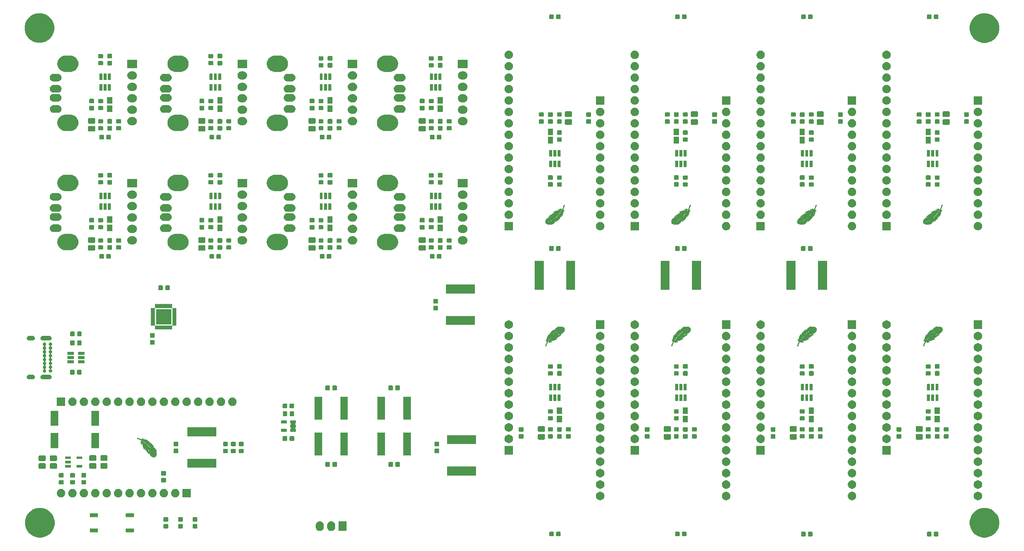
<source format=gbr>
G04 #@! TF.GenerationSoftware,KiCad,Pcbnew,5.1.2*
G04 #@! TF.CreationDate,2020-06-11T23:37:28+09:30*
G04 #@! TF.ProjectId,hardware,68617264-7761-4726-952e-6b696361645f,1.0.0*
G04 #@! TF.SameCoordinates,Original*
G04 #@! TF.FileFunction,Soldermask,Top*
G04 #@! TF.FilePolarity,Negative*
%FSLAX46Y46*%
G04 Gerber Fmt 4.6, Leading zero omitted, Abs format (unit mm)*
G04 Created by KiCad (PCBNEW 5.1.2) date 2020-06-11 23:37:28*
%MOMM*%
%LPD*%
G04 APERTURE LIST*
%ADD10C,0.010000*%
%ADD11C,0.100000*%
G04 APERTURE END LIST*
D10*
G36*
X70924727Y-129122249D02*
G01*
X70920482Y-129120787D01*
X70909379Y-129115640D01*
X70892288Y-129107246D01*
X70870077Y-129096045D01*
X70843616Y-129082475D01*
X70813774Y-129066974D01*
X70781420Y-129049981D01*
X70779837Y-129049146D01*
X70729368Y-129022581D01*
X70681172Y-128997400D01*
X70635812Y-128973886D01*
X70593847Y-128952320D01*
X70555840Y-128932985D01*
X70522350Y-128916163D01*
X70493940Y-128902137D01*
X70471170Y-128891189D01*
X70454602Y-128883602D01*
X70444796Y-128879658D01*
X70442242Y-128879229D01*
X70444815Y-128882541D01*
X70453308Y-128890603D01*
X70466841Y-128902642D01*
X70484536Y-128917889D01*
X70505511Y-128935571D01*
X70524176Y-128951045D01*
X70550193Y-128972469D01*
X70576513Y-128994153D01*
X70601560Y-129014799D01*
X70623762Y-129033111D01*
X70641545Y-129047791D01*
X70648175Y-129053270D01*
X70700615Y-129099538D01*
X70745964Y-129145657D01*
X70783875Y-129191202D01*
X70814003Y-129235752D01*
X70836000Y-129278880D01*
X70839303Y-129287063D01*
X70858911Y-129345447D01*
X70873591Y-129406658D01*
X70883606Y-129472158D01*
X70889215Y-129543410D01*
X70890246Y-129572258D01*
X70890664Y-129619111D01*
X70889178Y-129660886D01*
X70885452Y-129700152D01*
X70879153Y-129739477D01*
X70869944Y-129781430D01*
X70857492Y-129828578D01*
X70856278Y-129832892D01*
X70830599Y-129916943D01*
X70803338Y-129992684D01*
X70774277Y-130060456D01*
X70743197Y-130120599D01*
X70709880Y-130173456D01*
X70674107Y-130219368D01*
X70635661Y-130258676D01*
X70594322Y-130291722D01*
X70549873Y-130318845D01*
X70543183Y-130322294D01*
X70502567Y-130340061D01*
X70458752Y-130353779D01*
X70410590Y-130363664D01*
X70356933Y-130369932D01*
X70296633Y-130372801D01*
X70274000Y-130373041D01*
X70233798Y-130372729D01*
X70199810Y-130371373D01*
X70169518Y-130368642D01*
X70140407Y-130364208D01*
X70109959Y-130357739D01*
X70075660Y-130348907D01*
X70062835Y-130345352D01*
X70003819Y-130326781D01*
X69951771Y-130305959D01*
X69905024Y-130282105D01*
X69861911Y-130254440D01*
X69850039Y-130245735D01*
X69811740Y-130215743D01*
X69770907Y-130181755D01*
X69728788Y-130144947D01*
X69686626Y-130106498D01*
X69645669Y-130067584D01*
X69607163Y-130029383D01*
X69572353Y-129993073D01*
X69542486Y-129959831D01*
X69524323Y-129937931D01*
X69471011Y-129865271D01*
X69420681Y-129786102D01*
X69374420Y-129702463D01*
X69333313Y-129616397D01*
X69298447Y-129529944D01*
X69282376Y-129483131D01*
X69266184Y-129428525D01*
X69250419Y-129367377D01*
X69235572Y-129301903D01*
X69222135Y-129234320D01*
X69210601Y-129166844D01*
X69207201Y-129144329D01*
X69205903Y-129133639D01*
X69204727Y-129119919D01*
X69203659Y-129102610D01*
X69202684Y-129081152D01*
X69201787Y-129054986D01*
X69200954Y-129023553D01*
X69200172Y-128986292D01*
X69199425Y-128942644D01*
X69198699Y-128892050D01*
X69197979Y-128833951D01*
X69197252Y-128767786D01*
X69197076Y-128750725D01*
X69196254Y-128676175D01*
X69195403Y-128610325D01*
X69194524Y-128553184D01*
X69193616Y-128504758D01*
X69192680Y-128465055D01*
X69191716Y-128434082D01*
X69190724Y-128411848D01*
X69189704Y-128398358D01*
X69188842Y-128393817D01*
X69185797Y-128389920D01*
X69182745Y-128391252D01*
X69178508Y-128398946D01*
X69174789Y-128407367D01*
X69163924Y-128435834D01*
X69152533Y-128471327D01*
X69141050Y-128512165D01*
X69129905Y-128556668D01*
X69119531Y-128603155D01*
X69110360Y-128649947D01*
X69106101Y-128674500D01*
X69103965Y-128688672D01*
X69102238Y-128703386D01*
X69100877Y-128719734D01*
X69099843Y-128738806D01*
X69099096Y-128761693D01*
X69098596Y-128789486D01*
X69098300Y-128823277D01*
X69098171Y-128864157D01*
X69098155Y-128889086D01*
X69101649Y-129058311D01*
X69112141Y-129222382D01*
X69129643Y-129381432D01*
X69154167Y-129535592D01*
X69168561Y-129608477D01*
X69173599Y-129632976D01*
X69177916Y-129655020D01*
X69181203Y-129672944D01*
X69183150Y-129685088D01*
X69183552Y-129689163D01*
X69183199Y-129695104D01*
X69180840Y-129695528D01*
X69174517Y-129690236D01*
X69172070Y-129687978D01*
X69160660Y-129676198D01*
X69144880Y-129658080D01*
X69125375Y-129634469D01*
X69102791Y-129606209D01*
X69077774Y-129574142D01*
X69050970Y-129539112D01*
X69023023Y-129501963D01*
X68994581Y-129463537D01*
X68966289Y-129424679D01*
X68938792Y-129386232D01*
X68914166Y-129351103D01*
X68881889Y-129304889D01*
X68850783Y-129261122D01*
X68819687Y-129218227D01*
X68787440Y-129174632D01*
X68752880Y-129128765D01*
X68714846Y-129079052D01*
X68679617Y-129033498D01*
X68634236Y-128974574D01*
X68593991Y-128921137D01*
X68558243Y-128872089D01*
X68526352Y-128826332D01*
X68497679Y-128782766D01*
X68471584Y-128740294D01*
X68447430Y-128697818D01*
X68424575Y-128654238D01*
X68402382Y-128608458D01*
X68380211Y-128559379D01*
X68357423Y-128505901D01*
X68333378Y-128446928D01*
X68322847Y-128420500D01*
X68305773Y-128377512D01*
X68291578Y-128342046D01*
X68279969Y-128313457D01*
X68270655Y-128291103D01*
X68263343Y-128274340D01*
X68257742Y-128262525D01*
X68253557Y-128255015D01*
X68250498Y-128251165D01*
X68248273Y-128250334D01*
X68246588Y-128251877D01*
X68246397Y-128252213D01*
X68242642Y-128262202D01*
X68237911Y-128279562D01*
X68232452Y-128302991D01*
X68226513Y-128331187D01*
X68220342Y-128362848D01*
X68214187Y-128396674D01*
X68208297Y-128431362D01*
X68202920Y-128465609D01*
X68198304Y-128498116D01*
X68195931Y-128516844D01*
X68191421Y-128553135D01*
X68187502Y-128581404D01*
X68184039Y-128602361D01*
X68180894Y-128616711D01*
X68177932Y-128625164D01*
X68175016Y-128628425D01*
X68174413Y-128628517D01*
X68168030Y-128624616D01*
X68158368Y-128613273D01*
X68145752Y-128595030D01*
X68130510Y-128570426D01*
X68112966Y-128540003D01*
X68093448Y-128504301D01*
X68072280Y-128463861D01*
X68057198Y-128434107D01*
X67990219Y-128292937D01*
X67931255Y-128153021D01*
X67880380Y-128014586D01*
X67837670Y-127877857D01*
X67803200Y-127743059D01*
X67777043Y-127610416D01*
X67771131Y-127573103D01*
X67765275Y-127531114D01*
X67760435Y-127489591D01*
X67756496Y-127446949D01*
X67753346Y-127401604D01*
X67750871Y-127351970D01*
X67748958Y-127296461D01*
X67747735Y-127245783D01*
X67746607Y-127197383D01*
X67745380Y-127157733D01*
X67744055Y-127126823D01*
X67742631Y-127104645D01*
X67741109Y-127091190D01*
X67739729Y-127086598D01*
X67733979Y-127083495D01*
X67726814Y-127085169D01*
X67717504Y-127092229D01*
X67705314Y-127105284D01*
X67689511Y-127124942D01*
X67682505Y-127134139D01*
X67658133Y-127167679D01*
X67636137Y-127200775D01*
X67615762Y-127234856D01*
X67596253Y-127271353D01*
X67576855Y-127311696D01*
X67556812Y-127357314D01*
X67535368Y-127409638D01*
X67530457Y-127422017D01*
X67519873Y-127448700D01*
X67509271Y-127475213D01*
X67499515Y-127499408D01*
X67491470Y-127519134D01*
X67487247Y-127529310D01*
X67473431Y-127562155D01*
X67471241Y-127278191D01*
X67469052Y-126994227D01*
X67416730Y-127053617D01*
X67399988Y-127072487D01*
X67385333Y-127088752D01*
X67373696Y-127101399D01*
X67366009Y-127109413D01*
X67363218Y-127111816D01*
X67364185Y-127107502D01*
X67367613Y-127096309D01*
X67373054Y-127079620D01*
X67380061Y-127058817D01*
X67386041Y-127041440D01*
X67394731Y-127015599D01*
X67404967Y-126983865D01*
X67415953Y-126948784D01*
X67426895Y-126912904D01*
X67436995Y-126878770D01*
X67438645Y-126873067D01*
X67448898Y-126837541D01*
X67457059Y-126809557D01*
X67463472Y-126788244D01*
X67468477Y-126772731D01*
X67472416Y-126762145D01*
X67475630Y-126755616D01*
X67478462Y-126752271D01*
X67481253Y-126751239D01*
X67484344Y-126751649D01*
X67486052Y-126752106D01*
X67497160Y-126756207D01*
X67515031Y-126764133D01*
X67538788Y-126775426D01*
X67567555Y-126789627D01*
X67600456Y-126806276D01*
X67636615Y-126824914D01*
X67675156Y-126845081D01*
X67715203Y-126866317D01*
X67755879Y-126888164D01*
X67796309Y-126910163D01*
X67835617Y-126931852D01*
X67872925Y-126952774D01*
X67907359Y-126972469D01*
X67917232Y-126978206D01*
X68030270Y-127046909D01*
X68146509Y-127122851D01*
X68265218Y-127205446D01*
X68385663Y-127294108D01*
X68507114Y-127388249D01*
X68628838Y-127487285D01*
X68750103Y-127590629D01*
X68870177Y-127697693D01*
X68988327Y-127807893D01*
X69103822Y-127920641D01*
X69141948Y-127959039D01*
X69273914Y-128097228D01*
X69397508Y-128235483D01*
X69513102Y-128374369D01*
X69621068Y-128514453D01*
X69721779Y-128656300D01*
X69815607Y-128800478D01*
X69902924Y-128947553D01*
X69984102Y-129098090D01*
X70059513Y-129252656D01*
X70129531Y-129411817D01*
X70180282Y-129538588D01*
X70209077Y-129615730D01*
X70236478Y-129693711D01*
X70262966Y-129774047D01*
X70289022Y-129858252D01*
X70315127Y-129947841D01*
X70341762Y-130044329D01*
X70346702Y-130062741D01*
X70355835Y-130096828D01*
X70364394Y-130128584D01*
X70372081Y-130156918D01*
X70378597Y-130180742D01*
X70383646Y-130198964D01*
X70386930Y-130210495D01*
X70387956Y-130213827D01*
X70389399Y-130214631D01*
X70390278Y-130207709D01*
X70390637Y-130194076D01*
X70390526Y-130174743D01*
X70389990Y-130150723D01*
X70389077Y-130123029D01*
X70387834Y-130092672D01*
X70386308Y-130060666D01*
X70384545Y-130028023D01*
X70382593Y-129995756D01*
X70380500Y-129964876D01*
X70378311Y-129936398D01*
X70376074Y-129911332D01*
X70373836Y-129890692D01*
X70372479Y-129880628D01*
X70362934Y-129826732D01*
X70349662Y-129766459D01*
X70333056Y-129701159D01*
X70313511Y-129632182D01*
X70291422Y-129560879D01*
X70267182Y-129488600D01*
X70241186Y-129416696D01*
X70223539Y-129370810D01*
X70153921Y-129205682D01*
X70075978Y-129042364D01*
X69989670Y-128880800D01*
X69894960Y-128720932D01*
X69791810Y-128562705D01*
X69680182Y-128406062D01*
X69560037Y-128250948D01*
X69431339Y-128097305D01*
X69294048Y-127945078D01*
X69183552Y-127829906D01*
X69017416Y-127667343D01*
X68845963Y-127511725D01*
X68669268Y-127363108D01*
X68487408Y-127221545D01*
X68300456Y-127087092D01*
X68108489Y-126959804D01*
X67911582Y-126839735D01*
X67709811Y-126726940D01*
X67554448Y-126646708D01*
X67460890Y-126600781D01*
X67371697Y-126558574D01*
X67285187Y-126519394D01*
X67199679Y-126482549D01*
X67113490Y-126447345D01*
X67024937Y-126413092D01*
X66932339Y-126379095D01*
X66834014Y-126344663D01*
X66759603Y-126319506D01*
X66724124Y-126307608D01*
X66691230Y-126296467D01*
X66661855Y-126286408D01*
X66636933Y-126277755D01*
X66617399Y-126270834D01*
X66604186Y-126265967D01*
X66598230Y-126263481D01*
X66598033Y-126263346D01*
X66595375Y-126257304D01*
X66592079Y-126244358D01*
X66588383Y-126226145D01*
X66584530Y-126204303D01*
X66580757Y-126180468D01*
X66577307Y-126156276D01*
X66574418Y-126133364D01*
X66572330Y-126113370D01*
X66571285Y-126097929D01*
X66571522Y-126088679D01*
X66572153Y-126086927D01*
X66577433Y-126084628D01*
X66587194Y-126084659D01*
X66602567Y-126087162D01*
X66624679Y-126092281D01*
X66634991Y-126094918D01*
X66673720Y-126105843D01*
X66719566Y-126120239D01*
X66771742Y-126137803D01*
X66829460Y-126158231D01*
X66891935Y-126181221D01*
X66958380Y-126206469D01*
X67028006Y-126233672D01*
X67100028Y-126262527D01*
X67173659Y-126292731D01*
X67248111Y-126323980D01*
X67322598Y-126355971D01*
X67393566Y-126387170D01*
X67502011Y-126435414D01*
X67570928Y-126394880D01*
X67624905Y-126362286D01*
X67677652Y-126328809D01*
X67727376Y-126295640D01*
X67772281Y-126263970D01*
X67802218Y-126241527D01*
X67820659Y-126227483D01*
X67838175Y-126214559D01*
X67852779Y-126204196D01*
X67862434Y-126197865D01*
X67878517Y-126188376D01*
X67878458Y-126209610D01*
X67877819Y-126221019D01*
X67876085Y-126239151D01*
X67873475Y-126262069D01*
X67870205Y-126287838D01*
X67867510Y-126307438D01*
X67863957Y-126332937D01*
X67860889Y-126355914D01*
X67858511Y-126374761D01*
X67857027Y-126387868D01*
X67856621Y-126393203D01*
X67857000Y-126395842D01*
X67858762Y-126397486D01*
X67862844Y-126397950D01*
X67870182Y-126397050D01*
X67881713Y-126394601D01*
X67898374Y-126390417D01*
X67921102Y-126384314D01*
X67950833Y-126376106D01*
X67969388Y-126370941D01*
X68006978Y-126360461D01*
X68036981Y-126352118D01*
X68060250Y-126345711D01*
X68077637Y-126341039D01*
X68089998Y-126337902D01*
X68098184Y-126336099D01*
X68103049Y-126335430D01*
X68105447Y-126335695D01*
X68106231Y-126336692D01*
X68106255Y-126338221D01*
X68106241Y-126338783D01*
X68104479Y-126344521D01*
X68099662Y-126356505D01*
X68092492Y-126373073D01*
X68083672Y-126392559D01*
X68082155Y-126395836D01*
X68073140Y-126415609D01*
X68065661Y-126432703D01*
X68060419Y-126445462D01*
X68058118Y-126452230D01*
X68058069Y-126452650D01*
X68061541Y-126455379D01*
X68072399Y-126455757D01*
X68083250Y-126454824D01*
X68118089Y-126451029D01*
X68146046Y-126448188D01*
X68168939Y-126446229D01*
X68188586Y-126445083D01*
X68206802Y-126444680D01*
X68225407Y-126444951D01*
X68246217Y-126445825D01*
X68271050Y-126447233D01*
X68274845Y-126447462D01*
X68338785Y-126452355D01*
X68397879Y-126458926D01*
X68451065Y-126467023D01*
X68497283Y-126476492D01*
X68521871Y-126482957D01*
X68592896Y-126506636D01*
X68666686Y-126536844D01*
X68741472Y-126572614D01*
X68815487Y-126612980D01*
X68886963Y-126656975D01*
X68954131Y-126703635D01*
X69015224Y-126751991D01*
X69017138Y-126753624D01*
X69032439Y-126767076D01*
X69049820Y-126782957D01*
X69068151Y-126800161D01*
X69086299Y-126817583D01*
X69103133Y-126834117D01*
X69117522Y-126848659D01*
X69128334Y-126860102D01*
X69134439Y-126867342D01*
X69135379Y-126869130D01*
X69131797Y-126870983D01*
X69125526Y-126870372D01*
X69118955Y-126868895D01*
X69104945Y-126865742D01*
X69084600Y-126861162D01*
X69059023Y-126855403D01*
X69029322Y-126848715D01*
X68996599Y-126841346D01*
X68977724Y-126837095D01*
X68900217Y-126819826D01*
X68830206Y-126804674D01*
X68766726Y-126791503D01*
X68708808Y-126780174D01*
X68655487Y-126770551D01*
X68605795Y-126762496D01*
X68558765Y-126755872D01*
X68513432Y-126750543D01*
X68468827Y-126746369D01*
X68423985Y-126743215D01*
X68377938Y-126740944D01*
X68329719Y-126739417D01*
X68283603Y-126738565D01*
X68249815Y-126738170D01*
X68219224Y-126737926D01*
X68192825Y-126737829D01*
X68171611Y-126737881D01*
X68156576Y-126738079D01*
X68148712Y-126738423D01*
X68147845Y-126738697D01*
X68153066Y-126739779D01*
X68165936Y-126741948D01*
X68185432Y-126745048D01*
X68210534Y-126748919D01*
X68240220Y-126753405D01*
X68273469Y-126758347D01*
X68303310Y-126762722D01*
X68360669Y-126771154D01*
X68410655Y-126778685D01*
X68454581Y-126785543D01*
X68493761Y-126791958D01*
X68529506Y-126798160D01*
X68563131Y-126804377D01*
X68595947Y-126810837D01*
X68629267Y-126817771D01*
X68664405Y-126825408D01*
X68671172Y-126826908D01*
X68802627Y-126859365D01*
X68928214Y-126897181D01*
X69048974Y-126940835D01*
X69165948Y-126990802D01*
X69280177Y-127047561D01*
X69392700Y-127111588D01*
X69504558Y-127183359D01*
X69606967Y-127256041D01*
X69668397Y-127304616D01*
X69731438Y-127360150D01*
X69794897Y-127421305D01*
X69857585Y-127486741D01*
X69918311Y-127555119D01*
X69975884Y-127625099D01*
X70029113Y-127695343D01*
X70076808Y-127764511D01*
X70116647Y-127829293D01*
X70130529Y-127854255D01*
X70145326Y-127882245D01*
X70160486Y-127912074D01*
X70175454Y-127942554D01*
X70189676Y-127972496D01*
X70202598Y-128000711D01*
X70213665Y-128026011D01*
X70222324Y-128047207D01*
X70228020Y-128063111D01*
X70230200Y-128072535D01*
X70230207Y-128072857D01*
X70229571Y-128074589D01*
X70227189Y-128075410D01*
X70222345Y-128075119D01*
X70214326Y-128073511D01*
X70202418Y-128070386D01*
X70185907Y-128065540D01*
X70164078Y-128058772D01*
X70136218Y-128049880D01*
X70101613Y-128038660D01*
X70059548Y-128024912D01*
X70050655Y-128021998D01*
X70013529Y-128009895D01*
X69976898Y-127998077D01*
X69942120Y-127986976D01*
X69910556Y-127977019D01*
X69883565Y-127968636D01*
X69862506Y-127962258D01*
X69851396Y-127959040D01*
X69820583Y-127950818D01*
X69787121Y-127942538D01*
X69751940Y-127934369D01*
X69715966Y-127926481D01*
X69680128Y-127919046D01*
X69645355Y-127912232D01*
X69612573Y-127906210D01*
X69582711Y-127901151D01*
X69556697Y-127897224D01*
X69535459Y-127894600D01*
X69519924Y-127893449D01*
X69511022Y-127893941D01*
X69509679Y-127896246D01*
X69509810Y-127896394D01*
X69513454Y-127898614D01*
X69522592Y-127903252D01*
X69537451Y-127910414D01*
X69558261Y-127920204D01*
X69585250Y-127932727D01*
X69618647Y-127948088D01*
X69658680Y-127966391D01*
X69705579Y-127987743D01*
X69759572Y-128012247D01*
X69820887Y-128040008D01*
X69889754Y-128071132D01*
X69963069Y-128104220D01*
X70005397Y-128123595D01*
X70050222Y-128144625D01*
X70096365Y-128166718D01*
X70142645Y-128189285D01*
X70187883Y-128211735D01*
X70230900Y-128233479D01*
X70270514Y-128253926D01*
X70305547Y-128272486D01*
X70334818Y-128288568D01*
X70355017Y-128300289D01*
X70402394Y-128330014D01*
X70444282Y-128358996D01*
X70482060Y-128388530D01*
X70517110Y-128419912D01*
X70550810Y-128454437D01*
X70584542Y-128493401D01*
X70619685Y-128538099D01*
X70645368Y-128572808D01*
X70675893Y-128616001D01*
X70702748Y-128656675D01*
X70727391Y-128697278D01*
X70751279Y-128740259D01*
X70775872Y-128788066D01*
X70786803Y-128810258D01*
X70799708Y-128837099D01*
X70813783Y-128867000D01*
X70828601Y-128898994D01*
X70843733Y-128932112D01*
X70858751Y-128965388D01*
X70873228Y-128997853D01*
X70886736Y-129028539D01*
X70898848Y-129056480D01*
X70909134Y-129080707D01*
X70917169Y-129100252D01*
X70922523Y-129114148D01*
X70924769Y-129121428D01*
X70924727Y-129122249D01*
X70924727Y-129122249D01*
G37*
X70924727Y-129122249D02*
X70920482Y-129120787D01*
X70909379Y-129115640D01*
X70892288Y-129107246D01*
X70870077Y-129096045D01*
X70843616Y-129082475D01*
X70813774Y-129066974D01*
X70781420Y-129049981D01*
X70779837Y-129049146D01*
X70729368Y-129022581D01*
X70681172Y-128997400D01*
X70635812Y-128973886D01*
X70593847Y-128952320D01*
X70555840Y-128932985D01*
X70522350Y-128916163D01*
X70493940Y-128902137D01*
X70471170Y-128891189D01*
X70454602Y-128883602D01*
X70444796Y-128879658D01*
X70442242Y-128879229D01*
X70444815Y-128882541D01*
X70453308Y-128890603D01*
X70466841Y-128902642D01*
X70484536Y-128917889D01*
X70505511Y-128935571D01*
X70524176Y-128951045D01*
X70550193Y-128972469D01*
X70576513Y-128994153D01*
X70601560Y-129014799D01*
X70623762Y-129033111D01*
X70641545Y-129047791D01*
X70648175Y-129053270D01*
X70700615Y-129099538D01*
X70745964Y-129145657D01*
X70783875Y-129191202D01*
X70814003Y-129235752D01*
X70836000Y-129278880D01*
X70839303Y-129287063D01*
X70858911Y-129345447D01*
X70873591Y-129406658D01*
X70883606Y-129472158D01*
X70889215Y-129543410D01*
X70890246Y-129572258D01*
X70890664Y-129619111D01*
X70889178Y-129660886D01*
X70885452Y-129700152D01*
X70879153Y-129739477D01*
X70869944Y-129781430D01*
X70857492Y-129828578D01*
X70856278Y-129832892D01*
X70830599Y-129916943D01*
X70803338Y-129992684D01*
X70774277Y-130060456D01*
X70743197Y-130120599D01*
X70709880Y-130173456D01*
X70674107Y-130219368D01*
X70635661Y-130258676D01*
X70594322Y-130291722D01*
X70549873Y-130318845D01*
X70543183Y-130322294D01*
X70502567Y-130340061D01*
X70458752Y-130353779D01*
X70410590Y-130363664D01*
X70356933Y-130369932D01*
X70296633Y-130372801D01*
X70274000Y-130373041D01*
X70233798Y-130372729D01*
X70199810Y-130371373D01*
X70169518Y-130368642D01*
X70140407Y-130364208D01*
X70109959Y-130357739D01*
X70075660Y-130348907D01*
X70062835Y-130345352D01*
X70003819Y-130326781D01*
X69951771Y-130305959D01*
X69905024Y-130282105D01*
X69861911Y-130254440D01*
X69850039Y-130245735D01*
X69811740Y-130215743D01*
X69770907Y-130181755D01*
X69728788Y-130144947D01*
X69686626Y-130106498D01*
X69645669Y-130067584D01*
X69607163Y-130029383D01*
X69572353Y-129993073D01*
X69542486Y-129959831D01*
X69524323Y-129937931D01*
X69471011Y-129865271D01*
X69420681Y-129786102D01*
X69374420Y-129702463D01*
X69333313Y-129616397D01*
X69298447Y-129529944D01*
X69282376Y-129483131D01*
X69266184Y-129428525D01*
X69250419Y-129367377D01*
X69235572Y-129301903D01*
X69222135Y-129234320D01*
X69210601Y-129166844D01*
X69207201Y-129144329D01*
X69205903Y-129133639D01*
X69204727Y-129119919D01*
X69203659Y-129102610D01*
X69202684Y-129081152D01*
X69201787Y-129054986D01*
X69200954Y-129023553D01*
X69200172Y-128986292D01*
X69199425Y-128942644D01*
X69198699Y-128892050D01*
X69197979Y-128833951D01*
X69197252Y-128767786D01*
X69197076Y-128750725D01*
X69196254Y-128676175D01*
X69195403Y-128610325D01*
X69194524Y-128553184D01*
X69193616Y-128504758D01*
X69192680Y-128465055D01*
X69191716Y-128434082D01*
X69190724Y-128411848D01*
X69189704Y-128398358D01*
X69188842Y-128393817D01*
X69185797Y-128389920D01*
X69182745Y-128391252D01*
X69178508Y-128398946D01*
X69174789Y-128407367D01*
X69163924Y-128435834D01*
X69152533Y-128471327D01*
X69141050Y-128512165D01*
X69129905Y-128556668D01*
X69119531Y-128603155D01*
X69110360Y-128649947D01*
X69106101Y-128674500D01*
X69103965Y-128688672D01*
X69102238Y-128703386D01*
X69100877Y-128719734D01*
X69099843Y-128738806D01*
X69099096Y-128761693D01*
X69098596Y-128789486D01*
X69098300Y-128823277D01*
X69098171Y-128864157D01*
X69098155Y-128889086D01*
X69101649Y-129058311D01*
X69112141Y-129222382D01*
X69129643Y-129381432D01*
X69154167Y-129535592D01*
X69168561Y-129608477D01*
X69173599Y-129632976D01*
X69177916Y-129655020D01*
X69181203Y-129672944D01*
X69183150Y-129685088D01*
X69183552Y-129689163D01*
X69183199Y-129695104D01*
X69180840Y-129695528D01*
X69174517Y-129690236D01*
X69172070Y-129687978D01*
X69160660Y-129676198D01*
X69144880Y-129658080D01*
X69125375Y-129634469D01*
X69102791Y-129606209D01*
X69077774Y-129574142D01*
X69050970Y-129539112D01*
X69023023Y-129501963D01*
X68994581Y-129463537D01*
X68966289Y-129424679D01*
X68938792Y-129386232D01*
X68914166Y-129351103D01*
X68881889Y-129304889D01*
X68850783Y-129261122D01*
X68819687Y-129218227D01*
X68787440Y-129174632D01*
X68752880Y-129128765D01*
X68714846Y-129079052D01*
X68679617Y-129033498D01*
X68634236Y-128974574D01*
X68593991Y-128921137D01*
X68558243Y-128872089D01*
X68526352Y-128826332D01*
X68497679Y-128782766D01*
X68471584Y-128740294D01*
X68447430Y-128697818D01*
X68424575Y-128654238D01*
X68402382Y-128608458D01*
X68380211Y-128559379D01*
X68357423Y-128505901D01*
X68333378Y-128446928D01*
X68322847Y-128420500D01*
X68305773Y-128377512D01*
X68291578Y-128342046D01*
X68279969Y-128313457D01*
X68270655Y-128291103D01*
X68263343Y-128274340D01*
X68257742Y-128262525D01*
X68253557Y-128255015D01*
X68250498Y-128251165D01*
X68248273Y-128250334D01*
X68246588Y-128251877D01*
X68246397Y-128252213D01*
X68242642Y-128262202D01*
X68237911Y-128279562D01*
X68232452Y-128302991D01*
X68226513Y-128331187D01*
X68220342Y-128362848D01*
X68214187Y-128396674D01*
X68208297Y-128431362D01*
X68202920Y-128465609D01*
X68198304Y-128498116D01*
X68195931Y-128516844D01*
X68191421Y-128553135D01*
X68187502Y-128581404D01*
X68184039Y-128602361D01*
X68180894Y-128616711D01*
X68177932Y-128625164D01*
X68175016Y-128628425D01*
X68174413Y-128628517D01*
X68168030Y-128624616D01*
X68158368Y-128613273D01*
X68145752Y-128595030D01*
X68130510Y-128570426D01*
X68112966Y-128540003D01*
X68093448Y-128504301D01*
X68072280Y-128463861D01*
X68057198Y-128434107D01*
X67990219Y-128292937D01*
X67931255Y-128153021D01*
X67880380Y-128014586D01*
X67837670Y-127877857D01*
X67803200Y-127743059D01*
X67777043Y-127610416D01*
X67771131Y-127573103D01*
X67765275Y-127531114D01*
X67760435Y-127489591D01*
X67756496Y-127446949D01*
X67753346Y-127401604D01*
X67750871Y-127351970D01*
X67748958Y-127296461D01*
X67747735Y-127245783D01*
X67746607Y-127197383D01*
X67745380Y-127157733D01*
X67744055Y-127126823D01*
X67742631Y-127104645D01*
X67741109Y-127091190D01*
X67739729Y-127086598D01*
X67733979Y-127083495D01*
X67726814Y-127085169D01*
X67717504Y-127092229D01*
X67705314Y-127105284D01*
X67689511Y-127124942D01*
X67682505Y-127134139D01*
X67658133Y-127167679D01*
X67636137Y-127200775D01*
X67615762Y-127234856D01*
X67596253Y-127271353D01*
X67576855Y-127311696D01*
X67556812Y-127357314D01*
X67535368Y-127409638D01*
X67530457Y-127422017D01*
X67519873Y-127448700D01*
X67509271Y-127475213D01*
X67499515Y-127499408D01*
X67491470Y-127519134D01*
X67487247Y-127529310D01*
X67473431Y-127562155D01*
X67471241Y-127278191D01*
X67469052Y-126994227D01*
X67416730Y-127053617D01*
X67399988Y-127072487D01*
X67385333Y-127088752D01*
X67373696Y-127101399D01*
X67366009Y-127109413D01*
X67363218Y-127111816D01*
X67364185Y-127107502D01*
X67367613Y-127096309D01*
X67373054Y-127079620D01*
X67380061Y-127058817D01*
X67386041Y-127041440D01*
X67394731Y-127015599D01*
X67404967Y-126983865D01*
X67415953Y-126948784D01*
X67426895Y-126912904D01*
X67436995Y-126878770D01*
X67438645Y-126873067D01*
X67448898Y-126837541D01*
X67457059Y-126809557D01*
X67463472Y-126788244D01*
X67468477Y-126772731D01*
X67472416Y-126762145D01*
X67475630Y-126755616D01*
X67478462Y-126752271D01*
X67481253Y-126751239D01*
X67484344Y-126751649D01*
X67486052Y-126752106D01*
X67497160Y-126756207D01*
X67515031Y-126764133D01*
X67538788Y-126775426D01*
X67567555Y-126789627D01*
X67600456Y-126806276D01*
X67636615Y-126824914D01*
X67675156Y-126845081D01*
X67715203Y-126866317D01*
X67755879Y-126888164D01*
X67796309Y-126910163D01*
X67835617Y-126931852D01*
X67872925Y-126952774D01*
X67907359Y-126972469D01*
X67917232Y-126978206D01*
X68030270Y-127046909D01*
X68146509Y-127122851D01*
X68265218Y-127205446D01*
X68385663Y-127294108D01*
X68507114Y-127388249D01*
X68628838Y-127487285D01*
X68750103Y-127590629D01*
X68870177Y-127697693D01*
X68988327Y-127807893D01*
X69103822Y-127920641D01*
X69141948Y-127959039D01*
X69273914Y-128097228D01*
X69397508Y-128235483D01*
X69513102Y-128374369D01*
X69621068Y-128514453D01*
X69721779Y-128656300D01*
X69815607Y-128800478D01*
X69902924Y-128947553D01*
X69984102Y-129098090D01*
X70059513Y-129252656D01*
X70129531Y-129411817D01*
X70180282Y-129538588D01*
X70209077Y-129615730D01*
X70236478Y-129693711D01*
X70262966Y-129774047D01*
X70289022Y-129858252D01*
X70315127Y-129947841D01*
X70341762Y-130044329D01*
X70346702Y-130062741D01*
X70355835Y-130096828D01*
X70364394Y-130128584D01*
X70372081Y-130156918D01*
X70378597Y-130180742D01*
X70383646Y-130198964D01*
X70386930Y-130210495D01*
X70387956Y-130213827D01*
X70389399Y-130214631D01*
X70390278Y-130207709D01*
X70390637Y-130194076D01*
X70390526Y-130174743D01*
X70389990Y-130150723D01*
X70389077Y-130123029D01*
X70387834Y-130092672D01*
X70386308Y-130060666D01*
X70384545Y-130028023D01*
X70382593Y-129995756D01*
X70380500Y-129964876D01*
X70378311Y-129936398D01*
X70376074Y-129911332D01*
X70373836Y-129890692D01*
X70372479Y-129880628D01*
X70362934Y-129826732D01*
X70349662Y-129766459D01*
X70333056Y-129701159D01*
X70313511Y-129632182D01*
X70291422Y-129560879D01*
X70267182Y-129488600D01*
X70241186Y-129416696D01*
X70223539Y-129370810D01*
X70153921Y-129205682D01*
X70075978Y-129042364D01*
X69989670Y-128880800D01*
X69894960Y-128720932D01*
X69791810Y-128562705D01*
X69680182Y-128406062D01*
X69560037Y-128250948D01*
X69431339Y-128097305D01*
X69294048Y-127945078D01*
X69183552Y-127829906D01*
X69017416Y-127667343D01*
X68845963Y-127511725D01*
X68669268Y-127363108D01*
X68487408Y-127221545D01*
X68300456Y-127087092D01*
X68108489Y-126959804D01*
X67911582Y-126839735D01*
X67709811Y-126726940D01*
X67554448Y-126646708D01*
X67460890Y-126600781D01*
X67371697Y-126558574D01*
X67285187Y-126519394D01*
X67199679Y-126482549D01*
X67113490Y-126447345D01*
X67024937Y-126413092D01*
X66932339Y-126379095D01*
X66834014Y-126344663D01*
X66759603Y-126319506D01*
X66724124Y-126307608D01*
X66691230Y-126296467D01*
X66661855Y-126286408D01*
X66636933Y-126277755D01*
X66617399Y-126270834D01*
X66604186Y-126265967D01*
X66598230Y-126263481D01*
X66598033Y-126263346D01*
X66595375Y-126257304D01*
X66592079Y-126244358D01*
X66588383Y-126226145D01*
X66584530Y-126204303D01*
X66580757Y-126180468D01*
X66577307Y-126156276D01*
X66574418Y-126133364D01*
X66572330Y-126113370D01*
X66571285Y-126097929D01*
X66571522Y-126088679D01*
X66572153Y-126086927D01*
X66577433Y-126084628D01*
X66587194Y-126084659D01*
X66602567Y-126087162D01*
X66624679Y-126092281D01*
X66634991Y-126094918D01*
X66673720Y-126105843D01*
X66719566Y-126120239D01*
X66771742Y-126137803D01*
X66829460Y-126158231D01*
X66891935Y-126181221D01*
X66958380Y-126206469D01*
X67028006Y-126233672D01*
X67100028Y-126262527D01*
X67173659Y-126292731D01*
X67248111Y-126323980D01*
X67322598Y-126355971D01*
X67393566Y-126387170D01*
X67502011Y-126435414D01*
X67570928Y-126394880D01*
X67624905Y-126362286D01*
X67677652Y-126328809D01*
X67727376Y-126295640D01*
X67772281Y-126263970D01*
X67802218Y-126241527D01*
X67820659Y-126227483D01*
X67838175Y-126214559D01*
X67852779Y-126204196D01*
X67862434Y-126197865D01*
X67878517Y-126188376D01*
X67878458Y-126209610D01*
X67877819Y-126221019D01*
X67876085Y-126239151D01*
X67873475Y-126262069D01*
X67870205Y-126287838D01*
X67867510Y-126307438D01*
X67863957Y-126332937D01*
X67860889Y-126355914D01*
X67858511Y-126374761D01*
X67857027Y-126387868D01*
X67856621Y-126393203D01*
X67857000Y-126395842D01*
X67858762Y-126397486D01*
X67862844Y-126397950D01*
X67870182Y-126397050D01*
X67881713Y-126394601D01*
X67898374Y-126390417D01*
X67921102Y-126384314D01*
X67950833Y-126376106D01*
X67969388Y-126370941D01*
X68006978Y-126360461D01*
X68036981Y-126352118D01*
X68060250Y-126345711D01*
X68077637Y-126341039D01*
X68089998Y-126337902D01*
X68098184Y-126336099D01*
X68103049Y-126335430D01*
X68105447Y-126335695D01*
X68106231Y-126336692D01*
X68106255Y-126338221D01*
X68106241Y-126338783D01*
X68104479Y-126344521D01*
X68099662Y-126356505D01*
X68092492Y-126373073D01*
X68083672Y-126392559D01*
X68082155Y-126395836D01*
X68073140Y-126415609D01*
X68065661Y-126432703D01*
X68060419Y-126445462D01*
X68058118Y-126452230D01*
X68058069Y-126452650D01*
X68061541Y-126455379D01*
X68072399Y-126455757D01*
X68083250Y-126454824D01*
X68118089Y-126451029D01*
X68146046Y-126448188D01*
X68168939Y-126446229D01*
X68188586Y-126445083D01*
X68206802Y-126444680D01*
X68225407Y-126444951D01*
X68246217Y-126445825D01*
X68271050Y-126447233D01*
X68274845Y-126447462D01*
X68338785Y-126452355D01*
X68397879Y-126458926D01*
X68451065Y-126467023D01*
X68497283Y-126476492D01*
X68521871Y-126482957D01*
X68592896Y-126506636D01*
X68666686Y-126536844D01*
X68741472Y-126572614D01*
X68815487Y-126612980D01*
X68886963Y-126656975D01*
X68954131Y-126703635D01*
X69015224Y-126751991D01*
X69017138Y-126753624D01*
X69032439Y-126767076D01*
X69049820Y-126782957D01*
X69068151Y-126800161D01*
X69086299Y-126817583D01*
X69103133Y-126834117D01*
X69117522Y-126848659D01*
X69128334Y-126860102D01*
X69134439Y-126867342D01*
X69135379Y-126869130D01*
X69131797Y-126870983D01*
X69125526Y-126870372D01*
X69118955Y-126868895D01*
X69104945Y-126865742D01*
X69084600Y-126861162D01*
X69059023Y-126855403D01*
X69029322Y-126848715D01*
X68996599Y-126841346D01*
X68977724Y-126837095D01*
X68900217Y-126819826D01*
X68830206Y-126804674D01*
X68766726Y-126791503D01*
X68708808Y-126780174D01*
X68655487Y-126770551D01*
X68605795Y-126762496D01*
X68558765Y-126755872D01*
X68513432Y-126750543D01*
X68468827Y-126746369D01*
X68423985Y-126743215D01*
X68377938Y-126740944D01*
X68329719Y-126739417D01*
X68283603Y-126738565D01*
X68249815Y-126738170D01*
X68219224Y-126737926D01*
X68192825Y-126737829D01*
X68171611Y-126737881D01*
X68156576Y-126738079D01*
X68148712Y-126738423D01*
X68147845Y-126738697D01*
X68153066Y-126739779D01*
X68165936Y-126741948D01*
X68185432Y-126745048D01*
X68210534Y-126748919D01*
X68240220Y-126753405D01*
X68273469Y-126758347D01*
X68303310Y-126762722D01*
X68360669Y-126771154D01*
X68410655Y-126778685D01*
X68454581Y-126785543D01*
X68493761Y-126791958D01*
X68529506Y-126798160D01*
X68563131Y-126804377D01*
X68595947Y-126810837D01*
X68629267Y-126817771D01*
X68664405Y-126825408D01*
X68671172Y-126826908D01*
X68802627Y-126859365D01*
X68928214Y-126897181D01*
X69048974Y-126940835D01*
X69165948Y-126990802D01*
X69280177Y-127047561D01*
X69392700Y-127111588D01*
X69504558Y-127183359D01*
X69606967Y-127256041D01*
X69668397Y-127304616D01*
X69731438Y-127360150D01*
X69794897Y-127421305D01*
X69857585Y-127486741D01*
X69918311Y-127555119D01*
X69975884Y-127625099D01*
X70029113Y-127695343D01*
X70076808Y-127764511D01*
X70116647Y-127829293D01*
X70130529Y-127854255D01*
X70145326Y-127882245D01*
X70160486Y-127912074D01*
X70175454Y-127942554D01*
X70189676Y-127972496D01*
X70202598Y-128000711D01*
X70213665Y-128026011D01*
X70222324Y-128047207D01*
X70228020Y-128063111D01*
X70230200Y-128072535D01*
X70230207Y-128072857D01*
X70229571Y-128074589D01*
X70227189Y-128075410D01*
X70222345Y-128075119D01*
X70214326Y-128073511D01*
X70202418Y-128070386D01*
X70185907Y-128065540D01*
X70164078Y-128058772D01*
X70136218Y-128049880D01*
X70101613Y-128038660D01*
X70059548Y-128024912D01*
X70050655Y-128021998D01*
X70013529Y-128009895D01*
X69976898Y-127998077D01*
X69942120Y-127986976D01*
X69910556Y-127977019D01*
X69883565Y-127968636D01*
X69862506Y-127962258D01*
X69851396Y-127959040D01*
X69820583Y-127950818D01*
X69787121Y-127942538D01*
X69751940Y-127934369D01*
X69715966Y-127926481D01*
X69680128Y-127919046D01*
X69645355Y-127912232D01*
X69612573Y-127906210D01*
X69582711Y-127901151D01*
X69556697Y-127897224D01*
X69535459Y-127894600D01*
X69519924Y-127893449D01*
X69511022Y-127893941D01*
X69509679Y-127896246D01*
X69509810Y-127896394D01*
X69513454Y-127898614D01*
X69522592Y-127903252D01*
X69537451Y-127910414D01*
X69558261Y-127920204D01*
X69585250Y-127932727D01*
X69618647Y-127948088D01*
X69658680Y-127966391D01*
X69705579Y-127987743D01*
X69759572Y-128012247D01*
X69820887Y-128040008D01*
X69889754Y-128071132D01*
X69963069Y-128104220D01*
X70005397Y-128123595D01*
X70050222Y-128144625D01*
X70096365Y-128166718D01*
X70142645Y-128189285D01*
X70187883Y-128211735D01*
X70230900Y-128233479D01*
X70270514Y-128253926D01*
X70305547Y-128272486D01*
X70334818Y-128288568D01*
X70355017Y-128300289D01*
X70402394Y-128330014D01*
X70444282Y-128358996D01*
X70482060Y-128388530D01*
X70517110Y-128419912D01*
X70550810Y-128454437D01*
X70584542Y-128493401D01*
X70619685Y-128538099D01*
X70645368Y-128572808D01*
X70675893Y-128616001D01*
X70702748Y-128656675D01*
X70727391Y-128697278D01*
X70751279Y-128740259D01*
X70775872Y-128788066D01*
X70786803Y-128810258D01*
X70799708Y-128837099D01*
X70813783Y-128867000D01*
X70828601Y-128898994D01*
X70843733Y-128932112D01*
X70858751Y-128965388D01*
X70873228Y-128997853D01*
X70886736Y-129028539D01*
X70898848Y-129056480D01*
X70909134Y-129080707D01*
X70917169Y-129100252D01*
X70922523Y-129114148D01*
X70924769Y-129121428D01*
X70924727Y-129122249D01*
G36*
X242607751Y-78674727D02*
G01*
X242609213Y-78670482D01*
X242614360Y-78659379D01*
X242622754Y-78642288D01*
X242633955Y-78620077D01*
X242647525Y-78593616D01*
X242663026Y-78563774D01*
X242680019Y-78531420D01*
X242680854Y-78529837D01*
X242707419Y-78479368D01*
X242732600Y-78431172D01*
X242756114Y-78385812D01*
X242777680Y-78343847D01*
X242797015Y-78305840D01*
X242813837Y-78272350D01*
X242827863Y-78243940D01*
X242838811Y-78221170D01*
X242846398Y-78204602D01*
X242850342Y-78194796D01*
X242850771Y-78192242D01*
X242847459Y-78194815D01*
X242839397Y-78203308D01*
X242827358Y-78216841D01*
X242812111Y-78234536D01*
X242794429Y-78255511D01*
X242778955Y-78274176D01*
X242757531Y-78300193D01*
X242735847Y-78326513D01*
X242715201Y-78351560D01*
X242696889Y-78373762D01*
X242682209Y-78391545D01*
X242676730Y-78398175D01*
X242630462Y-78450615D01*
X242584343Y-78495964D01*
X242538798Y-78533875D01*
X242494248Y-78564003D01*
X242451120Y-78586000D01*
X242442937Y-78589303D01*
X242384553Y-78608911D01*
X242323342Y-78623591D01*
X242257842Y-78633606D01*
X242186590Y-78639215D01*
X242157742Y-78640246D01*
X242110889Y-78640664D01*
X242069114Y-78639178D01*
X242029848Y-78635452D01*
X241990523Y-78629153D01*
X241948570Y-78619944D01*
X241901422Y-78607492D01*
X241897108Y-78606278D01*
X241813057Y-78580599D01*
X241737316Y-78553338D01*
X241669544Y-78524277D01*
X241609401Y-78493197D01*
X241556544Y-78459880D01*
X241510632Y-78424107D01*
X241471324Y-78385661D01*
X241438278Y-78344322D01*
X241411155Y-78299873D01*
X241407706Y-78293183D01*
X241389939Y-78252567D01*
X241376221Y-78208752D01*
X241366336Y-78160590D01*
X241360068Y-78106933D01*
X241357199Y-78046633D01*
X241356959Y-78024000D01*
X241357271Y-77983798D01*
X241358627Y-77949810D01*
X241361358Y-77919518D01*
X241365792Y-77890407D01*
X241372261Y-77859959D01*
X241381093Y-77825660D01*
X241384648Y-77812835D01*
X241403219Y-77753819D01*
X241424041Y-77701771D01*
X241447895Y-77655024D01*
X241475560Y-77611911D01*
X241484265Y-77600039D01*
X241514257Y-77561740D01*
X241548245Y-77520907D01*
X241585053Y-77478788D01*
X241623502Y-77436626D01*
X241662416Y-77395669D01*
X241700617Y-77357163D01*
X241736927Y-77322353D01*
X241770169Y-77292486D01*
X241792069Y-77274323D01*
X241864729Y-77221011D01*
X241943898Y-77170681D01*
X242027537Y-77124420D01*
X242113603Y-77083313D01*
X242200056Y-77048447D01*
X242246869Y-77032376D01*
X242301475Y-77016184D01*
X242362623Y-77000419D01*
X242428097Y-76985572D01*
X242495680Y-76972135D01*
X242563156Y-76960601D01*
X242585671Y-76957201D01*
X242596361Y-76955903D01*
X242610081Y-76954727D01*
X242627390Y-76953659D01*
X242648848Y-76952684D01*
X242675014Y-76951787D01*
X242706447Y-76950954D01*
X242743708Y-76950172D01*
X242787356Y-76949425D01*
X242837950Y-76948699D01*
X242896049Y-76947979D01*
X242962214Y-76947252D01*
X242979275Y-76947076D01*
X243053825Y-76946254D01*
X243119675Y-76945403D01*
X243176816Y-76944524D01*
X243225242Y-76943616D01*
X243264945Y-76942680D01*
X243295918Y-76941716D01*
X243318152Y-76940724D01*
X243331642Y-76939704D01*
X243336183Y-76938842D01*
X243340080Y-76935797D01*
X243338748Y-76932745D01*
X243331054Y-76928508D01*
X243322633Y-76924789D01*
X243294166Y-76913924D01*
X243258673Y-76902533D01*
X243217835Y-76891050D01*
X243173332Y-76879905D01*
X243126845Y-76869531D01*
X243080053Y-76860360D01*
X243055500Y-76856101D01*
X243041328Y-76853965D01*
X243026614Y-76852238D01*
X243010266Y-76850877D01*
X242991194Y-76849843D01*
X242968307Y-76849096D01*
X242940514Y-76848596D01*
X242906723Y-76848300D01*
X242865843Y-76848171D01*
X242840914Y-76848155D01*
X242671689Y-76851649D01*
X242507618Y-76862141D01*
X242348568Y-76879643D01*
X242194408Y-76904167D01*
X242121523Y-76918561D01*
X242097024Y-76923599D01*
X242074980Y-76927916D01*
X242057056Y-76931203D01*
X242044912Y-76933150D01*
X242040837Y-76933552D01*
X242034896Y-76933199D01*
X242034472Y-76930840D01*
X242039764Y-76924517D01*
X242042022Y-76922070D01*
X242053802Y-76910660D01*
X242071920Y-76894880D01*
X242095531Y-76875375D01*
X242123791Y-76852791D01*
X242155858Y-76827774D01*
X242190888Y-76800970D01*
X242228037Y-76773023D01*
X242266463Y-76744581D01*
X242305321Y-76716289D01*
X242343768Y-76688792D01*
X242378897Y-76664166D01*
X242425111Y-76631889D01*
X242468878Y-76600783D01*
X242511773Y-76569687D01*
X242555368Y-76537440D01*
X242601235Y-76502880D01*
X242650948Y-76464846D01*
X242696502Y-76429617D01*
X242755426Y-76384236D01*
X242808863Y-76343991D01*
X242857911Y-76308243D01*
X242903668Y-76276352D01*
X242947234Y-76247679D01*
X242989706Y-76221584D01*
X243032182Y-76197430D01*
X243075762Y-76174575D01*
X243121542Y-76152382D01*
X243170621Y-76130211D01*
X243224099Y-76107423D01*
X243283072Y-76083378D01*
X243309500Y-76072847D01*
X243352488Y-76055773D01*
X243387954Y-76041578D01*
X243416543Y-76029969D01*
X243438897Y-76020655D01*
X243455660Y-76013343D01*
X243467475Y-76007742D01*
X243474985Y-76003557D01*
X243478835Y-76000498D01*
X243479666Y-75998273D01*
X243478123Y-75996588D01*
X243477787Y-75996397D01*
X243467798Y-75992642D01*
X243450438Y-75987911D01*
X243427009Y-75982452D01*
X243398813Y-75976513D01*
X243367152Y-75970342D01*
X243333326Y-75964187D01*
X243298638Y-75958297D01*
X243264391Y-75952920D01*
X243231884Y-75948304D01*
X243213156Y-75945931D01*
X243176865Y-75941421D01*
X243148596Y-75937502D01*
X243127639Y-75934039D01*
X243113289Y-75930894D01*
X243104836Y-75927932D01*
X243101575Y-75925016D01*
X243101483Y-75924413D01*
X243105384Y-75918030D01*
X243116727Y-75908368D01*
X243134970Y-75895752D01*
X243159574Y-75880510D01*
X243189997Y-75862966D01*
X243225699Y-75843448D01*
X243266139Y-75822280D01*
X243295893Y-75807198D01*
X243437063Y-75740219D01*
X243576979Y-75681255D01*
X243715414Y-75630380D01*
X243852143Y-75587670D01*
X243986941Y-75553200D01*
X244119584Y-75527043D01*
X244156897Y-75521131D01*
X244198886Y-75515275D01*
X244240409Y-75510435D01*
X244283051Y-75506496D01*
X244328396Y-75503346D01*
X244378030Y-75500871D01*
X244433539Y-75498958D01*
X244484217Y-75497735D01*
X244532617Y-75496607D01*
X244572267Y-75495380D01*
X244603177Y-75494055D01*
X244625355Y-75492631D01*
X244638810Y-75491109D01*
X244643402Y-75489729D01*
X244646505Y-75483979D01*
X244644831Y-75476814D01*
X244637771Y-75467504D01*
X244624716Y-75455314D01*
X244605058Y-75439511D01*
X244595861Y-75432505D01*
X244562321Y-75408133D01*
X244529225Y-75386137D01*
X244495144Y-75365762D01*
X244458647Y-75346253D01*
X244418304Y-75326855D01*
X244372686Y-75306812D01*
X244320362Y-75285368D01*
X244307983Y-75280457D01*
X244281300Y-75269873D01*
X244254787Y-75259271D01*
X244230592Y-75249515D01*
X244210866Y-75241470D01*
X244200690Y-75237247D01*
X244167845Y-75223431D01*
X244451809Y-75221241D01*
X244735773Y-75219052D01*
X244676383Y-75166730D01*
X244657513Y-75149988D01*
X244641248Y-75135333D01*
X244628601Y-75123696D01*
X244620587Y-75116009D01*
X244618184Y-75113218D01*
X244622498Y-75114185D01*
X244633691Y-75117613D01*
X244650380Y-75123054D01*
X244671183Y-75130061D01*
X244688560Y-75136041D01*
X244714401Y-75144731D01*
X244746135Y-75154967D01*
X244781216Y-75165953D01*
X244817096Y-75176895D01*
X244851230Y-75186995D01*
X244856933Y-75188645D01*
X244892459Y-75198898D01*
X244920443Y-75207059D01*
X244941756Y-75213472D01*
X244957269Y-75218477D01*
X244967855Y-75222416D01*
X244974384Y-75225630D01*
X244977729Y-75228462D01*
X244978761Y-75231253D01*
X244978351Y-75234344D01*
X244977894Y-75236052D01*
X244973793Y-75247160D01*
X244965867Y-75265031D01*
X244954574Y-75288788D01*
X244940373Y-75317555D01*
X244923724Y-75350456D01*
X244905086Y-75386615D01*
X244884919Y-75425156D01*
X244863683Y-75465203D01*
X244841836Y-75505879D01*
X244819837Y-75546309D01*
X244798148Y-75585617D01*
X244777226Y-75622925D01*
X244757531Y-75657359D01*
X244751794Y-75667232D01*
X244683091Y-75780270D01*
X244607149Y-75896509D01*
X244524554Y-76015218D01*
X244435892Y-76135663D01*
X244341751Y-76257114D01*
X244242715Y-76378838D01*
X244139371Y-76500103D01*
X244032307Y-76620177D01*
X243922107Y-76738327D01*
X243809359Y-76853822D01*
X243770961Y-76891948D01*
X243632772Y-77023914D01*
X243494517Y-77147508D01*
X243355631Y-77263102D01*
X243215547Y-77371068D01*
X243073700Y-77471779D01*
X242929522Y-77565607D01*
X242782447Y-77652924D01*
X242631910Y-77734102D01*
X242477344Y-77809513D01*
X242318183Y-77879531D01*
X242191412Y-77930282D01*
X242114270Y-77959077D01*
X242036289Y-77986478D01*
X241955953Y-78012966D01*
X241871748Y-78039022D01*
X241782159Y-78065127D01*
X241685671Y-78091762D01*
X241667259Y-78096702D01*
X241633172Y-78105835D01*
X241601416Y-78114394D01*
X241573082Y-78122081D01*
X241549258Y-78128597D01*
X241531036Y-78133646D01*
X241519505Y-78136930D01*
X241516173Y-78137956D01*
X241515369Y-78139399D01*
X241522291Y-78140278D01*
X241535924Y-78140637D01*
X241555257Y-78140526D01*
X241579277Y-78139990D01*
X241606971Y-78139077D01*
X241637328Y-78137834D01*
X241669334Y-78136308D01*
X241701977Y-78134545D01*
X241734244Y-78132593D01*
X241765124Y-78130500D01*
X241793602Y-78128311D01*
X241818668Y-78126074D01*
X241839308Y-78123836D01*
X241849372Y-78122479D01*
X241903268Y-78112934D01*
X241963541Y-78099662D01*
X242028841Y-78083056D01*
X242097818Y-78063511D01*
X242169121Y-78041422D01*
X242241400Y-78017182D01*
X242313304Y-77991186D01*
X242359190Y-77973539D01*
X242524318Y-77903921D01*
X242687636Y-77825978D01*
X242849200Y-77739670D01*
X243009068Y-77644960D01*
X243167295Y-77541810D01*
X243323938Y-77430182D01*
X243479052Y-77310037D01*
X243632695Y-77181339D01*
X243784922Y-77044048D01*
X243900094Y-76933552D01*
X244062657Y-76767416D01*
X244218275Y-76595963D01*
X244366892Y-76419268D01*
X244508455Y-76237408D01*
X244642908Y-76050456D01*
X244770196Y-75858489D01*
X244890265Y-75661582D01*
X245003060Y-75459811D01*
X245083292Y-75304448D01*
X245129219Y-75210890D01*
X245171426Y-75121697D01*
X245210606Y-75035187D01*
X245247451Y-74949679D01*
X245282655Y-74863490D01*
X245316908Y-74774937D01*
X245350905Y-74682339D01*
X245385337Y-74584014D01*
X245410494Y-74509603D01*
X245422392Y-74474124D01*
X245433533Y-74441230D01*
X245443592Y-74411855D01*
X245452245Y-74386933D01*
X245459166Y-74367399D01*
X245464033Y-74354186D01*
X245466519Y-74348230D01*
X245466654Y-74348033D01*
X245472696Y-74345375D01*
X245485642Y-74342079D01*
X245503855Y-74338383D01*
X245525697Y-74334530D01*
X245549532Y-74330757D01*
X245573724Y-74327307D01*
X245596636Y-74324418D01*
X245616630Y-74322330D01*
X245632071Y-74321285D01*
X245641321Y-74321522D01*
X245643073Y-74322153D01*
X245645372Y-74327433D01*
X245645341Y-74337194D01*
X245642838Y-74352567D01*
X245637719Y-74374679D01*
X245635082Y-74384991D01*
X245624157Y-74423720D01*
X245609761Y-74469566D01*
X245592197Y-74521742D01*
X245571769Y-74579460D01*
X245548779Y-74641935D01*
X245523531Y-74708380D01*
X245496328Y-74778006D01*
X245467473Y-74850028D01*
X245437269Y-74923659D01*
X245406020Y-74998111D01*
X245374029Y-75072598D01*
X245342830Y-75143566D01*
X245294586Y-75252011D01*
X245335120Y-75320928D01*
X245367714Y-75374905D01*
X245401191Y-75427652D01*
X245434360Y-75477376D01*
X245466030Y-75522281D01*
X245488473Y-75552218D01*
X245502517Y-75570659D01*
X245515441Y-75588175D01*
X245525804Y-75602779D01*
X245532135Y-75612434D01*
X245541624Y-75628517D01*
X245520390Y-75628458D01*
X245508981Y-75627819D01*
X245490849Y-75626085D01*
X245467931Y-75623475D01*
X245442162Y-75620205D01*
X245422562Y-75617510D01*
X245397063Y-75613957D01*
X245374086Y-75610889D01*
X245355239Y-75608511D01*
X245342132Y-75607027D01*
X245336797Y-75606621D01*
X245334158Y-75607000D01*
X245332514Y-75608762D01*
X245332050Y-75612844D01*
X245332950Y-75620182D01*
X245335399Y-75631713D01*
X245339583Y-75648374D01*
X245345686Y-75671102D01*
X245353894Y-75700833D01*
X245359059Y-75719388D01*
X245369539Y-75756978D01*
X245377882Y-75786981D01*
X245384289Y-75810250D01*
X245388961Y-75827637D01*
X245392098Y-75839998D01*
X245393901Y-75848184D01*
X245394570Y-75853049D01*
X245394305Y-75855447D01*
X245393308Y-75856231D01*
X245391779Y-75856255D01*
X245391217Y-75856241D01*
X245385479Y-75854479D01*
X245373495Y-75849662D01*
X245356927Y-75842492D01*
X245337441Y-75833672D01*
X245334164Y-75832155D01*
X245314391Y-75823140D01*
X245297297Y-75815661D01*
X245284538Y-75810419D01*
X245277770Y-75808118D01*
X245277350Y-75808069D01*
X245274621Y-75811541D01*
X245274243Y-75822399D01*
X245275176Y-75833250D01*
X245278971Y-75868089D01*
X245281812Y-75896046D01*
X245283771Y-75918939D01*
X245284917Y-75938586D01*
X245285320Y-75956802D01*
X245285049Y-75975407D01*
X245284175Y-75996217D01*
X245282767Y-76021050D01*
X245282538Y-76024845D01*
X245277645Y-76088785D01*
X245271074Y-76147879D01*
X245262977Y-76201065D01*
X245253508Y-76247283D01*
X245247043Y-76271871D01*
X245223364Y-76342896D01*
X245193156Y-76416686D01*
X245157386Y-76491472D01*
X245117020Y-76565487D01*
X245073025Y-76636963D01*
X245026365Y-76704131D01*
X244978009Y-76765224D01*
X244976376Y-76767138D01*
X244962924Y-76782439D01*
X244947043Y-76799820D01*
X244929839Y-76818151D01*
X244912417Y-76836299D01*
X244895883Y-76853133D01*
X244881341Y-76867522D01*
X244869898Y-76878334D01*
X244862658Y-76884439D01*
X244860870Y-76885379D01*
X244859017Y-76881797D01*
X244859628Y-76875526D01*
X244861105Y-76868955D01*
X244864258Y-76854945D01*
X244868838Y-76834600D01*
X244874597Y-76809023D01*
X244881285Y-76779322D01*
X244888654Y-76746599D01*
X244892905Y-76727724D01*
X244910174Y-76650217D01*
X244925326Y-76580206D01*
X244938497Y-76516726D01*
X244949826Y-76458808D01*
X244959449Y-76405487D01*
X244967504Y-76355795D01*
X244974128Y-76308765D01*
X244979457Y-76263432D01*
X244983631Y-76218827D01*
X244986785Y-76173985D01*
X244989056Y-76127938D01*
X244990583Y-76079719D01*
X244991435Y-76033603D01*
X244991830Y-75999815D01*
X244992074Y-75969224D01*
X244992171Y-75942825D01*
X244992119Y-75921611D01*
X244991921Y-75906576D01*
X244991577Y-75898712D01*
X244991303Y-75897845D01*
X244990221Y-75903066D01*
X244988052Y-75915936D01*
X244984952Y-75935432D01*
X244981081Y-75960534D01*
X244976595Y-75990220D01*
X244971653Y-76023469D01*
X244967278Y-76053310D01*
X244958846Y-76110669D01*
X244951315Y-76160655D01*
X244944457Y-76204581D01*
X244938042Y-76243761D01*
X244931840Y-76279506D01*
X244925623Y-76313131D01*
X244919163Y-76345947D01*
X244912229Y-76379267D01*
X244904592Y-76414405D01*
X244903092Y-76421172D01*
X244870635Y-76552627D01*
X244832819Y-76678214D01*
X244789165Y-76798974D01*
X244739198Y-76915948D01*
X244682439Y-77030177D01*
X244618412Y-77142700D01*
X244546641Y-77254558D01*
X244473959Y-77356967D01*
X244425384Y-77418397D01*
X244369850Y-77481438D01*
X244308695Y-77544897D01*
X244243259Y-77607585D01*
X244174881Y-77668311D01*
X244104901Y-77725884D01*
X244034657Y-77779113D01*
X243965489Y-77826808D01*
X243900707Y-77866647D01*
X243875745Y-77880529D01*
X243847755Y-77895326D01*
X243817926Y-77910486D01*
X243787446Y-77925454D01*
X243757504Y-77939676D01*
X243729289Y-77952598D01*
X243703989Y-77963665D01*
X243682793Y-77972324D01*
X243666889Y-77978020D01*
X243657465Y-77980200D01*
X243657143Y-77980207D01*
X243655411Y-77979571D01*
X243654590Y-77977189D01*
X243654881Y-77972345D01*
X243656489Y-77964326D01*
X243659614Y-77952418D01*
X243664460Y-77935907D01*
X243671228Y-77914078D01*
X243680120Y-77886218D01*
X243691340Y-77851613D01*
X243705088Y-77809548D01*
X243708002Y-77800655D01*
X243720105Y-77763529D01*
X243731923Y-77726898D01*
X243743024Y-77692120D01*
X243752981Y-77660556D01*
X243761364Y-77633565D01*
X243767742Y-77612506D01*
X243770960Y-77601396D01*
X243779182Y-77570583D01*
X243787462Y-77537121D01*
X243795631Y-77501940D01*
X243803519Y-77465966D01*
X243810954Y-77430128D01*
X243817768Y-77395355D01*
X243823790Y-77362573D01*
X243828849Y-77332711D01*
X243832776Y-77306697D01*
X243835400Y-77285459D01*
X243836551Y-77269924D01*
X243836059Y-77261022D01*
X243833754Y-77259679D01*
X243833606Y-77259810D01*
X243831386Y-77263454D01*
X243826748Y-77272592D01*
X243819586Y-77287451D01*
X243809796Y-77308261D01*
X243797273Y-77335250D01*
X243781912Y-77368647D01*
X243763609Y-77408680D01*
X243742257Y-77455579D01*
X243717753Y-77509572D01*
X243689992Y-77570887D01*
X243658868Y-77639754D01*
X243625780Y-77713069D01*
X243606405Y-77755397D01*
X243585375Y-77800222D01*
X243563282Y-77846365D01*
X243540715Y-77892645D01*
X243518265Y-77937883D01*
X243496521Y-77980900D01*
X243476074Y-78020514D01*
X243457514Y-78055547D01*
X243441432Y-78084818D01*
X243429711Y-78105017D01*
X243399986Y-78152394D01*
X243371004Y-78194282D01*
X243341470Y-78232060D01*
X243310088Y-78267110D01*
X243275563Y-78300810D01*
X243236599Y-78334542D01*
X243191901Y-78369685D01*
X243157192Y-78395368D01*
X243113999Y-78425893D01*
X243073325Y-78452748D01*
X243032722Y-78477391D01*
X242989741Y-78501279D01*
X242941934Y-78525872D01*
X242919742Y-78536803D01*
X242892901Y-78549708D01*
X242863000Y-78563783D01*
X242831006Y-78578601D01*
X242797888Y-78593733D01*
X242764612Y-78608751D01*
X242732147Y-78623228D01*
X242701461Y-78636736D01*
X242673520Y-78648848D01*
X242649293Y-78659134D01*
X242629748Y-78667169D01*
X242615852Y-78672523D01*
X242608572Y-78674769D01*
X242607751Y-78674727D01*
X242607751Y-78674727D01*
G37*
X242607751Y-78674727D02*
X242609213Y-78670482D01*
X242614360Y-78659379D01*
X242622754Y-78642288D01*
X242633955Y-78620077D01*
X242647525Y-78593616D01*
X242663026Y-78563774D01*
X242680019Y-78531420D01*
X242680854Y-78529837D01*
X242707419Y-78479368D01*
X242732600Y-78431172D01*
X242756114Y-78385812D01*
X242777680Y-78343847D01*
X242797015Y-78305840D01*
X242813837Y-78272350D01*
X242827863Y-78243940D01*
X242838811Y-78221170D01*
X242846398Y-78204602D01*
X242850342Y-78194796D01*
X242850771Y-78192242D01*
X242847459Y-78194815D01*
X242839397Y-78203308D01*
X242827358Y-78216841D01*
X242812111Y-78234536D01*
X242794429Y-78255511D01*
X242778955Y-78274176D01*
X242757531Y-78300193D01*
X242735847Y-78326513D01*
X242715201Y-78351560D01*
X242696889Y-78373762D01*
X242682209Y-78391545D01*
X242676730Y-78398175D01*
X242630462Y-78450615D01*
X242584343Y-78495964D01*
X242538798Y-78533875D01*
X242494248Y-78564003D01*
X242451120Y-78586000D01*
X242442937Y-78589303D01*
X242384553Y-78608911D01*
X242323342Y-78623591D01*
X242257842Y-78633606D01*
X242186590Y-78639215D01*
X242157742Y-78640246D01*
X242110889Y-78640664D01*
X242069114Y-78639178D01*
X242029848Y-78635452D01*
X241990523Y-78629153D01*
X241948570Y-78619944D01*
X241901422Y-78607492D01*
X241897108Y-78606278D01*
X241813057Y-78580599D01*
X241737316Y-78553338D01*
X241669544Y-78524277D01*
X241609401Y-78493197D01*
X241556544Y-78459880D01*
X241510632Y-78424107D01*
X241471324Y-78385661D01*
X241438278Y-78344322D01*
X241411155Y-78299873D01*
X241407706Y-78293183D01*
X241389939Y-78252567D01*
X241376221Y-78208752D01*
X241366336Y-78160590D01*
X241360068Y-78106933D01*
X241357199Y-78046633D01*
X241356959Y-78024000D01*
X241357271Y-77983798D01*
X241358627Y-77949810D01*
X241361358Y-77919518D01*
X241365792Y-77890407D01*
X241372261Y-77859959D01*
X241381093Y-77825660D01*
X241384648Y-77812835D01*
X241403219Y-77753819D01*
X241424041Y-77701771D01*
X241447895Y-77655024D01*
X241475560Y-77611911D01*
X241484265Y-77600039D01*
X241514257Y-77561740D01*
X241548245Y-77520907D01*
X241585053Y-77478788D01*
X241623502Y-77436626D01*
X241662416Y-77395669D01*
X241700617Y-77357163D01*
X241736927Y-77322353D01*
X241770169Y-77292486D01*
X241792069Y-77274323D01*
X241864729Y-77221011D01*
X241943898Y-77170681D01*
X242027537Y-77124420D01*
X242113603Y-77083313D01*
X242200056Y-77048447D01*
X242246869Y-77032376D01*
X242301475Y-77016184D01*
X242362623Y-77000419D01*
X242428097Y-76985572D01*
X242495680Y-76972135D01*
X242563156Y-76960601D01*
X242585671Y-76957201D01*
X242596361Y-76955903D01*
X242610081Y-76954727D01*
X242627390Y-76953659D01*
X242648848Y-76952684D01*
X242675014Y-76951787D01*
X242706447Y-76950954D01*
X242743708Y-76950172D01*
X242787356Y-76949425D01*
X242837950Y-76948699D01*
X242896049Y-76947979D01*
X242962214Y-76947252D01*
X242979275Y-76947076D01*
X243053825Y-76946254D01*
X243119675Y-76945403D01*
X243176816Y-76944524D01*
X243225242Y-76943616D01*
X243264945Y-76942680D01*
X243295918Y-76941716D01*
X243318152Y-76940724D01*
X243331642Y-76939704D01*
X243336183Y-76938842D01*
X243340080Y-76935797D01*
X243338748Y-76932745D01*
X243331054Y-76928508D01*
X243322633Y-76924789D01*
X243294166Y-76913924D01*
X243258673Y-76902533D01*
X243217835Y-76891050D01*
X243173332Y-76879905D01*
X243126845Y-76869531D01*
X243080053Y-76860360D01*
X243055500Y-76856101D01*
X243041328Y-76853965D01*
X243026614Y-76852238D01*
X243010266Y-76850877D01*
X242991194Y-76849843D01*
X242968307Y-76849096D01*
X242940514Y-76848596D01*
X242906723Y-76848300D01*
X242865843Y-76848171D01*
X242840914Y-76848155D01*
X242671689Y-76851649D01*
X242507618Y-76862141D01*
X242348568Y-76879643D01*
X242194408Y-76904167D01*
X242121523Y-76918561D01*
X242097024Y-76923599D01*
X242074980Y-76927916D01*
X242057056Y-76931203D01*
X242044912Y-76933150D01*
X242040837Y-76933552D01*
X242034896Y-76933199D01*
X242034472Y-76930840D01*
X242039764Y-76924517D01*
X242042022Y-76922070D01*
X242053802Y-76910660D01*
X242071920Y-76894880D01*
X242095531Y-76875375D01*
X242123791Y-76852791D01*
X242155858Y-76827774D01*
X242190888Y-76800970D01*
X242228037Y-76773023D01*
X242266463Y-76744581D01*
X242305321Y-76716289D01*
X242343768Y-76688792D01*
X242378897Y-76664166D01*
X242425111Y-76631889D01*
X242468878Y-76600783D01*
X242511773Y-76569687D01*
X242555368Y-76537440D01*
X242601235Y-76502880D01*
X242650948Y-76464846D01*
X242696502Y-76429617D01*
X242755426Y-76384236D01*
X242808863Y-76343991D01*
X242857911Y-76308243D01*
X242903668Y-76276352D01*
X242947234Y-76247679D01*
X242989706Y-76221584D01*
X243032182Y-76197430D01*
X243075762Y-76174575D01*
X243121542Y-76152382D01*
X243170621Y-76130211D01*
X243224099Y-76107423D01*
X243283072Y-76083378D01*
X243309500Y-76072847D01*
X243352488Y-76055773D01*
X243387954Y-76041578D01*
X243416543Y-76029969D01*
X243438897Y-76020655D01*
X243455660Y-76013343D01*
X243467475Y-76007742D01*
X243474985Y-76003557D01*
X243478835Y-76000498D01*
X243479666Y-75998273D01*
X243478123Y-75996588D01*
X243477787Y-75996397D01*
X243467798Y-75992642D01*
X243450438Y-75987911D01*
X243427009Y-75982452D01*
X243398813Y-75976513D01*
X243367152Y-75970342D01*
X243333326Y-75964187D01*
X243298638Y-75958297D01*
X243264391Y-75952920D01*
X243231884Y-75948304D01*
X243213156Y-75945931D01*
X243176865Y-75941421D01*
X243148596Y-75937502D01*
X243127639Y-75934039D01*
X243113289Y-75930894D01*
X243104836Y-75927932D01*
X243101575Y-75925016D01*
X243101483Y-75924413D01*
X243105384Y-75918030D01*
X243116727Y-75908368D01*
X243134970Y-75895752D01*
X243159574Y-75880510D01*
X243189997Y-75862966D01*
X243225699Y-75843448D01*
X243266139Y-75822280D01*
X243295893Y-75807198D01*
X243437063Y-75740219D01*
X243576979Y-75681255D01*
X243715414Y-75630380D01*
X243852143Y-75587670D01*
X243986941Y-75553200D01*
X244119584Y-75527043D01*
X244156897Y-75521131D01*
X244198886Y-75515275D01*
X244240409Y-75510435D01*
X244283051Y-75506496D01*
X244328396Y-75503346D01*
X244378030Y-75500871D01*
X244433539Y-75498958D01*
X244484217Y-75497735D01*
X244532617Y-75496607D01*
X244572267Y-75495380D01*
X244603177Y-75494055D01*
X244625355Y-75492631D01*
X244638810Y-75491109D01*
X244643402Y-75489729D01*
X244646505Y-75483979D01*
X244644831Y-75476814D01*
X244637771Y-75467504D01*
X244624716Y-75455314D01*
X244605058Y-75439511D01*
X244595861Y-75432505D01*
X244562321Y-75408133D01*
X244529225Y-75386137D01*
X244495144Y-75365762D01*
X244458647Y-75346253D01*
X244418304Y-75326855D01*
X244372686Y-75306812D01*
X244320362Y-75285368D01*
X244307983Y-75280457D01*
X244281300Y-75269873D01*
X244254787Y-75259271D01*
X244230592Y-75249515D01*
X244210866Y-75241470D01*
X244200690Y-75237247D01*
X244167845Y-75223431D01*
X244451809Y-75221241D01*
X244735773Y-75219052D01*
X244676383Y-75166730D01*
X244657513Y-75149988D01*
X244641248Y-75135333D01*
X244628601Y-75123696D01*
X244620587Y-75116009D01*
X244618184Y-75113218D01*
X244622498Y-75114185D01*
X244633691Y-75117613D01*
X244650380Y-75123054D01*
X244671183Y-75130061D01*
X244688560Y-75136041D01*
X244714401Y-75144731D01*
X244746135Y-75154967D01*
X244781216Y-75165953D01*
X244817096Y-75176895D01*
X244851230Y-75186995D01*
X244856933Y-75188645D01*
X244892459Y-75198898D01*
X244920443Y-75207059D01*
X244941756Y-75213472D01*
X244957269Y-75218477D01*
X244967855Y-75222416D01*
X244974384Y-75225630D01*
X244977729Y-75228462D01*
X244978761Y-75231253D01*
X244978351Y-75234344D01*
X244977894Y-75236052D01*
X244973793Y-75247160D01*
X244965867Y-75265031D01*
X244954574Y-75288788D01*
X244940373Y-75317555D01*
X244923724Y-75350456D01*
X244905086Y-75386615D01*
X244884919Y-75425156D01*
X244863683Y-75465203D01*
X244841836Y-75505879D01*
X244819837Y-75546309D01*
X244798148Y-75585617D01*
X244777226Y-75622925D01*
X244757531Y-75657359D01*
X244751794Y-75667232D01*
X244683091Y-75780270D01*
X244607149Y-75896509D01*
X244524554Y-76015218D01*
X244435892Y-76135663D01*
X244341751Y-76257114D01*
X244242715Y-76378838D01*
X244139371Y-76500103D01*
X244032307Y-76620177D01*
X243922107Y-76738327D01*
X243809359Y-76853822D01*
X243770961Y-76891948D01*
X243632772Y-77023914D01*
X243494517Y-77147508D01*
X243355631Y-77263102D01*
X243215547Y-77371068D01*
X243073700Y-77471779D01*
X242929522Y-77565607D01*
X242782447Y-77652924D01*
X242631910Y-77734102D01*
X242477344Y-77809513D01*
X242318183Y-77879531D01*
X242191412Y-77930282D01*
X242114270Y-77959077D01*
X242036289Y-77986478D01*
X241955953Y-78012966D01*
X241871748Y-78039022D01*
X241782159Y-78065127D01*
X241685671Y-78091762D01*
X241667259Y-78096702D01*
X241633172Y-78105835D01*
X241601416Y-78114394D01*
X241573082Y-78122081D01*
X241549258Y-78128597D01*
X241531036Y-78133646D01*
X241519505Y-78136930D01*
X241516173Y-78137956D01*
X241515369Y-78139399D01*
X241522291Y-78140278D01*
X241535924Y-78140637D01*
X241555257Y-78140526D01*
X241579277Y-78139990D01*
X241606971Y-78139077D01*
X241637328Y-78137834D01*
X241669334Y-78136308D01*
X241701977Y-78134545D01*
X241734244Y-78132593D01*
X241765124Y-78130500D01*
X241793602Y-78128311D01*
X241818668Y-78126074D01*
X241839308Y-78123836D01*
X241849372Y-78122479D01*
X241903268Y-78112934D01*
X241963541Y-78099662D01*
X242028841Y-78083056D01*
X242097818Y-78063511D01*
X242169121Y-78041422D01*
X242241400Y-78017182D01*
X242313304Y-77991186D01*
X242359190Y-77973539D01*
X242524318Y-77903921D01*
X242687636Y-77825978D01*
X242849200Y-77739670D01*
X243009068Y-77644960D01*
X243167295Y-77541810D01*
X243323938Y-77430182D01*
X243479052Y-77310037D01*
X243632695Y-77181339D01*
X243784922Y-77044048D01*
X243900094Y-76933552D01*
X244062657Y-76767416D01*
X244218275Y-76595963D01*
X244366892Y-76419268D01*
X244508455Y-76237408D01*
X244642908Y-76050456D01*
X244770196Y-75858489D01*
X244890265Y-75661582D01*
X245003060Y-75459811D01*
X245083292Y-75304448D01*
X245129219Y-75210890D01*
X245171426Y-75121697D01*
X245210606Y-75035187D01*
X245247451Y-74949679D01*
X245282655Y-74863490D01*
X245316908Y-74774937D01*
X245350905Y-74682339D01*
X245385337Y-74584014D01*
X245410494Y-74509603D01*
X245422392Y-74474124D01*
X245433533Y-74441230D01*
X245443592Y-74411855D01*
X245452245Y-74386933D01*
X245459166Y-74367399D01*
X245464033Y-74354186D01*
X245466519Y-74348230D01*
X245466654Y-74348033D01*
X245472696Y-74345375D01*
X245485642Y-74342079D01*
X245503855Y-74338383D01*
X245525697Y-74334530D01*
X245549532Y-74330757D01*
X245573724Y-74327307D01*
X245596636Y-74324418D01*
X245616630Y-74322330D01*
X245632071Y-74321285D01*
X245641321Y-74321522D01*
X245643073Y-74322153D01*
X245645372Y-74327433D01*
X245645341Y-74337194D01*
X245642838Y-74352567D01*
X245637719Y-74374679D01*
X245635082Y-74384991D01*
X245624157Y-74423720D01*
X245609761Y-74469566D01*
X245592197Y-74521742D01*
X245571769Y-74579460D01*
X245548779Y-74641935D01*
X245523531Y-74708380D01*
X245496328Y-74778006D01*
X245467473Y-74850028D01*
X245437269Y-74923659D01*
X245406020Y-74998111D01*
X245374029Y-75072598D01*
X245342830Y-75143566D01*
X245294586Y-75252011D01*
X245335120Y-75320928D01*
X245367714Y-75374905D01*
X245401191Y-75427652D01*
X245434360Y-75477376D01*
X245466030Y-75522281D01*
X245488473Y-75552218D01*
X245502517Y-75570659D01*
X245515441Y-75588175D01*
X245525804Y-75602779D01*
X245532135Y-75612434D01*
X245541624Y-75628517D01*
X245520390Y-75628458D01*
X245508981Y-75627819D01*
X245490849Y-75626085D01*
X245467931Y-75623475D01*
X245442162Y-75620205D01*
X245422562Y-75617510D01*
X245397063Y-75613957D01*
X245374086Y-75610889D01*
X245355239Y-75608511D01*
X245342132Y-75607027D01*
X245336797Y-75606621D01*
X245334158Y-75607000D01*
X245332514Y-75608762D01*
X245332050Y-75612844D01*
X245332950Y-75620182D01*
X245335399Y-75631713D01*
X245339583Y-75648374D01*
X245345686Y-75671102D01*
X245353894Y-75700833D01*
X245359059Y-75719388D01*
X245369539Y-75756978D01*
X245377882Y-75786981D01*
X245384289Y-75810250D01*
X245388961Y-75827637D01*
X245392098Y-75839998D01*
X245393901Y-75848184D01*
X245394570Y-75853049D01*
X245394305Y-75855447D01*
X245393308Y-75856231D01*
X245391779Y-75856255D01*
X245391217Y-75856241D01*
X245385479Y-75854479D01*
X245373495Y-75849662D01*
X245356927Y-75842492D01*
X245337441Y-75833672D01*
X245334164Y-75832155D01*
X245314391Y-75823140D01*
X245297297Y-75815661D01*
X245284538Y-75810419D01*
X245277770Y-75808118D01*
X245277350Y-75808069D01*
X245274621Y-75811541D01*
X245274243Y-75822399D01*
X245275176Y-75833250D01*
X245278971Y-75868089D01*
X245281812Y-75896046D01*
X245283771Y-75918939D01*
X245284917Y-75938586D01*
X245285320Y-75956802D01*
X245285049Y-75975407D01*
X245284175Y-75996217D01*
X245282767Y-76021050D01*
X245282538Y-76024845D01*
X245277645Y-76088785D01*
X245271074Y-76147879D01*
X245262977Y-76201065D01*
X245253508Y-76247283D01*
X245247043Y-76271871D01*
X245223364Y-76342896D01*
X245193156Y-76416686D01*
X245157386Y-76491472D01*
X245117020Y-76565487D01*
X245073025Y-76636963D01*
X245026365Y-76704131D01*
X244978009Y-76765224D01*
X244976376Y-76767138D01*
X244962924Y-76782439D01*
X244947043Y-76799820D01*
X244929839Y-76818151D01*
X244912417Y-76836299D01*
X244895883Y-76853133D01*
X244881341Y-76867522D01*
X244869898Y-76878334D01*
X244862658Y-76884439D01*
X244860870Y-76885379D01*
X244859017Y-76881797D01*
X244859628Y-76875526D01*
X244861105Y-76868955D01*
X244864258Y-76854945D01*
X244868838Y-76834600D01*
X244874597Y-76809023D01*
X244881285Y-76779322D01*
X244888654Y-76746599D01*
X244892905Y-76727724D01*
X244910174Y-76650217D01*
X244925326Y-76580206D01*
X244938497Y-76516726D01*
X244949826Y-76458808D01*
X244959449Y-76405487D01*
X244967504Y-76355795D01*
X244974128Y-76308765D01*
X244979457Y-76263432D01*
X244983631Y-76218827D01*
X244986785Y-76173985D01*
X244989056Y-76127938D01*
X244990583Y-76079719D01*
X244991435Y-76033603D01*
X244991830Y-75999815D01*
X244992074Y-75969224D01*
X244992171Y-75942825D01*
X244992119Y-75921611D01*
X244991921Y-75906576D01*
X244991577Y-75898712D01*
X244991303Y-75897845D01*
X244990221Y-75903066D01*
X244988052Y-75915936D01*
X244984952Y-75935432D01*
X244981081Y-75960534D01*
X244976595Y-75990220D01*
X244971653Y-76023469D01*
X244967278Y-76053310D01*
X244958846Y-76110669D01*
X244951315Y-76160655D01*
X244944457Y-76204581D01*
X244938042Y-76243761D01*
X244931840Y-76279506D01*
X244925623Y-76313131D01*
X244919163Y-76345947D01*
X244912229Y-76379267D01*
X244904592Y-76414405D01*
X244903092Y-76421172D01*
X244870635Y-76552627D01*
X244832819Y-76678214D01*
X244789165Y-76798974D01*
X244739198Y-76915948D01*
X244682439Y-77030177D01*
X244618412Y-77142700D01*
X244546641Y-77254558D01*
X244473959Y-77356967D01*
X244425384Y-77418397D01*
X244369850Y-77481438D01*
X244308695Y-77544897D01*
X244243259Y-77607585D01*
X244174881Y-77668311D01*
X244104901Y-77725884D01*
X244034657Y-77779113D01*
X243965489Y-77826808D01*
X243900707Y-77866647D01*
X243875745Y-77880529D01*
X243847755Y-77895326D01*
X243817926Y-77910486D01*
X243787446Y-77925454D01*
X243757504Y-77939676D01*
X243729289Y-77952598D01*
X243703989Y-77963665D01*
X243682793Y-77972324D01*
X243666889Y-77978020D01*
X243657465Y-77980200D01*
X243657143Y-77980207D01*
X243655411Y-77979571D01*
X243654590Y-77977189D01*
X243654881Y-77972345D01*
X243656489Y-77964326D01*
X243659614Y-77952418D01*
X243664460Y-77935907D01*
X243671228Y-77914078D01*
X243680120Y-77886218D01*
X243691340Y-77851613D01*
X243705088Y-77809548D01*
X243708002Y-77800655D01*
X243720105Y-77763529D01*
X243731923Y-77726898D01*
X243743024Y-77692120D01*
X243752981Y-77660556D01*
X243761364Y-77633565D01*
X243767742Y-77612506D01*
X243770960Y-77601396D01*
X243779182Y-77570583D01*
X243787462Y-77537121D01*
X243795631Y-77501940D01*
X243803519Y-77465966D01*
X243810954Y-77430128D01*
X243817768Y-77395355D01*
X243823790Y-77362573D01*
X243828849Y-77332711D01*
X243832776Y-77306697D01*
X243835400Y-77285459D01*
X243836551Y-77269924D01*
X243836059Y-77261022D01*
X243833754Y-77259679D01*
X243833606Y-77259810D01*
X243831386Y-77263454D01*
X243826748Y-77272592D01*
X243819586Y-77287451D01*
X243809796Y-77308261D01*
X243797273Y-77335250D01*
X243781912Y-77368647D01*
X243763609Y-77408680D01*
X243742257Y-77455579D01*
X243717753Y-77509572D01*
X243689992Y-77570887D01*
X243658868Y-77639754D01*
X243625780Y-77713069D01*
X243606405Y-77755397D01*
X243585375Y-77800222D01*
X243563282Y-77846365D01*
X243540715Y-77892645D01*
X243518265Y-77937883D01*
X243496521Y-77980900D01*
X243476074Y-78020514D01*
X243457514Y-78055547D01*
X243441432Y-78084818D01*
X243429711Y-78105017D01*
X243399986Y-78152394D01*
X243371004Y-78194282D01*
X243341470Y-78232060D01*
X243310088Y-78267110D01*
X243275563Y-78300810D01*
X243236599Y-78334542D01*
X243191901Y-78369685D01*
X243157192Y-78395368D01*
X243113999Y-78425893D01*
X243073325Y-78452748D01*
X243032722Y-78477391D01*
X242989741Y-78501279D01*
X242941934Y-78525872D01*
X242919742Y-78536803D01*
X242892901Y-78549708D01*
X242863000Y-78563783D01*
X242831006Y-78578601D01*
X242797888Y-78593733D01*
X242764612Y-78608751D01*
X242732147Y-78623228D01*
X242701461Y-78636736D01*
X242673520Y-78648848D01*
X242649293Y-78659134D01*
X242629748Y-78667169D01*
X242615852Y-78672523D01*
X242608572Y-78674769D01*
X242607751Y-78674727D01*
G36*
X214607751Y-78674727D02*
G01*
X214609213Y-78670482D01*
X214614360Y-78659379D01*
X214622754Y-78642288D01*
X214633955Y-78620077D01*
X214647525Y-78593616D01*
X214663026Y-78563774D01*
X214680019Y-78531420D01*
X214680854Y-78529837D01*
X214707419Y-78479368D01*
X214732600Y-78431172D01*
X214756114Y-78385812D01*
X214777680Y-78343847D01*
X214797015Y-78305840D01*
X214813837Y-78272350D01*
X214827863Y-78243940D01*
X214838811Y-78221170D01*
X214846398Y-78204602D01*
X214850342Y-78194796D01*
X214850771Y-78192242D01*
X214847459Y-78194815D01*
X214839397Y-78203308D01*
X214827358Y-78216841D01*
X214812111Y-78234536D01*
X214794429Y-78255511D01*
X214778955Y-78274176D01*
X214757531Y-78300193D01*
X214735847Y-78326513D01*
X214715201Y-78351560D01*
X214696889Y-78373762D01*
X214682209Y-78391545D01*
X214676730Y-78398175D01*
X214630462Y-78450615D01*
X214584343Y-78495964D01*
X214538798Y-78533875D01*
X214494248Y-78564003D01*
X214451120Y-78586000D01*
X214442937Y-78589303D01*
X214384553Y-78608911D01*
X214323342Y-78623591D01*
X214257842Y-78633606D01*
X214186590Y-78639215D01*
X214157742Y-78640246D01*
X214110889Y-78640664D01*
X214069114Y-78639178D01*
X214029848Y-78635452D01*
X213990523Y-78629153D01*
X213948570Y-78619944D01*
X213901422Y-78607492D01*
X213897108Y-78606278D01*
X213813057Y-78580599D01*
X213737316Y-78553338D01*
X213669544Y-78524277D01*
X213609401Y-78493197D01*
X213556544Y-78459880D01*
X213510632Y-78424107D01*
X213471324Y-78385661D01*
X213438278Y-78344322D01*
X213411155Y-78299873D01*
X213407706Y-78293183D01*
X213389939Y-78252567D01*
X213376221Y-78208752D01*
X213366336Y-78160590D01*
X213360068Y-78106933D01*
X213357199Y-78046633D01*
X213356959Y-78024000D01*
X213357271Y-77983798D01*
X213358627Y-77949810D01*
X213361358Y-77919518D01*
X213365792Y-77890407D01*
X213372261Y-77859959D01*
X213381093Y-77825660D01*
X213384648Y-77812835D01*
X213403219Y-77753819D01*
X213424041Y-77701771D01*
X213447895Y-77655024D01*
X213475560Y-77611911D01*
X213484265Y-77600039D01*
X213514257Y-77561740D01*
X213548245Y-77520907D01*
X213585053Y-77478788D01*
X213623502Y-77436626D01*
X213662416Y-77395669D01*
X213700617Y-77357163D01*
X213736927Y-77322353D01*
X213770169Y-77292486D01*
X213792069Y-77274323D01*
X213864729Y-77221011D01*
X213943898Y-77170681D01*
X214027537Y-77124420D01*
X214113603Y-77083313D01*
X214200056Y-77048447D01*
X214246869Y-77032376D01*
X214301475Y-77016184D01*
X214362623Y-77000419D01*
X214428097Y-76985572D01*
X214495680Y-76972135D01*
X214563156Y-76960601D01*
X214585671Y-76957201D01*
X214596361Y-76955903D01*
X214610081Y-76954727D01*
X214627390Y-76953659D01*
X214648848Y-76952684D01*
X214675014Y-76951787D01*
X214706447Y-76950954D01*
X214743708Y-76950172D01*
X214787356Y-76949425D01*
X214837950Y-76948699D01*
X214896049Y-76947979D01*
X214962214Y-76947252D01*
X214979275Y-76947076D01*
X215053825Y-76946254D01*
X215119675Y-76945403D01*
X215176816Y-76944524D01*
X215225242Y-76943616D01*
X215264945Y-76942680D01*
X215295918Y-76941716D01*
X215318152Y-76940724D01*
X215331642Y-76939704D01*
X215336183Y-76938842D01*
X215340080Y-76935797D01*
X215338748Y-76932745D01*
X215331054Y-76928508D01*
X215322633Y-76924789D01*
X215294166Y-76913924D01*
X215258673Y-76902533D01*
X215217835Y-76891050D01*
X215173332Y-76879905D01*
X215126845Y-76869531D01*
X215080053Y-76860360D01*
X215055500Y-76856101D01*
X215041328Y-76853965D01*
X215026614Y-76852238D01*
X215010266Y-76850877D01*
X214991194Y-76849843D01*
X214968307Y-76849096D01*
X214940514Y-76848596D01*
X214906723Y-76848300D01*
X214865843Y-76848171D01*
X214840914Y-76848155D01*
X214671689Y-76851649D01*
X214507618Y-76862141D01*
X214348568Y-76879643D01*
X214194408Y-76904167D01*
X214121523Y-76918561D01*
X214097024Y-76923599D01*
X214074980Y-76927916D01*
X214057056Y-76931203D01*
X214044912Y-76933150D01*
X214040837Y-76933552D01*
X214034896Y-76933199D01*
X214034472Y-76930840D01*
X214039764Y-76924517D01*
X214042022Y-76922070D01*
X214053802Y-76910660D01*
X214071920Y-76894880D01*
X214095531Y-76875375D01*
X214123791Y-76852791D01*
X214155858Y-76827774D01*
X214190888Y-76800970D01*
X214228037Y-76773023D01*
X214266463Y-76744581D01*
X214305321Y-76716289D01*
X214343768Y-76688792D01*
X214378897Y-76664166D01*
X214425111Y-76631889D01*
X214468878Y-76600783D01*
X214511773Y-76569687D01*
X214555368Y-76537440D01*
X214601235Y-76502880D01*
X214650948Y-76464846D01*
X214696502Y-76429617D01*
X214755426Y-76384236D01*
X214808863Y-76343991D01*
X214857911Y-76308243D01*
X214903668Y-76276352D01*
X214947234Y-76247679D01*
X214989706Y-76221584D01*
X215032182Y-76197430D01*
X215075762Y-76174575D01*
X215121542Y-76152382D01*
X215170621Y-76130211D01*
X215224099Y-76107423D01*
X215283072Y-76083378D01*
X215309500Y-76072847D01*
X215352488Y-76055773D01*
X215387954Y-76041578D01*
X215416543Y-76029969D01*
X215438897Y-76020655D01*
X215455660Y-76013343D01*
X215467475Y-76007742D01*
X215474985Y-76003557D01*
X215478835Y-76000498D01*
X215479666Y-75998273D01*
X215478123Y-75996588D01*
X215477787Y-75996397D01*
X215467798Y-75992642D01*
X215450438Y-75987911D01*
X215427009Y-75982452D01*
X215398813Y-75976513D01*
X215367152Y-75970342D01*
X215333326Y-75964187D01*
X215298638Y-75958297D01*
X215264391Y-75952920D01*
X215231884Y-75948304D01*
X215213156Y-75945931D01*
X215176865Y-75941421D01*
X215148596Y-75937502D01*
X215127639Y-75934039D01*
X215113289Y-75930894D01*
X215104836Y-75927932D01*
X215101575Y-75925016D01*
X215101483Y-75924413D01*
X215105384Y-75918030D01*
X215116727Y-75908368D01*
X215134970Y-75895752D01*
X215159574Y-75880510D01*
X215189997Y-75862966D01*
X215225699Y-75843448D01*
X215266139Y-75822280D01*
X215295893Y-75807198D01*
X215437063Y-75740219D01*
X215576979Y-75681255D01*
X215715414Y-75630380D01*
X215852143Y-75587670D01*
X215986941Y-75553200D01*
X216119584Y-75527043D01*
X216156897Y-75521131D01*
X216198886Y-75515275D01*
X216240409Y-75510435D01*
X216283051Y-75506496D01*
X216328396Y-75503346D01*
X216378030Y-75500871D01*
X216433539Y-75498958D01*
X216484217Y-75497735D01*
X216532617Y-75496607D01*
X216572267Y-75495380D01*
X216603177Y-75494055D01*
X216625355Y-75492631D01*
X216638810Y-75491109D01*
X216643402Y-75489729D01*
X216646505Y-75483979D01*
X216644831Y-75476814D01*
X216637771Y-75467504D01*
X216624716Y-75455314D01*
X216605058Y-75439511D01*
X216595861Y-75432505D01*
X216562321Y-75408133D01*
X216529225Y-75386137D01*
X216495144Y-75365762D01*
X216458647Y-75346253D01*
X216418304Y-75326855D01*
X216372686Y-75306812D01*
X216320362Y-75285368D01*
X216307983Y-75280457D01*
X216281300Y-75269873D01*
X216254787Y-75259271D01*
X216230592Y-75249515D01*
X216210866Y-75241470D01*
X216200690Y-75237247D01*
X216167845Y-75223431D01*
X216451809Y-75221241D01*
X216735773Y-75219052D01*
X216676383Y-75166730D01*
X216657513Y-75149988D01*
X216641248Y-75135333D01*
X216628601Y-75123696D01*
X216620587Y-75116009D01*
X216618184Y-75113218D01*
X216622498Y-75114185D01*
X216633691Y-75117613D01*
X216650380Y-75123054D01*
X216671183Y-75130061D01*
X216688560Y-75136041D01*
X216714401Y-75144731D01*
X216746135Y-75154967D01*
X216781216Y-75165953D01*
X216817096Y-75176895D01*
X216851230Y-75186995D01*
X216856933Y-75188645D01*
X216892459Y-75198898D01*
X216920443Y-75207059D01*
X216941756Y-75213472D01*
X216957269Y-75218477D01*
X216967855Y-75222416D01*
X216974384Y-75225630D01*
X216977729Y-75228462D01*
X216978761Y-75231253D01*
X216978351Y-75234344D01*
X216977894Y-75236052D01*
X216973793Y-75247160D01*
X216965867Y-75265031D01*
X216954574Y-75288788D01*
X216940373Y-75317555D01*
X216923724Y-75350456D01*
X216905086Y-75386615D01*
X216884919Y-75425156D01*
X216863683Y-75465203D01*
X216841836Y-75505879D01*
X216819837Y-75546309D01*
X216798148Y-75585617D01*
X216777226Y-75622925D01*
X216757531Y-75657359D01*
X216751794Y-75667232D01*
X216683091Y-75780270D01*
X216607149Y-75896509D01*
X216524554Y-76015218D01*
X216435892Y-76135663D01*
X216341751Y-76257114D01*
X216242715Y-76378838D01*
X216139371Y-76500103D01*
X216032307Y-76620177D01*
X215922107Y-76738327D01*
X215809359Y-76853822D01*
X215770961Y-76891948D01*
X215632772Y-77023914D01*
X215494517Y-77147508D01*
X215355631Y-77263102D01*
X215215547Y-77371068D01*
X215073700Y-77471779D01*
X214929522Y-77565607D01*
X214782447Y-77652924D01*
X214631910Y-77734102D01*
X214477344Y-77809513D01*
X214318183Y-77879531D01*
X214191412Y-77930282D01*
X214114270Y-77959077D01*
X214036289Y-77986478D01*
X213955953Y-78012966D01*
X213871748Y-78039022D01*
X213782159Y-78065127D01*
X213685671Y-78091762D01*
X213667259Y-78096702D01*
X213633172Y-78105835D01*
X213601416Y-78114394D01*
X213573082Y-78122081D01*
X213549258Y-78128597D01*
X213531036Y-78133646D01*
X213519505Y-78136930D01*
X213516173Y-78137956D01*
X213515369Y-78139399D01*
X213522291Y-78140278D01*
X213535924Y-78140637D01*
X213555257Y-78140526D01*
X213579277Y-78139990D01*
X213606971Y-78139077D01*
X213637328Y-78137834D01*
X213669334Y-78136308D01*
X213701977Y-78134545D01*
X213734244Y-78132593D01*
X213765124Y-78130500D01*
X213793602Y-78128311D01*
X213818668Y-78126074D01*
X213839308Y-78123836D01*
X213849372Y-78122479D01*
X213903268Y-78112934D01*
X213963541Y-78099662D01*
X214028841Y-78083056D01*
X214097818Y-78063511D01*
X214169121Y-78041422D01*
X214241400Y-78017182D01*
X214313304Y-77991186D01*
X214359190Y-77973539D01*
X214524318Y-77903921D01*
X214687636Y-77825978D01*
X214849200Y-77739670D01*
X215009068Y-77644960D01*
X215167295Y-77541810D01*
X215323938Y-77430182D01*
X215479052Y-77310037D01*
X215632695Y-77181339D01*
X215784922Y-77044048D01*
X215900094Y-76933552D01*
X216062657Y-76767416D01*
X216218275Y-76595963D01*
X216366892Y-76419268D01*
X216508455Y-76237408D01*
X216642908Y-76050456D01*
X216770196Y-75858489D01*
X216890265Y-75661582D01*
X217003060Y-75459811D01*
X217083292Y-75304448D01*
X217129219Y-75210890D01*
X217171426Y-75121697D01*
X217210606Y-75035187D01*
X217247451Y-74949679D01*
X217282655Y-74863490D01*
X217316908Y-74774937D01*
X217350905Y-74682339D01*
X217385337Y-74584014D01*
X217410494Y-74509603D01*
X217422392Y-74474124D01*
X217433533Y-74441230D01*
X217443592Y-74411855D01*
X217452245Y-74386933D01*
X217459166Y-74367399D01*
X217464033Y-74354186D01*
X217466519Y-74348230D01*
X217466654Y-74348033D01*
X217472696Y-74345375D01*
X217485642Y-74342079D01*
X217503855Y-74338383D01*
X217525697Y-74334530D01*
X217549532Y-74330757D01*
X217573724Y-74327307D01*
X217596636Y-74324418D01*
X217616630Y-74322330D01*
X217632071Y-74321285D01*
X217641321Y-74321522D01*
X217643073Y-74322153D01*
X217645372Y-74327433D01*
X217645341Y-74337194D01*
X217642838Y-74352567D01*
X217637719Y-74374679D01*
X217635082Y-74384991D01*
X217624157Y-74423720D01*
X217609761Y-74469566D01*
X217592197Y-74521742D01*
X217571769Y-74579460D01*
X217548779Y-74641935D01*
X217523531Y-74708380D01*
X217496328Y-74778006D01*
X217467473Y-74850028D01*
X217437269Y-74923659D01*
X217406020Y-74998111D01*
X217374029Y-75072598D01*
X217342830Y-75143566D01*
X217294586Y-75252011D01*
X217335120Y-75320928D01*
X217367714Y-75374905D01*
X217401191Y-75427652D01*
X217434360Y-75477376D01*
X217466030Y-75522281D01*
X217488473Y-75552218D01*
X217502517Y-75570659D01*
X217515441Y-75588175D01*
X217525804Y-75602779D01*
X217532135Y-75612434D01*
X217541624Y-75628517D01*
X217520390Y-75628458D01*
X217508981Y-75627819D01*
X217490849Y-75626085D01*
X217467931Y-75623475D01*
X217442162Y-75620205D01*
X217422562Y-75617510D01*
X217397063Y-75613957D01*
X217374086Y-75610889D01*
X217355239Y-75608511D01*
X217342132Y-75607027D01*
X217336797Y-75606621D01*
X217334158Y-75607000D01*
X217332514Y-75608762D01*
X217332050Y-75612844D01*
X217332950Y-75620182D01*
X217335399Y-75631713D01*
X217339583Y-75648374D01*
X217345686Y-75671102D01*
X217353894Y-75700833D01*
X217359059Y-75719388D01*
X217369539Y-75756978D01*
X217377882Y-75786981D01*
X217384289Y-75810250D01*
X217388961Y-75827637D01*
X217392098Y-75839998D01*
X217393901Y-75848184D01*
X217394570Y-75853049D01*
X217394305Y-75855447D01*
X217393308Y-75856231D01*
X217391779Y-75856255D01*
X217391217Y-75856241D01*
X217385479Y-75854479D01*
X217373495Y-75849662D01*
X217356927Y-75842492D01*
X217337441Y-75833672D01*
X217334164Y-75832155D01*
X217314391Y-75823140D01*
X217297297Y-75815661D01*
X217284538Y-75810419D01*
X217277770Y-75808118D01*
X217277350Y-75808069D01*
X217274621Y-75811541D01*
X217274243Y-75822399D01*
X217275176Y-75833250D01*
X217278971Y-75868089D01*
X217281812Y-75896046D01*
X217283771Y-75918939D01*
X217284917Y-75938586D01*
X217285320Y-75956802D01*
X217285049Y-75975407D01*
X217284175Y-75996217D01*
X217282767Y-76021050D01*
X217282538Y-76024845D01*
X217277645Y-76088785D01*
X217271074Y-76147879D01*
X217262977Y-76201065D01*
X217253508Y-76247283D01*
X217247043Y-76271871D01*
X217223364Y-76342896D01*
X217193156Y-76416686D01*
X217157386Y-76491472D01*
X217117020Y-76565487D01*
X217073025Y-76636963D01*
X217026365Y-76704131D01*
X216978009Y-76765224D01*
X216976376Y-76767138D01*
X216962924Y-76782439D01*
X216947043Y-76799820D01*
X216929839Y-76818151D01*
X216912417Y-76836299D01*
X216895883Y-76853133D01*
X216881341Y-76867522D01*
X216869898Y-76878334D01*
X216862658Y-76884439D01*
X216860870Y-76885379D01*
X216859017Y-76881797D01*
X216859628Y-76875526D01*
X216861105Y-76868955D01*
X216864258Y-76854945D01*
X216868838Y-76834600D01*
X216874597Y-76809023D01*
X216881285Y-76779322D01*
X216888654Y-76746599D01*
X216892905Y-76727724D01*
X216910174Y-76650217D01*
X216925326Y-76580206D01*
X216938497Y-76516726D01*
X216949826Y-76458808D01*
X216959449Y-76405487D01*
X216967504Y-76355795D01*
X216974128Y-76308765D01*
X216979457Y-76263432D01*
X216983631Y-76218827D01*
X216986785Y-76173985D01*
X216989056Y-76127938D01*
X216990583Y-76079719D01*
X216991435Y-76033603D01*
X216991830Y-75999815D01*
X216992074Y-75969224D01*
X216992171Y-75942825D01*
X216992119Y-75921611D01*
X216991921Y-75906576D01*
X216991577Y-75898712D01*
X216991303Y-75897845D01*
X216990221Y-75903066D01*
X216988052Y-75915936D01*
X216984952Y-75935432D01*
X216981081Y-75960534D01*
X216976595Y-75990220D01*
X216971653Y-76023469D01*
X216967278Y-76053310D01*
X216958846Y-76110669D01*
X216951315Y-76160655D01*
X216944457Y-76204581D01*
X216938042Y-76243761D01*
X216931840Y-76279506D01*
X216925623Y-76313131D01*
X216919163Y-76345947D01*
X216912229Y-76379267D01*
X216904592Y-76414405D01*
X216903092Y-76421172D01*
X216870635Y-76552627D01*
X216832819Y-76678214D01*
X216789165Y-76798974D01*
X216739198Y-76915948D01*
X216682439Y-77030177D01*
X216618412Y-77142700D01*
X216546641Y-77254558D01*
X216473959Y-77356967D01*
X216425384Y-77418397D01*
X216369850Y-77481438D01*
X216308695Y-77544897D01*
X216243259Y-77607585D01*
X216174881Y-77668311D01*
X216104901Y-77725884D01*
X216034657Y-77779113D01*
X215965489Y-77826808D01*
X215900707Y-77866647D01*
X215875745Y-77880529D01*
X215847755Y-77895326D01*
X215817926Y-77910486D01*
X215787446Y-77925454D01*
X215757504Y-77939676D01*
X215729289Y-77952598D01*
X215703989Y-77963665D01*
X215682793Y-77972324D01*
X215666889Y-77978020D01*
X215657465Y-77980200D01*
X215657143Y-77980207D01*
X215655411Y-77979571D01*
X215654590Y-77977189D01*
X215654881Y-77972345D01*
X215656489Y-77964326D01*
X215659614Y-77952418D01*
X215664460Y-77935907D01*
X215671228Y-77914078D01*
X215680120Y-77886218D01*
X215691340Y-77851613D01*
X215705088Y-77809548D01*
X215708002Y-77800655D01*
X215720105Y-77763529D01*
X215731923Y-77726898D01*
X215743024Y-77692120D01*
X215752981Y-77660556D01*
X215761364Y-77633565D01*
X215767742Y-77612506D01*
X215770960Y-77601396D01*
X215779182Y-77570583D01*
X215787462Y-77537121D01*
X215795631Y-77501940D01*
X215803519Y-77465966D01*
X215810954Y-77430128D01*
X215817768Y-77395355D01*
X215823790Y-77362573D01*
X215828849Y-77332711D01*
X215832776Y-77306697D01*
X215835400Y-77285459D01*
X215836551Y-77269924D01*
X215836059Y-77261022D01*
X215833754Y-77259679D01*
X215833606Y-77259810D01*
X215831386Y-77263454D01*
X215826748Y-77272592D01*
X215819586Y-77287451D01*
X215809796Y-77308261D01*
X215797273Y-77335250D01*
X215781912Y-77368647D01*
X215763609Y-77408680D01*
X215742257Y-77455579D01*
X215717753Y-77509572D01*
X215689992Y-77570887D01*
X215658868Y-77639754D01*
X215625780Y-77713069D01*
X215606405Y-77755397D01*
X215585375Y-77800222D01*
X215563282Y-77846365D01*
X215540715Y-77892645D01*
X215518265Y-77937883D01*
X215496521Y-77980900D01*
X215476074Y-78020514D01*
X215457514Y-78055547D01*
X215441432Y-78084818D01*
X215429711Y-78105017D01*
X215399986Y-78152394D01*
X215371004Y-78194282D01*
X215341470Y-78232060D01*
X215310088Y-78267110D01*
X215275563Y-78300810D01*
X215236599Y-78334542D01*
X215191901Y-78369685D01*
X215157192Y-78395368D01*
X215113999Y-78425893D01*
X215073325Y-78452748D01*
X215032722Y-78477391D01*
X214989741Y-78501279D01*
X214941934Y-78525872D01*
X214919742Y-78536803D01*
X214892901Y-78549708D01*
X214863000Y-78563783D01*
X214831006Y-78578601D01*
X214797888Y-78593733D01*
X214764612Y-78608751D01*
X214732147Y-78623228D01*
X214701461Y-78636736D01*
X214673520Y-78648848D01*
X214649293Y-78659134D01*
X214629748Y-78667169D01*
X214615852Y-78672523D01*
X214608572Y-78674769D01*
X214607751Y-78674727D01*
X214607751Y-78674727D01*
G37*
X214607751Y-78674727D02*
X214609213Y-78670482D01*
X214614360Y-78659379D01*
X214622754Y-78642288D01*
X214633955Y-78620077D01*
X214647525Y-78593616D01*
X214663026Y-78563774D01*
X214680019Y-78531420D01*
X214680854Y-78529837D01*
X214707419Y-78479368D01*
X214732600Y-78431172D01*
X214756114Y-78385812D01*
X214777680Y-78343847D01*
X214797015Y-78305840D01*
X214813837Y-78272350D01*
X214827863Y-78243940D01*
X214838811Y-78221170D01*
X214846398Y-78204602D01*
X214850342Y-78194796D01*
X214850771Y-78192242D01*
X214847459Y-78194815D01*
X214839397Y-78203308D01*
X214827358Y-78216841D01*
X214812111Y-78234536D01*
X214794429Y-78255511D01*
X214778955Y-78274176D01*
X214757531Y-78300193D01*
X214735847Y-78326513D01*
X214715201Y-78351560D01*
X214696889Y-78373762D01*
X214682209Y-78391545D01*
X214676730Y-78398175D01*
X214630462Y-78450615D01*
X214584343Y-78495964D01*
X214538798Y-78533875D01*
X214494248Y-78564003D01*
X214451120Y-78586000D01*
X214442937Y-78589303D01*
X214384553Y-78608911D01*
X214323342Y-78623591D01*
X214257842Y-78633606D01*
X214186590Y-78639215D01*
X214157742Y-78640246D01*
X214110889Y-78640664D01*
X214069114Y-78639178D01*
X214029848Y-78635452D01*
X213990523Y-78629153D01*
X213948570Y-78619944D01*
X213901422Y-78607492D01*
X213897108Y-78606278D01*
X213813057Y-78580599D01*
X213737316Y-78553338D01*
X213669544Y-78524277D01*
X213609401Y-78493197D01*
X213556544Y-78459880D01*
X213510632Y-78424107D01*
X213471324Y-78385661D01*
X213438278Y-78344322D01*
X213411155Y-78299873D01*
X213407706Y-78293183D01*
X213389939Y-78252567D01*
X213376221Y-78208752D01*
X213366336Y-78160590D01*
X213360068Y-78106933D01*
X213357199Y-78046633D01*
X213356959Y-78024000D01*
X213357271Y-77983798D01*
X213358627Y-77949810D01*
X213361358Y-77919518D01*
X213365792Y-77890407D01*
X213372261Y-77859959D01*
X213381093Y-77825660D01*
X213384648Y-77812835D01*
X213403219Y-77753819D01*
X213424041Y-77701771D01*
X213447895Y-77655024D01*
X213475560Y-77611911D01*
X213484265Y-77600039D01*
X213514257Y-77561740D01*
X213548245Y-77520907D01*
X213585053Y-77478788D01*
X213623502Y-77436626D01*
X213662416Y-77395669D01*
X213700617Y-77357163D01*
X213736927Y-77322353D01*
X213770169Y-77292486D01*
X213792069Y-77274323D01*
X213864729Y-77221011D01*
X213943898Y-77170681D01*
X214027537Y-77124420D01*
X214113603Y-77083313D01*
X214200056Y-77048447D01*
X214246869Y-77032376D01*
X214301475Y-77016184D01*
X214362623Y-77000419D01*
X214428097Y-76985572D01*
X214495680Y-76972135D01*
X214563156Y-76960601D01*
X214585671Y-76957201D01*
X214596361Y-76955903D01*
X214610081Y-76954727D01*
X214627390Y-76953659D01*
X214648848Y-76952684D01*
X214675014Y-76951787D01*
X214706447Y-76950954D01*
X214743708Y-76950172D01*
X214787356Y-76949425D01*
X214837950Y-76948699D01*
X214896049Y-76947979D01*
X214962214Y-76947252D01*
X214979275Y-76947076D01*
X215053825Y-76946254D01*
X215119675Y-76945403D01*
X215176816Y-76944524D01*
X215225242Y-76943616D01*
X215264945Y-76942680D01*
X215295918Y-76941716D01*
X215318152Y-76940724D01*
X215331642Y-76939704D01*
X215336183Y-76938842D01*
X215340080Y-76935797D01*
X215338748Y-76932745D01*
X215331054Y-76928508D01*
X215322633Y-76924789D01*
X215294166Y-76913924D01*
X215258673Y-76902533D01*
X215217835Y-76891050D01*
X215173332Y-76879905D01*
X215126845Y-76869531D01*
X215080053Y-76860360D01*
X215055500Y-76856101D01*
X215041328Y-76853965D01*
X215026614Y-76852238D01*
X215010266Y-76850877D01*
X214991194Y-76849843D01*
X214968307Y-76849096D01*
X214940514Y-76848596D01*
X214906723Y-76848300D01*
X214865843Y-76848171D01*
X214840914Y-76848155D01*
X214671689Y-76851649D01*
X214507618Y-76862141D01*
X214348568Y-76879643D01*
X214194408Y-76904167D01*
X214121523Y-76918561D01*
X214097024Y-76923599D01*
X214074980Y-76927916D01*
X214057056Y-76931203D01*
X214044912Y-76933150D01*
X214040837Y-76933552D01*
X214034896Y-76933199D01*
X214034472Y-76930840D01*
X214039764Y-76924517D01*
X214042022Y-76922070D01*
X214053802Y-76910660D01*
X214071920Y-76894880D01*
X214095531Y-76875375D01*
X214123791Y-76852791D01*
X214155858Y-76827774D01*
X214190888Y-76800970D01*
X214228037Y-76773023D01*
X214266463Y-76744581D01*
X214305321Y-76716289D01*
X214343768Y-76688792D01*
X214378897Y-76664166D01*
X214425111Y-76631889D01*
X214468878Y-76600783D01*
X214511773Y-76569687D01*
X214555368Y-76537440D01*
X214601235Y-76502880D01*
X214650948Y-76464846D01*
X214696502Y-76429617D01*
X214755426Y-76384236D01*
X214808863Y-76343991D01*
X214857911Y-76308243D01*
X214903668Y-76276352D01*
X214947234Y-76247679D01*
X214989706Y-76221584D01*
X215032182Y-76197430D01*
X215075762Y-76174575D01*
X215121542Y-76152382D01*
X215170621Y-76130211D01*
X215224099Y-76107423D01*
X215283072Y-76083378D01*
X215309500Y-76072847D01*
X215352488Y-76055773D01*
X215387954Y-76041578D01*
X215416543Y-76029969D01*
X215438897Y-76020655D01*
X215455660Y-76013343D01*
X215467475Y-76007742D01*
X215474985Y-76003557D01*
X215478835Y-76000498D01*
X215479666Y-75998273D01*
X215478123Y-75996588D01*
X215477787Y-75996397D01*
X215467798Y-75992642D01*
X215450438Y-75987911D01*
X215427009Y-75982452D01*
X215398813Y-75976513D01*
X215367152Y-75970342D01*
X215333326Y-75964187D01*
X215298638Y-75958297D01*
X215264391Y-75952920D01*
X215231884Y-75948304D01*
X215213156Y-75945931D01*
X215176865Y-75941421D01*
X215148596Y-75937502D01*
X215127639Y-75934039D01*
X215113289Y-75930894D01*
X215104836Y-75927932D01*
X215101575Y-75925016D01*
X215101483Y-75924413D01*
X215105384Y-75918030D01*
X215116727Y-75908368D01*
X215134970Y-75895752D01*
X215159574Y-75880510D01*
X215189997Y-75862966D01*
X215225699Y-75843448D01*
X215266139Y-75822280D01*
X215295893Y-75807198D01*
X215437063Y-75740219D01*
X215576979Y-75681255D01*
X215715414Y-75630380D01*
X215852143Y-75587670D01*
X215986941Y-75553200D01*
X216119584Y-75527043D01*
X216156897Y-75521131D01*
X216198886Y-75515275D01*
X216240409Y-75510435D01*
X216283051Y-75506496D01*
X216328396Y-75503346D01*
X216378030Y-75500871D01*
X216433539Y-75498958D01*
X216484217Y-75497735D01*
X216532617Y-75496607D01*
X216572267Y-75495380D01*
X216603177Y-75494055D01*
X216625355Y-75492631D01*
X216638810Y-75491109D01*
X216643402Y-75489729D01*
X216646505Y-75483979D01*
X216644831Y-75476814D01*
X216637771Y-75467504D01*
X216624716Y-75455314D01*
X216605058Y-75439511D01*
X216595861Y-75432505D01*
X216562321Y-75408133D01*
X216529225Y-75386137D01*
X216495144Y-75365762D01*
X216458647Y-75346253D01*
X216418304Y-75326855D01*
X216372686Y-75306812D01*
X216320362Y-75285368D01*
X216307983Y-75280457D01*
X216281300Y-75269873D01*
X216254787Y-75259271D01*
X216230592Y-75249515D01*
X216210866Y-75241470D01*
X216200690Y-75237247D01*
X216167845Y-75223431D01*
X216451809Y-75221241D01*
X216735773Y-75219052D01*
X216676383Y-75166730D01*
X216657513Y-75149988D01*
X216641248Y-75135333D01*
X216628601Y-75123696D01*
X216620587Y-75116009D01*
X216618184Y-75113218D01*
X216622498Y-75114185D01*
X216633691Y-75117613D01*
X216650380Y-75123054D01*
X216671183Y-75130061D01*
X216688560Y-75136041D01*
X216714401Y-75144731D01*
X216746135Y-75154967D01*
X216781216Y-75165953D01*
X216817096Y-75176895D01*
X216851230Y-75186995D01*
X216856933Y-75188645D01*
X216892459Y-75198898D01*
X216920443Y-75207059D01*
X216941756Y-75213472D01*
X216957269Y-75218477D01*
X216967855Y-75222416D01*
X216974384Y-75225630D01*
X216977729Y-75228462D01*
X216978761Y-75231253D01*
X216978351Y-75234344D01*
X216977894Y-75236052D01*
X216973793Y-75247160D01*
X216965867Y-75265031D01*
X216954574Y-75288788D01*
X216940373Y-75317555D01*
X216923724Y-75350456D01*
X216905086Y-75386615D01*
X216884919Y-75425156D01*
X216863683Y-75465203D01*
X216841836Y-75505879D01*
X216819837Y-75546309D01*
X216798148Y-75585617D01*
X216777226Y-75622925D01*
X216757531Y-75657359D01*
X216751794Y-75667232D01*
X216683091Y-75780270D01*
X216607149Y-75896509D01*
X216524554Y-76015218D01*
X216435892Y-76135663D01*
X216341751Y-76257114D01*
X216242715Y-76378838D01*
X216139371Y-76500103D01*
X216032307Y-76620177D01*
X215922107Y-76738327D01*
X215809359Y-76853822D01*
X215770961Y-76891948D01*
X215632772Y-77023914D01*
X215494517Y-77147508D01*
X215355631Y-77263102D01*
X215215547Y-77371068D01*
X215073700Y-77471779D01*
X214929522Y-77565607D01*
X214782447Y-77652924D01*
X214631910Y-77734102D01*
X214477344Y-77809513D01*
X214318183Y-77879531D01*
X214191412Y-77930282D01*
X214114270Y-77959077D01*
X214036289Y-77986478D01*
X213955953Y-78012966D01*
X213871748Y-78039022D01*
X213782159Y-78065127D01*
X213685671Y-78091762D01*
X213667259Y-78096702D01*
X213633172Y-78105835D01*
X213601416Y-78114394D01*
X213573082Y-78122081D01*
X213549258Y-78128597D01*
X213531036Y-78133646D01*
X213519505Y-78136930D01*
X213516173Y-78137956D01*
X213515369Y-78139399D01*
X213522291Y-78140278D01*
X213535924Y-78140637D01*
X213555257Y-78140526D01*
X213579277Y-78139990D01*
X213606971Y-78139077D01*
X213637328Y-78137834D01*
X213669334Y-78136308D01*
X213701977Y-78134545D01*
X213734244Y-78132593D01*
X213765124Y-78130500D01*
X213793602Y-78128311D01*
X213818668Y-78126074D01*
X213839308Y-78123836D01*
X213849372Y-78122479D01*
X213903268Y-78112934D01*
X213963541Y-78099662D01*
X214028841Y-78083056D01*
X214097818Y-78063511D01*
X214169121Y-78041422D01*
X214241400Y-78017182D01*
X214313304Y-77991186D01*
X214359190Y-77973539D01*
X214524318Y-77903921D01*
X214687636Y-77825978D01*
X214849200Y-77739670D01*
X215009068Y-77644960D01*
X215167295Y-77541810D01*
X215323938Y-77430182D01*
X215479052Y-77310037D01*
X215632695Y-77181339D01*
X215784922Y-77044048D01*
X215900094Y-76933552D01*
X216062657Y-76767416D01*
X216218275Y-76595963D01*
X216366892Y-76419268D01*
X216508455Y-76237408D01*
X216642908Y-76050456D01*
X216770196Y-75858489D01*
X216890265Y-75661582D01*
X217003060Y-75459811D01*
X217083292Y-75304448D01*
X217129219Y-75210890D01*
X217171426Y-75121697D01*
X217210606Y-75035187D01*
X217247451Y-74949679D01*
X217282655Y-74863490D01*
X217316908Y-74774937D01*
X217350905Y-74682339D01*
X217385337Y-74584014D01*
X217410494Y-74509603D01*
X217422392Y-74474124D01*
X217433533Y-74441230D01*
X217443592Y-74411855D01*
X217452245Y-74386933D01*
X217459166Y-74367399D01*
X217464033Y-74354186D01*
X217466519Y-74348230D01*
X217466654Y-74348033D01*
X217472696Y-74345375D01*
X217485642Y-74342079D01*
X217503855Y-74338383D01*
X217525697Y-74334530D01*
X217549532Y-74330757D01*
X217573724Y-74327307D01*
X217596636Y-74324418D01*
X217616630Y-74322330D01*
X217632071Y-74321285D01*
X217641321Y-74321522D01*
X217643073Y-74322153D01*
X217645372Y-74327433D01*
X217645341Y-74337194D01*
X217642838Y-74352567D01*
X217637719Y-74374679D01*
X217635082Y-74384991D01*
X217624157Y-74423720D01*
X217609761Y-74469566D01*
X217592197Y-74521742D01*
X217571769Y-74579460D01*
X217548779Y-74641935D01*
X217523531Y-74708380D01*
X217496328Y-74778006D01*
X217467473Y-74850028D01*
X217437269Y-74923659D01*
X217406020Y-74998111D01*
X217374029Y-75072598D01*
X217342830Y-75143566D01*
X217294586Y-75252011D01*
X217335120Y-75320928D01*
X217367714Y-75374905D01*
X217401191Y-75427652D01*
X217434360Y-75477376D01*
X217466030Y-75522281D01*
X217488473Y-75552218D01*
X217502517Y-75570659D01*
X217515441Y-75588175D01*
X217525804Y-75602779D01*
X217532135Y-75612434D01*
X217541624Y-75628517D01*
X217520390Y-75628458D01*
X217508981Y-75627819D01*
X217490849Y-75626085D01*
X217467931Y-75623475D01*
X217442162Y-75620205D01*
X217422562Y-75617510D01*
X217397063Y-75613957D01*
X217374086Y-75610889D01*
X217355239Y-75608511D01*
X217342132Y-75607027D01*
X217336797Y-75606621D01*
X217334158Y-75607000D01*
X217332514Y-75608762D01*
X217332050Y-75612844D01*
X217332950Y-75620182D01*
X217335399Y-75631713D01*
X217339583Y-75648374D01*
X217345686Y-75671102D01*
X217353894Y-75700833D01*
X217359059Y-75719388D01*
X217369539Y-75756978D01*
X217377882Y-75786981D01*
X217384289Y-75810250D01*
X217388961Y-75827637D01*
X217392098Y-75839998D01*
X217393901Y-75848184D01*
X217394570Y-75853049D01*
X217394305Y-75855447D01*
X217393308Y-75856231D01*
X217391779Y-75856255D01*
X217391217Y-75856241D01*
X217385479Y-75854479D01*
X217373495Y-75849662D01*
X217356927Y-75842492D01*
X217337441Y-75833672D01*
X217334164Y-75832155D01*
X217314391Y-75823140D01*
X217297297Y-75815661D01*
X217284538Y-75810419D01*
X217277770Y-75808118D01*
X217277350Y-75808069D01*
X217274621Y-75811541D01*
X217274243Y-75822399D01*
X217275176Y-75833250D01*
X217278971Y-75868089D01*
X217281812Y-75896046D01*
X217283771Y-75918939D01*
X217284917Y-75938586D01*
X217285320Y-75956802D01*
X217285049Y-75975407D01*
X217284175Y-75996217D01*
X217282767Y-76021050D01*
X217282538Y-76024845D01*
X217277645Y-76088785D01*
X217271074Y-76147879D01*
X217262977Y-76201065D01*
X217253508Y-76247283D01*
X217247043Y-76271871D01*
X217223364Y-76342896D01*
X217193156Y-76416686D01*
X217157386Y-76491472D01*
X217117020Y-76565487D01*
X217073025Y-76636963D01*
X217026365Y-76704131D01*
X216978009Y-76765224D01*
X216976376Y-76767138D01*
X216962924Y-76782439D01*
X216947043Y-76799820D01*
X216929839Y-76818151D01*
X216912417Y-76836299D01*
X216895883Y-76853133D01*
X216881341Y-76867522D01*
X216869898Y-76878334D01*
X216862658Y-76884439D01*
X216860870Y-76885379D01*
X216859017Y-76881797D01*
X216859628Y-76875526D01*
X216861105Y-76868955D01*
X216864258Y-76854945D01*
X216868838Y-76834600D01*
X216874597Y-76809023D01*
X216881285Y-76779322D01*
X216888654Y-76746599D01*
X216892905Y-76727724D01*
X216910174Y-76650217D01*
X216925326Y-76580206D01*
X216938497Y-76516726D01*
X216949826Y-76458808D01*
X216959449Y-76405487D01*
X216967504Y-76355795D01*
X216974128Y-76308765D01*
X216979457Y-76263432D01*
X216983631Y-76218827D01*
X216986785Y-76173985D01*
X216989056Y-76127938D01*
X216990583Y-76079719D01*
X216991435Y-76033603D01*
X216991830Y-75999815D01*
X216992074Y-75969224D01*
X216992171Y-75942825D01*
X216992119Y-75921611D01*
X216991921Y-75906576D01*
X216991577Y-75898712D01*
X216991303Y-75897845D01*
X216990221Y-75903066D01*
X216988052Y-75915936D01*
X216984952Y-75935432D01*
X216981081Y-75960534D01*
X216976595Y-75990220D01*
X216971653Y-76023469D01*
X216967278Y-76053310D01*
X216958846Y-76110669D01*
X216951315Y-76160655D01*
X216944457Y-76204581D01*
X216938042Y-76243761D01*
X216931840Y-76279506D01*
X216925623Y-76313131D01*
X216919163Y-76345947D01*
X216912229Y-76379267D01*
X216904592Y-76414405D01*
X216903092Y-76421172D01*
X216870635Y-76552627D01*
X216832819Y-76678214D01*
X216789165Y-76798974D01*
X216739198Y-76915948D01*
X216682439Y-77030177D01*
X216618412Y-77142700D01*
X216546641Y-77254558D01*
X216473959Y-77356967D01*
X216425384Y-77418397D01*
X216369850Y-77481438D01*
X216308695Y-77544897D01*
X216243259Y-77607585D01*
X216174881Y-77668311D01*
X216104901Y-77725884D01*
X216034657Y-77779113D01*
X215965489Y-77826808D01*
X215900707Y-77866647D01*
X215875745Y-77880529D01*
X215847755Y-77895326D01*
X215817926Y-77910486D01*
X215787446Y-77925454D01*
X215757504Y-77939676D01*
X215729289Y-77952598D01*
X215703989Y-77963665D01*
X215682793Y-77972324D01*
X215666889Y-77978020D01*
X215657465Y-77980200D01*
X215657143Y-77980207D01*
X215655411Y-77979571D01*
X215654590Y-77977189D01*
X215654881Y-77972345D01*
X215656489Y-77964326D01*
X215659614Y-77952418D01*
X215664460Y-77935907D01*
X215671228Y-77914078D01*
X215680120Y-77886218D01*
X215691340Y-77851613D01*
X215705088Y-77809548D01*
X215708002Y-77800655D01*
X215720105Y-77763529D01*
X215731923Y-77726898D01*
X215743024Y-77692120D01*
X215752981Y-77660556D01*
X215761364Y-77633565D01*
X215767742Y-77612506D01*
X215770960Y-77601396D01*
X215779182Y-77570583D01*
X215787462Y-77537121D01*
X215795631Y-77501940D01*
X215803519Y-77465966D01*
X215810954Y-77430128D01*
X215817768Y-77395355D01*
X215823790Y-77362573D01*
X215828849Y-77332711D01*
X215832776Y-77306697D01*
X215835400Y-77285459D01*
X215836551Y-77269924D01*
X215836059Y-77261022D01*
X215833754Y-77259679D01*
X215833606Y-77259810D01*
X215831386Y-77263454D01*
X215826748Y-77272592D01*
X215819586Y-77287451D01*
X215809796Y-77308261D01*
X215797273Y-77335250D01*
X215781912Y-77368647D01*
X215763609Y-77408680D01*
X215742257Y-77455579D01*
X215717753Y-77509572D01*
X215689992Y-77570887D01*
X215658868Y-77639754D01*
X215625780Y-77713069D01*
X215606405Y-77755397D01*
X215585375Y-77800222D01*
X215563282Y-77846365D01*
X215540715Y-77892645D01*
X215518265Y-77937883D01*
X215496521Y-77980900D01*
X215476074Y-78020514D01*
X215457514Y-78055547D01*
X215441432Y-78084818D01*
X215429711Y-78105017D01*
X215399986Y-78152394D01*
X215371004Y-78194282D01*
X215341470Y-78232060D01*
X215310088Y-78267110D01*
X215275563Y-78300810D01*
X215236599Y-78334542D01*
X215191901Y-78369685D01*
X215157192Y-78395368D01*
X215113999Y-78425893D01*
X215073325Y-78452748D01*
X215032722Y-78477391D01*
X214989741Y-78501279D01*
X214941934Y-78525872D01*
X214919742Y-78536803D01*
X214892901Y-78549708D01*
X214863000Y-78563783D01*
X214831006Y-78578601D01*
X214797888Y-78593733D01*
X214764612Y-78608751D01*
X214732147Y-78623228D01*
X214701461Y-78636736D01*
X214673520Y-78648848D01*
X214649293Y-78659134D01*
X214629748Y-78667169D01*
X214615852Y-78672523D01*
X214608572Y-78674769D01*
X214607751Y-78674727D01*
G36*
X186607751Y-78674727D02*
G01*
X186609213Y-78670482D01*
X186614360Y-78659379D01*
X186622754Y-78642288D01*
X186633955Y-78620077D01*
X186647525Y-78593616D01*
X186663026Y-78563774D01*
X186680019Y-78531420D01*
X186680854Y-78529837D01*
X186707419Y-78479368D01*
X186732600Y-78431172D01*
X186756114Y-78385812D01*
X186777680Y-78343847D01*
X186797015Y-78305840D01*
X186813837Y-78272350D01*
X186827863Y-78243940D01*
X186838811Y-78221170D01*
X186846398Y-78204602D01*
X186850342Y-78194796D01*
X186850771Y-78192242D01*
X186847459Y-78194815D01*
X186839397Y-78203308D01*
X186827358Y-78216841D01*
X186812111Y-78234536D01*
X186794429Y-78255511D01*
X186778955Y-78274176D01*
X186757531Y-78300193D01*
X186735847Y-78326513D01*
X186715201Y-78351560D01*
X186696889Y-78373762D01*
X186682209Y-78391545D01*
X186676730Y-78398175D01*
X186630462Y-78450615D01*
X186584343Y-78495964D01*
X186538798Y-78533875D01*
X186494248Y-78564003D01*
X186451120Y-78586000D01*
X186442937Y-78589303D01*
X186384553Y-78608911D01*
X186323342Y-78623591D01*
X186257842Y-78633606D01*
X186186590Y-78639215D01*
X186157742Y-78640246D01*
X186110889Y-78640664D01*
X186069114Y-78639178D01*
X186029848Y-78635452D01*
X185990523Y-78629153D01*
X185948570Y-78619944D01*
X185901422Y-78607492D01*
X185897108Y-78606278D01*
X185813057Y-78580599D01*
X185737316Y-78553338D01*
X185669544Y-78524277D01*
X185609401Y-78493197D01*
X185556544Y-78459880D01*
X185510632Y-78424107D01*
X185471324Y-78385661D01*
X185438278Y-78344322D01*
X185411155Y-78299873D01*
X185407706Y-78293183D01*
X185389939Y-78252567D01*
X185376221Y-78208752D01*
X185366336Y-78160590D01*
X185360068Y-78106933D01*
X185357199Y-78046633D01*
X185356959Y-78024000D01*
X185357271Y-77983798D01*
X185358627Y-77949810D01*
X185361358Y-77919518D01*
X185365792Y-77890407D01*
X185372261Y-77859959D01*
X185381093Y-77825660D01*
X185384648Y-77812835D01*
X185403219Y-77753819D01*
X185424041Y-77701771D01*
X185447895Y-77655024D01*
X185475560Y-77611911D01*
X185484265Y-77600039D01*
X185514257Y-77561740D01*
X185548245Y-77520907D01*
X185585053Y-77478788D01*
X185623502Y-77436626D01*
X185662416Y-77395669D01*
X185700617Y-77357163D01*
X185736927Y-77322353D01*
X185770169Y-77292486D01*
X185792069Y-77274323D01*
X185864729Y-77221011D01*
X185943898Y-77170681D01*
X186027537Y-77124420D01*
X186113603Y-77083313D01*
X186200056Y-77048447D01*
X186246869Y-77032376D01*
X186301475Y-77016184D01*
X186362623Y-77000419D01*
X186428097Y-76985572D01*
X186495680Y-76972135D01*
X186563156Y-76960601D01*
X186585671Y-76957201D01*
X186596361Y-76955903D01*
X186610081Y-76954727D01*
X186627390Y-76953659D01*
X186648848Y-76952684D01*
X186675014Y-76951787D01*
X186706447Y-76950954D01*
X186743708Y-76950172D01*
X186787356Y-76949425D01*
X186837950Y-76948699D01*
X186896049Y-76947979D01*
X186962214Y-76947252D01*
X186979275Y-76947076D01*
X187053825Y-76946254D01*
X187119675Y-76945403D01*
X187176816Y-76944524D01*
X187225242Y-76943616D01*
X187264945Y-76942680D01*
X187295918Y-76941716D01*
X187318152Y-76940724D01*
X187331642Y-76939704D01*
X187336183Y-76938842D01*
X187340080Y-76935797D01*
X187338748Y-76932745D01*
X187331054Y-76928508D01*
X187322633Y-76924789D01*
X187294166Y-76913924D01*
X187258673Y-76902533D01*
X187217835Y-76891050D01*
X187173332Y-76879905D01*
X187126845Y-76869531D01*
X187080053Y-76860360D01*
X187055500Y-76856101D01*
X187041328Y-76853965D01*
X187026614Y-76852238D01*
X187010266Y-76850877D01*
X186991194Y-76849843D01*
X186968307Y-76849096D01*
X186940514Y-76848596D01*
X186906723Y-76848300D01*
X186865843Y-76848171D01*
X186840914Y-76848155D01*
X186671689Y-76851649D01*
X186507618Y-76862141D01*
X186348568Y-76879643D01*
X186194408Y-76904167D01*
X186121523Y-76918561D01*
X186097024Y-76923599D01*
X186074980Y-76927916D01*
X186057056Y-76931203D01*
X186044912Y-76933150D01*
X186040837Y-76933552D01*
X186034896Y-76933199D01*
X186034472Y-76930840D01*
X186039764Y-76924517D01*
X186042022Y-76922070D01*
X186053802Y-76910660D01*
X186071920Y-76894880D01*
X186095531Y-76875375D01*
X186123791Y-76852791D01*
X186155858Y-76827774D01*
X186190888Y-76800970D01*
X186228037Y-76773023D01*
X186266463Y-76744581D01*
X186305321Y-76716289D01*
X186343768Y-76688792D01*
X186378897Y-76664166D01*
X186425111Y-76631889D01*
X186468878Y-76600783D01*
X186511773Y-76569687D01*
X186555368Y-76537440D01*
X186601235Y-76502880D01*
X186650948Y-76464846D01*
X186696502Y-76429617D01*
X186755426Y-76384236D01*
X186808863Y-76343991D01*
X186857911Y-76308243D01*
X186903668Y-76276352D01*
X186947234Y-76247679D01*
X186989706Y-76221584D01*
X187032182Y-76197430D01*
X187075762Y-76174575D01*
X187121542Y-76152382D01*
X187170621Y-76130211D01*
X187224099Y-76107423D01*
X187283072Y-76083378D01*
X187309500Y-76072847D01*
X187352488Y-76055773D01*
X187387954Y-76041578D01*
X187416543Y-76029969D01*
X187438897Y-76020655D01*
X187455660Y-76013343D01*
X187467475Y-76007742D01*
X187474985Y-76003557D01*
X187478835Y-76000498D01*
X187479666Y-75998273D01*
X187478123Y-75996588D01*
X187477787Y-75996397D01*
X187467798Y-75992642D01*
X187450438Y-75987911D01*
X187427009Y-75982452D01*
X187398813Y-75976513D01*
X187367152Y-75970342D01*
X187333326Y-75964187D01*
X187298638Y-75958297D01*
X187264391Y-75952920D01*
X187231884Y-75948304D01*
X187213156Y-75945931D01*
X187176865Y-75941421D01*
X187148596Y-75937502D01*
X187127639Y-75934039D01*
X187113289Y-75930894D01*
X187104836Y-75927932D01*
X187101575Y-75925016D01*
X187101483Y-75924413D01*
X187105384Y-75918030D01*
X187116727Y-75908368D01*
X187134970Y-75895752D01*
X187159574Y-75880510D01*
X187189997Y-75862966D01*
X187225699Y-75843448D01*
X187266139Y-75822280D01*
X187295893Y-75807198D01*
X187437063Y-75740219D01*
X187576979Y-75681255D01*
X187715414Y-75630380D01*
X187852143Y-75587670D01*
X187986941Y-75553200D01*
X188119584Y-75527043D01*
X188156897Y-75521131D01*
X188198886Y-75515275D01*
X188240409Y-75510435D01*
X188283051Y-75506496D01*
X188328396Y-75503346D01*
X188378030Y-75500871D01*
X188433539Y-75498958D01*
X188484217Y-75497735D01*
X188532617Y-75496607D01*
X188572267Y-75495380D01*
X188603177Y-75494055D01*
X188625355Y-75492631D01*
X188638810Y-75491109D01*
X188643402Y-75489729D01*
X188646505Y-75483979D01*
X188644831Y-75476814D01*
X188637771Y-75467504D01*
X188624716Y-75455314D01*
X188605058Y-75439511D01*
X188595861Y-75432505D01*
X188562321Y-75408133D01*
X188529225Y-75386137D01*
X188495144Y-75365762D01*
X188458647Y-75346253D01*
X188418304Y-75326855D01*
X188372686Y-75306812D01*
X188320362Y-75285368D01*
X188307983Y-75280457D01*
X188281300Y-75269873D01*
X188254787Y-75259271D01*
X188230592Y-75249515D01*
X188210866Y-75241470D01*
X188200690Y-75237247D01*
X188167845Y-75223431D01*
X188451809Y-75221241D01*
X188735773Y-75219052D01*
X188676383Y-75166730D01*
X188657513Y-75149988D01*
X188641248Y-75135333D01*
X188628601Y-75123696D01*
X188620587Y-75116009D01*
X188618184Y-75113218D01*
X188622498Y-75114185D01*
X188633691Y-75117613D01*
X188650380Y-75123054D01*
X188671183Y-75130061D01*
X188688560Y-75136041D01*
X188714401Y-75144731D01*
X188746135Y-75154967D01*
X188781216Y-75165953D01*
X188817096Y-75176895D01*
X188851230Y-75186995D01*
X188856933Y-75188645D01*
X188892459Y-75198898D01*
X188920443Y-75207059D01*
X188941756Y-75213472D01*
X188957269Y-75218477D01*
X188967855Y-75222416D01*
X188974384Y-75225630D01*
X188977729Y-75228462D01*
X188978761Y-75231253D01*
X188978351Y-75234344D01*
X188977894Y-75236052D01*
X188973793Y-75247160D01*
X188965867Y-75265031D01*
X188954574Y-75288788D01*
X188940373Y-75317555D01*
X188923724Y-75350456D01*
X188905086Y-75386615D01*
X188884919Y-75425156D01*
X188863683Y-75465203D01*
X188841836Y-75505879D01*
X188819837Y-75546309D01*
X188798148Y-75585617D01*
X188777226Y-75622925D01*
X188757531Y-75657359D01*
X188751794Y-75667232D01*
X188683091Y-75780270D01*
X188607149Y-75896509D01*
X188524554Y-76015218D01*
X188435892Y-76135663D01*
X188341751Y-76257114D01*
X188242715Y-76378838D01*
X188139371Y-76500103D01*
X188032307Y-76620177D01*
X187922107Y-76738327D01*
X187809359Y-76853822D01*
X187770961Y-76891948D01*
X187632772Y-77023914D01*
X187494517Y-77147508D01*
X187355631Y-77263102D01*
X187215547Y-77371068D01*
X187073700Y-77471779D01*
X186929522Y-77565607D01*
X186782447Y-77652924D01*
X186631910Y-77734102D01*
X186477344Y-77809513D01*
X186318183Y-77879531D01*
X186191412Y-77930282D01*
X186114270Y-77959077D01*
X186036289Y-77986478D01*
X185955953Y-78012966D01*
X185871748Y-78039022D01*
X185782159Y-78065127D01*
X185685671Y-78091762D01*
X185667259Y-78096702D01*
X185633172Y-78105835D01*
X185601416Y-78114394D01*
X185573082Y-78122081D01*
X185549258Y-78128597D01*
X185531036Y-78133646D01*
X185519505Y-78136930D01*
X185516173Y-78137956D01*
X185515369Y-78139399D01*
X185522291Y-78140278D01*
X185535924Y-78140637D01*
X185555257Y-78140526D01*
X185579277Y-78139990D01*
X185606971Y-78139077D01*
X185637328Y-78137834D01*
X185669334Y-78136308D01*
X185701977Y-78134545D01*
X185734244Y-78132593D01*
X185765124Y-78130500D01*
X185793602Y-78128311D01*
X185818668Y-78126074D01*
X185839308Y-78123836D01*
X185849372Y-78122479D01*
X185903268Y-78112934D01*
X185963541Y-78099662D01*
X186028841Y-78083056D01*
X186097818Y-78063511D01*
X186169121Y-78041422D01*
X186241400Y-78017182D01*
X186313304Y-77991186D01*
X186359190Y-77973539D01*
X186524318Y-77903921D01*
X186687636Y-77825978D01*
X186849200Y-77739670D01*
X187009068Y-77644960D01*
X187167295Y-77541810D01*
X187323938Y-77430182D01*
X187479052Y-77310037D01*
X187632695Y-77181339D01*
X187784922Y-77044048D01*
X187900094Y-76933552D01*
X188062657Y-76767416D01*
X188218275Y-76595963D01*
X188366892Y-76419268D01*
X188508455Y-76237408D01*
X188642908Y-76050456D01*
X188770196Y-75858489D01*
X188890265Y-75661582D01*
X189003060Y-75459811D01*
X189083292Y-75304448D01*
X189129219Y-75210890D01*
X189171426Y-75121697D01*
X189210606Y-75035187D01*
X189247451Y-74949679D01*
X189282655Y-74863490D01*
X189316908Y-74774937D01*
X189350905Y-74682339D01*
X189385337Y-74584014D01*
X189410494Y-74509603D01*
X189422392Y-74474124D01*
X189433533Y-74441230D01*
X189443592Y-74411855D01*
X189452245Y-74386933D01*
X189459166Y-74367399D01*
X189464033Y-74354186D01*
X189466519Y-74348230D01*
X189466654Y-74348033D01*
X189472696Y-74345375D01*
X189485642Y-74342079D01*
X189503855Y-74338383D01*
X189525697Y-74334530D01*
X189549532Y-74330757D01*
X189573724Y-74327307D01*
X189596636Y-74324418D01*
X189616630Y-74322330D01*
X189632071Y-74321285D01*
X189641321Y-74321522D01*
X189643073Y-74322153D01*
X189645372Y-74327433D01*
X189645341Y-74337194D01*
X189642838Y-74352567D01*
X189637719Y-74374679D01*
X189635082Y-74384991D01*
X189624157Y-74423720D01*
X189609761Y-74469566D01*
X189592197Y-74521742D01*
X189571769Y-74579460D01*
X189548779Y-74641935D01*
X189523531Y-74708380D01*
X189496328Y-74778006D01*
X189467473Y-74850028D01*
X189437269Y-74923659D01*
X189406020Y-74998111D01*
X189374029Y-75072598D01*
X189342830Y-75143566D01*
X189294586Y-75252011D01*
X189335120Y-75320928D01*
X189367714Y-75374905D01*
X189401191Y-75427652D01*
X189434360Y-75477376D01*
X189466030Y-75522281D01*
X189488473Y-75552218D01*
X189502517Y-75570659D01*
X189515441Y-75588175D01*
X189525804Y-75602779D01*
X189532135Y-75612434D01*
X189541624Y-75628517D01*
X189520390Y-75628458D01*
X189508981Y-75627819D01*
X189490849Y-75626085D01*
X189467931Y-75623475D01*
X189442162Y-75620205D01*
X189422562Y-75617510D01*
X189397063Y-75613957D01*
X189374086Y-75610889D01*
X189355239Y-75608511D01*
X189342132Y-75607027D01*
X189336797Y-75606621D01*
X189334158Y-75607000D01*
X189332514Y-75608762D01*
X189332050Y-75612844D01*
X189332950Y-75620182D01*
X189335399Y-75631713D01*
X189339583Y-75648374D01*
X189345686Y-75671102D01*
X189353894Y-75700833D01*
X189359059Y-75719388D01*
X189369539Y-75756978D01*
X189377882Y-75786981D01*
X189384289Y-75810250D01*
X189388961Y-75827637D01*
X189392098Y-75839998D01*
X189393901Y-75848184D01*
X189394570Y-75853049D01*
X189394305Y-75855447D01*
X189393308Y-75856231D01*
X189391779Y-75856255D01*
X189391217Y-75856241D01*
X189385479Y-75854479D01*
X189373495Y-75849662D01*
X189356927Y-75842492D01*
X189337441Y-75833672D01*
X189334164Y-75832155D01*
X189314391Y-75823140D01*
X189297297Y-75815661D01*
X189284538Y-75810419D01*
X189277770Y-75808118D01*
X189277350Y-75808069D01*
X189274621Y-75811541D01*
X189274243Y-75822399D01*
X189275176Y-75833250D01*
X189278971Y-75868089D01*
X189281812Y-75896046D01*
X189283771Y-75918939D01*
X189284917Y-75938586D01*
X189285320Y-75956802D01*
X189285049Y-75975407D01*
X189284175Y-75996217D01*
X189282767Y-76021050D01*
X189282538Y-76024845D01*
X189277645Y-76088785D01*
X189271074Y-76147879D01*
X189262977Y-76201065D01*
X189253508Y-76247283D01*
X189247043Y-76271871D01*
X189223364Y-76342896D01*
X189193156Y-76416686D01*
X189157386Y-76491472D01*
X189117020Y-76565487D01*
X189073025Y-76636963D01*
X189026365Y-76704131D01*
X188978009Y-76765224D01*
X188976376Y-76767138D01*
X188962924Y-76782439D01*
X188947043Y-76799820D01*
X188929839Y-76818151D01*
X188912417Y-76836299D01*
X188895883Y-76853133D01*
X188881341Y-76867522D01*
X188869898Y-76878334D01*
X188862658Y-76884439D01*
X188860870Y-76885379D01*
X188859017Y-76881797D01*
X188859628Y-76875526D01*
X188861105Y-76868955D01*
X188864258Y-76854945D01*
X188868838Y-76834600D01*
X188874597Y-76809023D01*
X188881285Y-76779322D01*
X188888654Y-76746599D01*
X188892905Y-76727724D01*
X188910174Y-76650217D01*
X188925326Y-76580206D01*
X188938497Y-76516726D01*
X188949826Y-76458808D01*
X188959449Y-76405487D01*
X188967504Y-76355795D01*
X188974128Y-76308765D01*
X188979457Y-76263432D01*
X188983631Y-76218827D01*
X188986785Y-76173985D01*
X188989056Y-76127938D01*
X188990583Y-76079719D01*
X188991435Y-76033603D01*
X188991830Y-75999815D01*
X188992074Y-75969224D01*
X188992171Y-75942825D01*
X188992119Y-75921611D01*
X188991921Y-75906576D01*
X188991577Y-75898712D01*
X188991303Y-75897845D01*
X188990221Y-75903066D01*
X188988052Y-75915936D01*
X188984952Y-75935432D01*
X188981081Y-75960534D01*
X188976595Y-75990220D01*
X188971653Y-76023469D01*
X188967278Y-76053310D01*
X188958846Y-76110669D01*
X188951315Y-76160655D01*
X188944457Y-76204581D01*
X188938042Y-76243761D01*
X188931840Y-76279506D01*
X188925623Y-76313131D01*
X188919163Y-76345947D01*
X188912229Y-76379267D01*
X188904592Y-76414405D01*
X188903092Y-76421172D01*
X188870635Y-76552627D01*
X188832819Y-76678214D01*
X188789165Y-76798974D01*
X188739198Y-76915948D01*
X188682439Y-77030177D01*
X188618412Y-77142700D01*
X188546641Y-77254558D01*
X188473959Y-77356967D01*
X188425384Y-77418397D01*
X188369850Y-77481438D01*
X188308695Y-77544897D01*
X188243259Y-77607585D01*
X188174881Y-77668311D01*
X188104901Y-77725884D01*
X188034657Y-77779113D01*
X187965489Y-77826808D01*
X187900707Y-77866647D01*
X187875745Y-77880529D01*
X187847755Y-77895326D01*
X187817926Y-77910486D01*
X187787446Y-77925454D01*
X187757504Y-77939676D01*
X187729289Y-77952598D01*
X187703989Y-77963665D01*
X187682793Y-77972324D01*
X187666889Y-77978020D01*
X187657465Y-77980200D01*
X187657143Y-77980207D01*
X187655411Y-77979571D01*
X187654590Y-77977189D01*
X187654881Y-77972345D01*
X187656489Y-77964326D01*
X187659614Y-77952418D01*
X187664460Y-77935907D01*
X187671228Y-77914078D01*
X187680120Y-77886218D01*
X187691340Y-77851613D01*
X187705088Y-77809548D01*
X187708002Y-77800655D01*
X187720105Y-77763529D01*
X187731923Y-77726898D01*
X187743024Y-77692120D01*
X187752981Y-77660556D01*
X187761364Y-77633565D01*
X187767742Y-77612506D01*
X187770960Y-77601396D01*
X187779182Y-77570583D01*
X187787462Y-77537121D01*
X187795631Y-77501940D01*
X187803519Y-77465966D01*
X187810954Y-77430128D01*
X187817768Y-77395355D01*
X187823790Y-77362573D01*
X187828849Y-77332711D01*
X187832776Y-77306697D01*
X187835400Y-77285459D01*
X187836551Y-77269924D01*
X187836059Y-77261022D01*
X187833754Y-77259679D01*
X187833606Y-77259810D01*
X187831386Y-77263454D01*
X187826748Y-77272592D01*
X187819586Y-77287451D01*
X187809796Y-77308261D01*
X187797273Y-77335250D01*
X187781912Y-77368647D01*
X187763609Y-77408680D01*
X187742257Y-77455579D01*
X187717753Y-77509572D01*
X187689992Y-77570887D01*
X187658868Y-77639754D01*
X187625780Y-77713069D01*
X187606405Y-77755397D01*
X187585375Y-77800222D01*
X187563282Y-77846365D01*
X187540715Y-77892645D01*
X187518265Y-77937883D01*
X187496521Y-77980900D01*
X187476074Y-78020514D01*
X187457514Y-78055547D01*
X187441432Y-78084818D01*
X187429711Y-78105017D01*
X187399986Y-78152394D01*
X187371004Y-78194282D01*
X187341470Y-78232060D01*
X187310088Y-78267110D01*
X187275563Y-78300810D01*
X187236599Y-78334542D01*
X187191901Y-78369685D01*
X187157192Y-78395368D01*
X187113999Y-78425893D01*
X187073325Y-78452748D01*
X187032722Y-78477391D01*
X186989741Y-78501279D01*
X186941934Y-78525872D01*
X186919742Y-78536803D01*
X186892901Y-78549708D01*
X186863000Y-78563783D01*
X186831006Y-78578601D01*
X186797888Y-78593733D01*
X186764612Y-78608751D01*
X186732147Y-78623228D01*
X186701461Y-78636736D01*
X186673520Y-78648848D01*
X186649293Y-78659134D01*
X186629748Y-78667169D01*
X186615852Y-78672523D01*
X186608572Y-78674769D01*
X186607751Y-78674727D01*
X186607751Y-78674727D01*
G37*
X186607751Y-78674727D02*
X186609213Y-78670482D01*
X186614360Y-78659379D01*
X186622754Y-78642288D01*
X186633955Y-78620077D01*
X186647525Y-78593616D01*
X186663026Y-78563774D01*
X186680019Y-78531420D01*
X186680854Y-78529837D01*
X186707419Y-78479368D01*
X186732600Y-78431172D01*
X186756114Y-78385812D01*
X186777680Y-78343847D01*
X186797015Y-78305840D01*
X186813837Y-78272350D01*
X186827863Y-78243940D01*
X186838811Y-78221170D01*
X186846398Y-78204602D01*
X186850342Y-78194796D01*
X186850771Y-78192242D01*
X186847459Y-78194815D01*
X186839397Y-78203308D01*
X186827358Y-78216841D01*
X186812111Y-78234536D01*
X186794429Y-78255511D01*
X186778955Y-78274176D01*
X186757531Y-78300193D01*
X186735847Y-78326513D01*
X186715201Y-78351560D01*
X186696889Y-78373762D01*
X186682209Y-78391545D01*
X186676730Y-78398175D01*
X186630462Y-78450615D01*
X186584343Y-78495964D01*
X186538798Y-78533875D01*
X186494248Y-78564003D01*
X186451120Y-78586000D01*
X186442937Y-78589303D01*
X186384553Y-78608911D01*
X186323342Y-78623591D01*
X186257842Y-78633606D01*
X186186590Y-78639215D01*
X186157742Y-78640246D01*
X186110889Y-78640664D01*
X186069114Y-78639178D01*
X186029848Y-78635452D01*
X185990523Y-78629153D01*
X185948570Y-78619944D01*
X185901422Y-78607492D01*
X185897108Y-78606278D01*
X185813057Y-78580599D01*
X185737316Y-78553338D01*
X185669544Y-78524277D01*
X185609401Y-78493197D01*
X185556544Y-78459880D01*
X185510632Y-78424107D01*
X185471324Y-78385661D01*
X185438278Y-78344322D01*
X185411155Y-78299873D01*
X185407706Y-78293183D01*
X185389939Y-78252567D01*
X185376221Y-78208752D01*
X185366336Y-78160590D01*
X185360068Y-78106933D01*
X185357199Y-78046633D01*
X185356959Y-78024000D01*
X185357271Y-77983798D01*
X185358627Y-77949810D01*
X185361358Y-77919518D01*
X185365792Y-77890407D01*
X185372261Y-77859959D01*
X185381093Y-77825660D01*
X185384648Y-77812835D01*
X185403219Y-77753819D01*
X185424041Y-77701771D01*
X185447895Y-77655024D01*
X185475560Y-77611911D01*
X185484265Y-77600039D01*
X185514257Y-77561740D01*
X185548245Y-77520907D01*
X185585053Y-77478788D01*
X185623502Y-77436626D01*
X185662416Y-77395669D01*
X185700617Y-77357163D01*
X185736927Y-77322353D01*
X185770169Y-77292486D01*
X185792069Y-77274323D01*
X185864729Y-77221011D01*
X185943898Y-77170681D01*
X186027537Y-77124420D01*
X186113603Y-77083313D01*
X186200056Y-77048447D01*
X186246869Y-77032376D01*
X186301475Y-77016184D01*
X186362623Y-77000419D01*
X186428097Y-76985572D01*
X186495680Y-76972135D01*
X186563156Y-76960601D01*
X186585671Y-76957201D01*
X186596361Y-76955903D01*
X186610081Y-76954727D01*
X186627390Y-76953659D01*
X186648848Y-76952684D01*
X186675014Y-76951787D01*
X186706447Y-76950954D01*
X186743708Y-76950172D01*
X186787356Y-76949425D01*
X186837950Y-76948699D01*
X186896049Y-76947979D01*
X186962214Y-76947252D01*
X186979275Y-76947076D01*
X187053825Y-76946254D01*
X187119675Y-76945403D01*
X187176816Y-76944524D01*
X187225242Y-76943616D01*
X187264945Y-76942680D01*
X187295918Y-76941716D01*
X187318152Y-76940724D01*
X187331642Y-76939704D01*
X187336183Y-76938842D01*
X187340080Y-76935797D01*
X187338748Y-76932745D01*
X187331054Y-76928508D01*
X187322633Y-76924789D01*
X187294166Y-76913924D01*
X187258673Y-76902533D01*
X187217835Y-76891050D01*
X187173332Y-76879905D01*
X187126845Y-76869531D01*
X187080053Y-76860360D01*
X187055500Y-76856101D01*
X187041328Y-76853965D01*
X187026614Y-76852238D01*
X187010266Y-76850877D01*
X186991194Y-76849843D01*
X186968307Y-76849096D01*
X186940514Y-76848596D01*
X186906723Y-76848300D01*
X186865843Y-76848171D01*
X186840914Y-76848155D01*
X186671689Y-76851649D01*
X186507618Y-76862141D01*
X186348568Y-76879643D01*
X186194408Y-76904167D01*
X186121523Y-76918561D01*
X186097024Y-76923599D01*
X186074980Y-76927916D01*
X186057056Y-76931203D01*
X186044912Y-76933150D01*
X186040837Y-76933552D01*
X186034896Y-76933199D01*
X186034472Y-76930840D01*
X186039764Y-76924517D01*
X186042022Y-76922070D01*
X186053802Y-76910660D01*
X186071920Y-76894880D01*
X186095531Y-76875375D01*
X186123791Y-76852791D01*
X186155858Y-76827774D01*
X186190888Y-76800970D01*
X186228037Y-76773023D01*
X186266463Y-76744581D01*
X186305321Y-76716289D01*
X186343768Y-76688792D01*
X186378897Y-76664166D01*
X186425111Y-76631889D01*
X186468878Y-76600783D01*
X186511773Y-76569687D01*
X186555368Y-76537440D01*
X186601235Y-76502880D01*
X186650948Y-76464846D01*
X186696502Y-76429617D01*
X186755426Y-76384236D01*
X186808863Y-76343991D01*
X186857911Y-76308243D01*
X186903668Y-76276352D01*
X186947234Y-76247679D01*
X186989706Y-76221584D01*
X187032182Y-76197430D01*
X187075762Y-76174575D01*
X187121542Y-76152382D01*
X187170621Y-76130211D01*
X187224099Y-76107423D01*
X187283072Y-76083378D01*
X187309500Y-76072847D01*
X187352488Y-76055773D01*
X187387954Y-76041578D01*
X187416543Y-76029969D01*
X187438897Y-76020655D01*
X187455660Y-76013343D01*
X187467475Y-76007742D01*
X187474985Y-76003557D01*
X187478835Y-76000498D01*
X187479666Y-75998273D01*
X187478123Y-75996588D01*
X187477787Y-75996397D01*
X187467798Y-75992642D01*
X187450438Y-75987911D01*
X187427009Y-75982452D01*
X187398813Y-75976513D01*
X187367152Y-75970342D01*
X187333326Y-75964187D01*
X187298638Y-75958297D01*
X187264391Y-75952920D01*
X187231884Y-75948304D01*
X187213156Y-75945931D01*
X187176865Y-75941421D01*
X187148596Y-75937502D01*
X187127639Y-75934039D01*
X187113289Y-75930894D01*
X187104836Y-75927932D01*
X187101575Y-75925016D01*
X187101483Y-75924413D01*
X187105384Y-75918030D01*
X187116727Y-75908368D01*
X187134970Y-75895752D01*
X187159574Y-75880510D01*
X187189997Y-75862966D01*
X187225699Y-75843448D01*
X187266139Y-75822280D01*
X187295893Y-75807198D01*
X187437063Y-75740219D01*
X187576979Y-75681255D01*
X187715414Y-75630380D01*
X187852143Y-75587670D01*
X187986941Y-75553200D01*
X188119584Y-75527043D01*
X188156897Y-75521131D01*
X188198886Y-75515275D01*
X188240409Y-75510435D01*
X188283051Y-75506496D01*
X188328396Y-75503346D01*
X188378030Y-75500871D01*
X188433539Y-75498958D01*
X188484217Y-75497735D01*
X188532617Y-75496607D01*
X188572267Y-75495380D01*
X188603177Y-75494055D01*
X188625355Y-75492631D01*
X188638810Y-75491109D01*
X188643402Y-75489729D01*
X188646505Y-75483979D01*
X188644831Y-75476814D01*
X188637771Y-75467504D01*
X188624716Y-75455314D01*
X188605058Y-75439511D01*
X188595861Y-75432505D01*
X188562321Y-75408133D01*
X188529225Y-75386137D01*
X188495144Y-75365762D01*
X188458647Y-75346253D01*
X188418304Y-75326855D01*
X188372686Y-75306812D01*
X188320362Y-75285368D01*
X188307983Y-75280457D01*
X188281300Y-75269873D01*
X188254787Y-75259271D01*
X188230592Y-75249515D01*
X188210866Y-75241470D01*
X188200690Y-75237247D01*
X188167845Y-75223431D01*
X188451809Y-75221241D01*
X188735773Y-75219052D01*
X188676383Y-75166730D01*
X188657513Y-75149988D01*
X188641248Y-75135333D01*
X188628601Y-75123696D01*
X188620587Y-75116009D01*
X188618184Y-75113218D01*
X188622498Y-75114185D01*
X188633691Y-75117613D01*
X188650380Y-75123054D01*
X188671183Y-75130061D01*
X188688560Y-75136041D01*
X188714401Y-75144731D01*
X188746135Y-75154967D01*
X188781216Y-75165953D01*
X188817096Y-75176895D01*
X188851230Y-75186995D01*
X188856933Y-75188645D01*
X188892459Y-75198898D01*
X188920443Y-75207059D01*
X188941756Y-75213472D01*
X188957269Y-75218477D01*
X188967855Y-75222416D01*
X188974384Y-75225630D01*
X188977729Y-75228462D01*
X188978761Y-75231253D01*
X188978351Y-75234344D01*
X188977894Y-75236052D01*
X188973793Y-75247160D01*
X188965867Y-75265031D01*
X188954574Y-75288788D01*
X188940373Y-75317555D01*
X188923724Y-75350456D01*
X188905086Y-75386615D01*
X188884919Y-75425156D01*
X188863683Y-75465203D01*
X188841836Y-75505879D01*
X188819837Y-75546309D01*
X188798148Y-75585617D01*
X188777226Y-75622925D01*
X188757531Y-75657359D01*
X188751794Y-75667232D01*
X188683091Y-75780270D01*
X188607149Y-75896509D01*
X188524554Y-76015218D01*
X188435892Y-76135663D01*
X188341751Y-76257114D01*
X188242715Y-76378838D01*
X188139371Y-76500103D01*
X188032307Y-76620177D01*
X187922107Y-76738327D01*
X187809359Y-76853822D01*
X187770961Y-76891948D01*
X187632772Y-77023914D01*
X187494517Y-77147508D01*
X187355631Y-77263102D01*
X187215547Y-77371068D01*
X187073700Y-77471779D01*
X186929522Y-77565607D01*
X186782447Y-77652924D01*
X186631910Y-77734102D01*
X186477344Y-77809513D01*
X186318183Y-77879531D01*
X186191412Y-77930282D01*
X186114270Y-77959077D01*
X186036289Y-77986478D01*
X185955953Y-78012966D01*
X185871748Y-78039022D01*
X185782159Y-78065127D01*
X185685671Y-78091762D01*
X185667259Y-78096702D01*
X185633172Y-78105835D01*
X185601416Y-78114394D01*
X185573082Y-78122081D01*
X185549258Y-78128597D01*
X185531036Y-78133646D01*
X185519505Y-78136930D01*
X185516173Y-78137956D01*
X185515369Y-78139399D01*
X185522291Y-78140278D01*
X185535924Y-78140637D01*
X185555257Y-78140526D01*
X185579277Y-78139990D01*
X185606971Y-78139077D01*
X185637328Y-78137834D01*
X185669334Y-78136308D01*
X185701977Y-78134545D01*
X185734244Y-78132593D01*
X185765124Y-78130500D01*
X185793602Y-78128311D01*
X185818668Y-78126074D01*
X185839308Y-78123836D01*
X185849372Y-78122479D01*
X185903268Y-78112934D01*
X185963541Y-78099662D01*
X186028841Y-78083056D01*
X186097818Y-78063511D01*
X186169121Y-78041422D01*
X186241400Y-78017182D01*
X186313304Y-77991186D01*
X186359190Y-77973539D01*
X186524318Y-77903921D01*
X186687636Y-77825978D01*
X186849200Y-77739670D01*
X187009068Y-77644960D01*
X187167295Y-77541810D01*
X187323938Y-77430182D01*
X187479052Y-77310037D01*
X187632695Y-77181339D01*
X187784922Y-77044048D01*
X187900094Y-76933552D01*
X188062657Y-76767416D01*
X188218275Y-76595963D01*
X188366892Y-76419268D01*
X188508455Y-76237408D01*
X188642908Y-76050456D01*
X188770196Y-75858489D01*
X188890265Y-75661582D01*
X189003060Y-75459811D01*
X189083292Y-75304448D01*
X189129219Y-75210890D01*
X189171426Y-75121697D01*
X189210606Y-75035187D01*
X189247451Y-74949679D01*
X189282655Y-74863490D01*
X189316908Y-74774937D01*
X189350905Y-74682339D01*
X189385337Y-74584014D01*
X189410494Y-74509603D01*
X189422392Y-74474124D01*
X189433533Y-74441230D01*
X189443592Y-74411855D01*
X189452245Y-74386933D01*
X189459166Y-74367399D01*
X189464033Y-74354186D01*
X189466519Y-74348230D01*
X189466654Y-74348033D01*
X189472696Y-74345375D01*
X189485642Y-74342079D01*
X189503855Y-74338383D01*
X189525697Y-74334530D01*
X189549532Y-74330757D01*
X189573724Y-74327307D01*
X189596636Y-74324418D01*
X189616630Y-74322330D01*
X189632071Y-74321285D01*
X189641321Y-74321522D01*
X189643073Y-74322153D01*
X189645372Y-74327433D01*
X189645341Y-74337194D01*
X189642838Y-74352567D01*
X189637719Y-74374679D01*
X189635082Y-74384991D01*
X189624157Y-74423720D01*
X189609761Y-74469566D01*
X189592197Y-74521742D01*
X189571769Y-74579460D01*
X189548779Y-74641935D01*
X189523531Y-74708380D01*
X189496328Y-74778006D01*
X189467473Y-74850028D01*
X189437269Y-74923659D01*
X189406020Y-74998111D01*
X189374029Y-75072598D01*
X189342830Y-75143566D01*
X189294586Y-75252011D01*
X189335120Y-75320928D01*
X189367714Y-75374905D01*
X189401191Y-75427652D01*
X189434360Y-75477376D01*
X189466030Y-75522281D01*
X189488473Y-75552218D01*
X189502517Y-75570659D01*
X189515441Y-75588175D01*
X189525804Y-75602779D01*
X189532135Y-75612434D01*
X189541624Y-75628517D01*
X189520390Y-75628458D01*
X189508981Y-75627819D01*
X189490849Y-75626085D01*
X189467931Y-75623475D01*
X189442162Y-75620205D01*
X189422562Y-75617510D01*
X189397063Y-75613957D01*
X189374086Y-75610889D01*
X189355239Y-75608511D01*
X189342132Y-75607027D01*
X189336797Y-75606621D01*
X189334158Y-75607000D01*
X189332514Y-75608762D01*
X189332050Y-75612844D01*
X189332950Y-75620182D01*
X189335399Y-75631713D01*
X189339583Y-75648374D01*
X189345686Y-75671102D01*
X189353894Y-75700833D01*
X189359059Y-75719388D01*
X189369539Y-75756978D01*
X189377882Y-75786981D01*
X189384289Y-75810250D01*
X189388961Y-75827637D01*
X189392098Y-75839998D01*
X189393901Y-75848184D01*
X189394570Y-75853049D01*
X189394305Y-75855447D01*
X189393308Y-75856231D01*
X189391779Y-75856255D01*
X189391217Y-75856241D01*
X189385479Y-75854479D01*
X189373495Y-75849662D01*
X189356927Y-75842492D01*
X189337441Y-75833672D01*
X189334164Y-75832155D01*
X189314391Y-75823140D01*
X189297297Y-75815661D01*
X189284538Y-75810419D01*
X189277770Y-75808118D01*
X189277350Y-75808069D01*
X189274621Y-75811541D01*
X189274243Y-75822399D01*
X189275176Y-75833250D01*
X189278971Y-75868089D01*
X189281812Y-75896046D01*
X189283771Y-75918939D01*
X189284917Y-75938586D01*
X189285320Y-75956802D01*
X189285049Y-75975407D01*
X189284175Y-75996217D01*
X189282767Y-76021050D01*
X189282538Y-76024845D01*
X189277645Y-76088785D01*
X189271074Y-76147879D01*
X189262977Y-76201065D01*
X189253508Y-76247283D01*
X189247043Y-76271871D01*
X189223364Y-76342896D01*
X189193156Y-76416686D01*
X189157386Y-76491472D01*
X189117020Y-76565487D01*
X189073025Y-76636963D01*
X189026365Y-76704131D01*
X188978009Y-76765224D01*
X188976376Y-76767138D01*
X188962924Y-76782439D01*
X188947043Y-76799820D01*
X188929839Y-76818151D01*
X188912417Y-76836299D01*
X188895883Y-76853133D01*
X188881341Y-76867522D01*
X188869898Y-76878334D01*
X188862658Y-76884439D01*
X188860870Y-76885379D01*
X188859017Y-76881797D01*
X188859628Y-76875526D01*
X188861105Y-76868955D01*
X188864258Y-76854945D01*
X188868838Y-76834600D01*
X188874597Y-76809023D01*
X188881285Y-76779322D01*
X188888654Y-76746599D01*
X188892905Y-76727724D01*
X188910174Y-76650217D01*
X188925326Y-76580206D01*
X188938497Y-76516726D01*
X188949826Y-76458808D01*
X188959449Y-76405487D01*
X188967504Y-76355795D01*
X188974128Y-76308765D01*
X188979457Y-76263432D01*
X188983631Y-76218827D01*
X188986785Y-76173985D01*
X188989056Y-76127938D01*
X188990583Y-76079719D01*
X188991435Y-76033603D01*
X188991830Y-75999815D01*
X188992074Y-75969224D01*
X188992171Y-75942825D01*
X188992119Y-75921611D01*
X188991921Y-75906576D01*
X188991577Y-75898712D01*
X188991303Y-75897845D01*
X188990221Y-75903066D01*
X188988052Y-75915936D01*
X188984952Y-75935432D01*
X188981081Y-75960534D01*
X188976595Y-75990220D01*
X188971653Y-76023469D01*
X188967278Y-76053310D01*
X188958846Y-76110669D01*
X188951315Y-76160655D01*
X188944457Y-76204581D01*
X188938042Y-76243761D01*
X188931840Y-76279506D01*
X188925623Y-76313131D01*
X188919163Y-76345947D01*
X188912229Y-76379267D01*
X188904592Y-76414405D01*
X188903092Y-76421172D01*
X188870635Y-76552627D01*
X188832819Y-76678214D01*
X188789165Y-76798974D01*
X188739198Y-76915948D01*
X188682439Y-77030177D01*
X188618412Y-77142700D01*
X188546641Y-77254558D01*
X188473959Y-77356967D01*
X188425384Y-77418397D01*
X188369850Y-77481438D01*
X188308695Y-77544897D01*
X188243259Y-77607585D01*
X188174881Y-77668311D01*
X188104901Y-77725884D01*
X188034657Y-77779113D01*
X187965489Y-77826808D01*
X187900707Y-77866647D01*
X187875745Y-77880529D01*
X187847755Y-77895326D01*
X187817926Y-77910486D01*
X187787446Y-77925454D01*
X187757504Y-77939676D01*
X187729289Y-77952598D01*
X187703989Y-77963665D01*
X187682793Y-77972324D01*
X187666889Y-77978020D01*
X187657465Y-77980200D01*
X187657143Y-77980207D01*
X187655411Y-77979571D01*
X187654590Y-77977189D01*
X187654881Y-77972345D01*
X187656489Y-77964326D01*
X187659614Y-77952418D01*
X187664460Y-77935907D01*
X187671228Y-77914078D01*
X187680120Y-77886218D01*
X187691340Y-77851613D01*
X187705088Y-77809548D01*
X187708002Y-77800655D01*
X187720105Y-77763529D01*
X187731923Y-77726898D01*
X187743024Y-77692120D01*
X187752981Y-77660556D01*
X187761364Y-77633565D01*
X187767742Y-77612506D01*
X187770960Y-77601396D01*
X187779182Y-77570583D01*
X187787462Y-77537121D01*
X187795631Y-77501940D01*
X187803519Y-77465966D01*
X187810954Y-77430128D01*
X187817768Y-77395355D01*
X187823790Y-77362573D01*
X187828849Y-77332711D01*
X187832776Y-77306697D01*
X187835400Y-77285459D01*
X187836551Y-77269924D01*
X187836059Y-77261022D01*
X187833754Y-77259679D01*
X187833606Y-77259810D01*
X187831386Y-77263454D01*
X187826748Y-77272592D01*
X187819586Y-77287451D01*
X187809796Y-77308261D01*
X187797273Y-77335250D01*
X187781912Y-77368647D01*
X187763609Y-77408680D01*
X187742257Y-77455579D01*
X187717753Y-77509572D01*
X187689992Y-77570887D01*
X187658868Y-77639754D01*
X187625780Y-77713069D01*
X187606405Y-77755397D01*
X187585375Y-77800222D01*
X187563282Y-77846365D01*
X187540715Y-77892645D01*
X187518265Y-77937883D01*
X187496521Y-77980900D01*
X187476074Y-78020514D01*
X187457514Y-78055547D01*
X187441432Y-78084818D01*
X187429711Y-78105017D01*
X187399986Y-78152394D01*
X187371004Y-78194282D01*
X187341470Y-78232060D01*
X187310088Y-78267110D01*
X187275563Y-78300810D01*
X187236599Y-78334542D01*
X187191901Y-78369685D01*
X187157192Y-78395368D01*
X187113999Y-78425893D01*
X187073325Y-78452748D01*
X187032722Y-78477391D01*
X186989741Y-78501279D01*
X186941934Y-78525872D01*
X186919742Y-78536803D01*
X186892901Y-78549708D01*
X186863000Y-78563783D01*
X186831006Y-78578601D01*
X186797888Y-78593733D01*
X186764612Y-78608751D01*
X186732147Y-78623228D01*
X186701461Y-78636736D01*
X186673520Y-78648848D01*
X186649293Y-78659134D01*
X186629748Y-78667169D01*
X186615852Y-78672523D01*
X186608572Y-78674769D01*
X186607751Y-78674727D01*
G36*
X158607751Y-78674727D02*
G01*
X158609213Y-78670482D01*
X158614360Y-78659379D01*
X158622754Y-78642288D01*
X158633955Y-78620077D01*
X158647525Y-78593616D01*
X158663026Y-78563774D01*
X158680019Y-78531420D01*
X158680854Y-78529837D01*
X158707419Y-78479368D01*
X158732600Y-78431172D01*
X158756114Y-78385812D01*
X158777680Y-78343847D01*
X158797015Y-78305840D01*
X158813837Y-78272350D01*
X158827863Y-78243940D01*
X158838811Y-78221170D01*
X158846398Y-78204602D01*
X158850342Y-78194796D01*
X158850771Y-78192242D01*
X158847459Y-78194815D01*
X158839397Y-78203308D01*
X158827358Y-78216841D01*
X158812111Y-78234536D01*
X158794429Y-78255511D01*
X158778955Y-78274176D01*
X158757531Y-78300193D01*
X158735847Y-78326513D01*
X158715201Y-78351560D01*
X158696889Y-78373762D01*
X158682209Y-78391545D01*
X158676730Y-78398175D01*
X158630462Y-78450615D01*
X158584343Y-78495964D01*
X158538798Y-78533875D01*
X158494248Y-78564003D01*
X158451120Y-78586000D01*
X158442937Y-78589303D01*
X158384553Y-78608911D01*
X158323342Y-78623591D01*
X158257842Y-78633606D01*
X158186590Y-78639215D01*
X158157742Y-78640246D01*
X158110889Y-78640664D01*
X158069114Y-78639178D01*
X158029848Y-78635452D01*
X157990523Y-78629153D01*
X157948570Y-78619944D01*
X157901422Y-78607492D01*
X157897108Y-78606278D01*
X157813057Y-78580599D01*
X157737316Y-78553338D01*
X157669544Y-78524277D01*
X157609401Y-78493197D01*
X157556544Y-78459880D01*
X157510632Y-78424107D01*
X157471324Y-78385661D01*
X157438278Y-78344322D01*
X157411155Y-78299873D01*
X157407706Y-78293183D01*
X157389939Y-78252567D01*
X157376221Y-78208752D01*
X157366336Y-78160590D01*
X157360068Y-78106933D01*
X157357199Y-78046633D01*
X157356959Y-78024000D01*
X157357271Y-77983798D01*
X157358627Y-77949810D01*
X157361358Y-77919518D01*
X157365792Y-77890407D01*
X157372261Y-77859959D01*
X157381093Y-77825660D01*
X157384648Y-77812835D01*
X157403219Y-77753819D01*
X157424041Y-77701771D01*
X157447895Y-77655024D01*
X157475560Y-77611911D01*
X157484265Y-77600039D01*
X157514257Y-77561740D01*
X157548245Y-77520907D01*
X157585053Y-77478788D01*
X157623502Y-77436626D01*
X157662416Y-77395669D01*
X157700617Y-77357163D01*
X157736927Y-77322353D01*
X157770169Y-77292486D01*
X157792069Y-77274323D01*
X157864729Y-77221011D01*
X157943898Y-77170681D01*
X158027537Y-77124420D01*
X158113603Y-77083313D01*
X158200056Y-77048447D01*
X158246869Y-77032376D01*
X158301475Y-77016184D01*
X158362623Y-77000419D01*
X158428097Y-76985572D01*
X158495680Y-76972135D01*
X158563156Y-76960601D01*
X158585671Y-76957201D01*
X158596361Y-76955903D01*
X158610081Y-76954727D01*
X158627390Y-76953659D01*
X158648848Y-76952684D01*
X158675014Y-76951787D01*
X158706447Y-76950954D01*
X158743708Y-76950172D01*
X158787356Y-76949425D01*
X158837950Y-76948699D01*
X158896049Y-76947979D01*
X158962214Y-76947252D01*
X158979275Y-76947076D01*
X159053825Y-76946254D01*
X159119675Y-76945403D01*
X159176816Y-76944524D01*
X159225242Y-76943616D01*
X159264945Y-76942680D01*
X159295918Y-76941716D01*
X159318152Y-76940724D01*
X159331642Y-76939704D01*
X159336183Y-76938842D01*
X159340080Y-76935797D01*
X159338748Y-76932745D01*
X159331054Y-76928508D01*
X159322633Y-76924789D01*
X159294166Y-76913924D01*
X159258673Y-76902533D01*
X159217835Y-76891050D01*
X159173332Y-76879905D01*
X159126845Y-76869531D01*
X159080053Y-76860360D01*
X159055500Y-76856101D01*
X159041328Y-76853965D01*
X159026614Y-76852238D01*
X159010266Y-76850877D01*
X158991194Y-76849843D01*
X158968307Y-76849096D01*
X158940514Y-76848596D01*
X158906723Y-76848300D01*
X158865843Y-76848171D01*
X158840914Y-76848155D01*
X158671689Y-76851649D01*
X158507618Y-76862141D01*
X158348568Y-76879643D01*
X158194408Y-76904167D01*
X158121523Y-76918561D01*
X158097024Y-76923599D01*
X158074980Y-76927916D01*
X158057056Y-76931203D01*
X158044912Y-76933150D01*
X158040837Y-76933552D01*
X158034896Y-76933199D01*
X158034472Y-76930840D01*
X158039764Y-76924517D01*
X158042022Y-76922070D01*
X158053802Y-76910660D01*
X158071920Y-76894880D01*
X158095531Y-76875375D01*
X158123791Y-76852791D01*
X158155858Y-76827774D01*
X158190888Y-76800970D01*
X158228037Y-76773023D01*
X158266463Y-76744581D01*
X158305321Y-76716289D01*
X158343768Y-76688792D01*
X158378897Y-76664166D01*
X158425111Y-76631889D01*
X158468878Y-76600783D01*
X158511773Y-76569687D01*
X158555368Y-76537440D01*
X158601235Y-76502880D01*
X158650948Y-76464846D01*
X158696502Y-76429617D01*
X158755426Y-76384236D01*
X158808863Y-76343991D01*
X158857911Y-76308243D01*
X158903668Y-76276352D01*
X158947234Y-76247679D01*
X158989706Y-76221584D01*
X159032182Y-76197430D01*
X159075762Y-76174575D01*
X159121542Y-76152382D01*
X159170621Y-76130211D01*
X159224099Y-76107423D01*
X159283072Y-76083378D01*
X159309500Y-76072847D01*
X159352488Y-76055773D01*
X159387954Y-76041578D01*
X159416543Y-76029969D01*
X159438897Y-76020655D01*
X159455660Y-76013343D01*
X159467475Y-76007742D01*
X159474985Y-76003557D01*
X159478835Y-76000498D01*
X159479666Y-75998273D01*
X159478123Y-75996588D01*
X159477787Y-75996397D01*
X159467798Y-75992642D01*
X159450438Y-75987911D01*
X159427009Y-75982452D01*
X159398813Y-75976513D01*
X159367152Y-75970342D01*
X159333326Y-75964187D01*
X159298638Y-75958297D01*
X159264391Y-75952920D01*
X159231884Y-75948304D01*
X159213156Y-75945931D01*
X159176865Y-75941421D01*
X159148596Y-75937502D01*
X159127639Y-75934039D01*
X159113289Y-75930894D01*
X159104836Y-75927932D01*
X159101575Y-75925016D01*
X159101483Y-75924413D01*
X159105384Y-75918030D01*
X159116727Y-75908368D01*
X159134970Y-75895752D01*
X159159574Y-75880510D01*
X159189997Y-75862966D01*
X159225699Y-75843448D01*
X159266139Y-75822280D01*
X159295893Y-75807198D01*
X159437063Y-75740219D01*
X159576979Y-75681255D01*
X159715414Y-75630380D01*
X159852143Y-75587670D01*
X159986941Y-75553200D01*
X160119584Y-75527043D01*
X160156897Y-75521131D01*
X160198886Y-75515275D01*
X160240409Y-75510435D01*
X160283051Y-75506496D01*
X160328396Y-75503346D01*
X160378030Y-75500871D01*
X160433539Y-75498958D01*
X160484217Y-75497735D01*
X160532617Y-75496607D01*
X160572267Y-75495380D01*
X160603177Y-75494055D01*
X160625355Y-75492631D01*
X160638810Y-75491109D01*
X160643402Y-75489729D01*
X160646505Y-75483979D01*
X160644831Y-75476814D01*
X160637771Y-75467504D01*
X160624716Y-75455314D01*
X160605058Y-75439511D01*
X160595861Y-75432505D01*
X160562321Y-75408133D01*
X160529225Y-75386137D01*
X160495144Y-75365762D01*
X160458647Y-75346253D01*
X160418304Y-75326855D01*
X160372686Y-75306812D01*
X160320362Y-75285368D01*
X160307983Y-75280457D01*
X160281300Y-75269873D01*
X160254787Y-75259271D01*
X160230592Y-75249515D01*
X160210866Y-75241470D01*
X160200690Y-75237247D01*
X160167845Y-75223431D01*
X160451809Y-75221241D01*
X160735773Y-75219052D01*
X160676383Y-75166730D01*
X160657513Y-75149988D01*
X160641248Y-75135333D01*
X160628601Y-75123696D01*
X160620587Y-75116009D01*
X160618184Y-75113218D01*
X160622498Y-75114185D01*
X160633691Y-75117613D01*
X160650380Y-75123054D01*
X160671183Y-75130061D01*
X160688560Y-75136041D01*
X160714401Y-75144731D01*
X160746135Y-75154967D01*
X160781216Y-75165953D01*
X160817096Y-75176895D01*
X160851230Y-75186995D01*
X160856933Y-75188645D01*
X160892459Y-75198898D01*
X160920443Y-75207059D01*
X160941756Y-75213472D01*
X160957269Y-75218477D01*
X160967855Y-75222416D01*
X160974384Y-75225630D01*
X160977729Y-75228462D01*
X160978761Y-75231253D01*
X160978351Y-75234344D01*
X160977894Y-75236052D01*
X160973793Y-75247160D01*
X160965867Y-75265031D01*
X160954574Y-75288788D01*
X160940373Y-75317555D01*
X160923724Y-75350456D01*
X160905086Y-75386615D01*
X160884919Y-75425156D01*
X160863683Y-75465203D01*
X160841836Y-75505879D01*
X160819837Y-75546309D01*
X160798148Y-75585617D01*
X160777226Y-75622925D01*
X160757531Y-75657359D01*
X160751794Y-75667232D01*
X160683091Y-75780270D01*
X160607149Y-75896509D01*
X160524554Y-76015218D01*
X160435892Y-76135663D01*
X160341751Y-76257114D01*
X160242715Y-76378838D01*
X160139371Y-76500103D01*
X160032307Y-76620177D01*
X159922107Y-76738327D01*
X159809359Y-76853822D01*
X159770961Y-76891948D01*
X159632772Y-77023914D01*
X159494517Y-77147508D01*
X159355631Y-77263102D01*
X159215547Y-77371068D01*
X159073700Y-77471779D01*
X158929522Y-77565607D01*
X158782447Y-77652924D01*
X158631910Y-77734102D01*
X158477344Y-77809513D01*
X158318183Y-77879531D01*
X158191412Y-77930282D01*
X158114270Y-77959077D01*
X158036289Y-77986478D01*
X157955953Y-78012966D01*
X157871748Y-78039022D01*
X157782159Y-78065127D01*
X157685671Y-78091762D01*
X157667259Y-78096702D01*
X157633172Y-78105835D01*
X157601416Y-78114394D01*
X157573082Y-78122081D01*
X157549258Y-78128597D01*
X157531036Y-78133646D01*
X157519505Y-78136930D01*
X157516173Y-78137956D01*
X157515369Y-78139399D01*
X157522291Y-78140278D01*
X157535924Y-78140637D01*
X157555257Y-78140526D01*
X157579277Y-78139990D01*
X157606971Y-78139077D01*
X157637328Y-78137834D01*
X157669334Y-78136308D01*
X157701977Y-78134545D01*
X157734244Y-78132593D01*
X157765124Y-78130500D01*
X157793602Y-78128311D01*
X157818668Y-78126074D01*
X157839308Y-78123836D01*
X157849372Y-78122479D01*
X157903268Y-78112934D01*
X157963541Y-78099662D01*
X158028841Y-78083056D01*
X158097818Y-78063511D01*
X158169121Y-78041422D01*
X158241400Y-78017182D01*
X158313304Y-77991186D01*
X158359190Y-77973539D01*
X158524318Y-77903921D01*
X158687636Y-77825978D01*
X158849200Y-77739670D01*
X159009068Y-77644960D01*
X159167295Y-77541810D01*
X159323938Y-77430182D01*
X159479052Y-77310037D01*
X159632695Y-77181339D01*
X159784922Y-77044048D01*
X159900094Y-76933552D01*
X160062657Y-76767416D01*
X160218275Y-76595963D01*
X160366892Y-76419268D01*
X160508455Y-76237408D01*
X160642908Y-76050456D01*
X160770196Y-75858489D01*
X160890265Y-75661582D01*
X161003060Y-75459811D01*
X161083292Y-75304448D01*
X161129219Y-75210890D01*
X161171426Y-75121697D01*
X161210606Y-75035187D01*
X161247451Y-74949679D01*
X161282655Y-74863490D01*
X161316908Y-74774937D01*
X161350905Y-74682339D01*
X161385337Y-74584014D01*
X161410494Y-74509603D01*
X161422392Y-74474124D01*
X161433533Y-74441230D01*
X161443592Y-74411855D01*
X161452245Y-74386933D01*
X161459166Y-74367399D01*
X161464033Y-74354186D01*
X161466519Y-74348230D01*
X161466654Y-74348033D01*
X161472696Y-74345375D01*
X161485642Y-74342079D01*
X161503855Y-74338383D01*
X161525697Y-74334530D01*
X161549532Y-74330757D01*
X161573724Y-74327307D01*
X161596636Y-74324418D01*
X161616630Y-74322330D01*
X161632071Y-74321285D01*
X161641321Y-74321522D01*
X161643073Y-74322153D01*
X161645372Y-74327433D01*
X161645341Y-74337194D01*
X161642838Y-74352567D01*
X161637719Y-74374679D01*
X161635082Y-74384991D01*
X161624157Y-74423720D01*
X161609761Y-74469566D01*
X161592197Y-74521742D01*
X161571769Y-74579460D01*
X161548779Y-74641935D01*
X161523531Y-74708380D01*
X161496328Y-74778006D01*
X161467473Y-74850028D01*
X161437269Y-74923659D01*
X161406020Y-74998111D01*
X161374029Y-75072598D01*
X161342830Y-75143566D01*
X161294586Y-75252011D01*
X161335120Y-75320928D01*
X161367714Y-75374905D01*
X161401191Y-75427652D01*
X161434360Y-75477376D01*
X161466030Y-75522281D01*
X161488473Y-75552218D01*
X161502517Y-75570659D01*
X161515441Y-75588175D01*
X161525804Y-75602779D01*
X161532135Y-75612434D01*
X161541624Y-75628517D01*
X161520390Y-75628458D01*
X161508981Y-75627819D01*
X161490849Y-75626085D01*
X161467931Y-75623475D01*
X161442162Y-75620205D01*
X161422562Y-75617510D01*
X161397063Y-75613957D01*
X161374086Y-75610889D01*
X161355239Y-75608511D01*
X161342132Y-75607027D01*
X161336797Y-75606621D01*
X161334158Y-75607000D01*
X161332514Y-75608762D01*
X161332050Y-75612844D01*
X161332950Y-75620182D01*
X161335399Y-75631713D01*
X161339583Y-75648374D01*
X161345686Y-75671102D01*
X161353894Y-75700833D01*
X161359059Y-75719388D01*
X161369539Y-75756978D01*
X161377882Y-75786981D01*
X161384289Y-75810250D01*
X161388961Y-75827637D01*
X161392098Y-75839998D01*
X161393901Y-75848184D01*
X161394570Y-75853049D01*
X161394305Y-75855447D01*
X161393308Y-75856231D01*
X161391779Y-75856255D01*
X161391217Y-75856241D01*
X161385479Y-75854479D01*
X161373495Y-75849662D01*
X161356927Y-75842492D01*
X161337441Y-75833672D01*
X161334164Y-75832155D01*
X161314391Y-75823140D01*
X161297297Y-75815661D01*
X161284538Y-75810419D01*
X161277770Y-75808118D01*
X161277350Y-75808069D01*
X161274621Y-75811541D01*
X161274243Y-75822399D01*
X161275176Y-75833250D01*
X161278971Y-75868089D01*
X161281812Y-75896046D01*
X161283771Y-75918939D01*
X161284917Y-75938586D01*
X161285320Y-75956802D01*
X161285049Y-75975407D01*
X161284175Y-75996217D01*
X161282767Y-76021050D01*
X161282538Y-76024845D01*
X161277645Y-76088785D01*
X161271074Y-76147879D01*
X161262977Y-76201065D01*
X161253508Y-76247283D01*
X161247043Y-76271871D01*
X161223364Y-76342896D01*
X161193156Y-76416686D01*
X161157386Y-76491472D01*
X161117020Y-76565487D01*
X161073025Y-76636963D01*
X161026365Y-76704131D01*
X160978009Y-76765224D01*
X160976376Y-76767138D01*
X160962924Y-76782439D01*
X160947043Y-76799820D01*
X160929839Y-76818151D01*
X160912417Y-76836299D01*
X160895883Y-76853133D01*
X160881341Y-76867522D01*
X160869898Y-76878334D01*
X160862658Y-76884439D01*
X160860870Y-76885379D01*
X160859017Y-76881797D01*
X160859628Y-76875526D01*
X160861105Y-76868955D01*
X160864258Y-76854945D01*
X160868838Y-76834600D01*
X160874597Y-76809023D01*
X160881285Y-76779322D01*
X160888654Y-76746599D01*
X160892905Y-76727724D01*
X160910174Y-76650217D01*
X160925326Y-76580206D01*
X160938497Y-76516726D01*
X160949826Y-76458808D01*
X160959449Y-76405487D01*
X160967504Y-76355795D01*
X160974128Y-76308765D01*
X160979457Y-76263432D01*
X160983631Y-76218827D01*
X160986785Y-76173985D01*
X160989056Y-76127938D01*
X160990583Y-76079719D01*
X160991435Y-76033603D01*
X160991830Y-75999815D01*
X160992074Y-75969224D01*
X160992171Y-75942825D01*
X160992119Y-75921611D01*
X160991921Y-75906576D01*
X160991577Y-75898712D01*
X160991303Y-75897845D01*
X160990221Y-75903066D01*
X160988052Y-75915936D01*
X160984952Y-75935432D01*
X160981081Y-75960534D01*
X160976595Y-75990220D01*
X160971653Y-76023469D01*
X160967278Y-76053310D01*
X160958846Y-76110669D01*
X160951315Y-76160655D01*
X160944457Y-76204581D01*
X160938042Y-76243761D01*
X160931840Y-76279506D01*
X160925623Y-76313131D01*
X160919163Y-76345947D01*
X160912229Y-76379267D01*
X160904592Y-76414405D01*
X160903092Y-76421172D01*
X160870635Y-76552627D01*
X160832819Y-76678214D01*
X160789165Y-76798974D01*
X160739198Y-76915948D01*
X160682439Y-77030177D01*
X160618412Y-77142700D01*
X160546641Y-77254558D01*
X160473959Y-77356967D01*
X160425384Y-77418397D01*
X160369850Y-77481438D01*
X160308695Y-77544897D01*
X160243259Y-77607585D01*
X160174881Y-77668311D01*
X160104901Y-77725884D01*
X160034657Y-77779113D01*
X159965489Y-77826808D01*
X159900707Y-77866647D01*
X159875745Y-77880529D01*
X159847755Y-77895326D01*
X159817926Y-77910486D01*
X159787446Y-77925454D01*
X159757504Y-77939676D01*
X159729289Y-77952598D01*
X159703989Y-77963665D01*
X159682793Y-77972324D01*
X159666889Y-77978020D01*
X159657465Y-77980200D01*
X159657143Y-77980207D01*
X159655411Y-77979571D01*
X159654590Y-77977189D01*
X159654881Y-77972345D01*
X159656489Y-77964326D01*
X159659614Y-77952418D01*
X159664460Y-77935907D01*
X159671228Y-77914078D01*
X159680120Y-77886218D01*
X159691340Y-77851613D01*
X159705088Y-77809548D01*
X159708002Y-77800655D01*
X159720105Y-77763529D01*
X159731923Y-77726898D01*
X159743024Y-77692120D01*
X159752981Y-77660556D01*
X159761364Y-77633565D01*
X159767742Y-77612506D01*
X159770960Y-77601396D01*
X159779182Y-77570583D01*
X159787462Y-77537121D01*
X159795631Y-77501940D01*
X159803519Y-77465966D01*
X159810954Y-77430128D01*
X159817768Y-77395355D01*
X159823790Y-77362573D01*
X159828849Y-77332711D01*
X159832776Y-77306697D01*
X159835400Y-77285459D01*
X159836551Y-77269924D01*
X159836059Y-77261022D01*
X159833754Y-77259679D01*
X159833606Y-77259810D01*
X159831386Y-77263454D01*
X159826748Y-77272592D01*
X159819586Y-77287451D01*
X159809796Y-77308261D01*
X159797273Y-77335250D01*
X159781912Y-77368647D01*
X159763609Y-77408680D01*
X159742257Y-77455579D01*
X159717753Y-77509572D01*
X159689992Y-77570887D01*
X159658868Y-77639754D01*
X159625780Y-77713069D01*
X159606405Y-77755397D01*
X159585375Y-77800222D01*
X159563282Y-77846365D01*
X159540715Y-77892645D01*
X159518265Y-77937883D01*
X159496521Y-77980900D01*
X159476074Y-78020514D01*
X159457514Y-78055547D01*
X159441432Y-78084818D01*
X159429711Y-78105017D01*
X159399986Y-78152394D01*
X159371004Y-78194282D01*
X159341470Y-78232060D01*
X159310088Y-78267110D01*
X159275563Y-78300810D01*
X159236599Y-78334542D01*
X159191901Y-78369685D01*
X159157192Y-78395368D01*
X159113999Y-78425893D01*
X159073325Y-78452748D01*
X159032722Y-78477391D01*
X158989741Y-78501279D01*
X158941934Y-78525872D01*
X158919742Y-78536803D01*
X158892901Y-78549708D01*
X158863000Y-78563783D01*
X158831006Y-78578601D01*
X158797888Y-78593733D01*
X158764612Y-78608751D01*
X158732147Y-78623228D01*
X158701461Y-78636736D01*
X158673520Y-78648848D01*
X158649293Y-78659134D01*
X158629748Y-78667169D01*
X158615852Y-78672523D01*
X158608572Y-78674769D01*
X158607751Y-78674727D01*
X158607751Y-78674727D01*
G37*
X158607751Y-78674727D02*
X158609213Y-78670482D01*
X158614360Y-78659379D01*
X158622754Y-78642288D01*
X158633955Y-78620077D01*
X158647525Y-78593616D01*
X158663026Y-78563774D01*
X158680019Y-78531420D01*
X158680854Y-78529837D01*
X158707419Y-78479368D01*
X158732600Y-78431172D01*
X158756114Y-78385812D01*
X158777680Y-78343847D01*
X158797015Y-78305840D01*
X158813837Y-78272350D01*
X158827863Y-78243940D01*
X158838811Y-78221170D01*
X158846398Y-78204602D01*
X158850342Y-78194796D01*
X158850771Y-78192242D01*
X158847459Y-78194815D01*
X158839397Y-78203308D01*
X158827358Y-78216841D01*
X158812111Y-78234536D01*
X158794429Y-78255511D01*
X158778955Y-78274176D01*
X158757531Y-78300193D01*
X158735847Y-78326513D01*
X158715201Y-78351560D01*
X158696889Y-78373762D01*
X158682209Y-78391545D01*
X158676730Y-78398175D01*
X158630462Y-78450615D01*
X158584343Y-78495964D01*
X158538798Y-78533875D01*
X158494248Y-78564003D01*
X158451120Y-78586000D01*
X158442937Y-78589303D01*
X158384553Y-78608911D01*
X158323342Y-78623591D01*
X158257842Y-78633606D01*
X158186590Y-78639215D01*
X158157742Y-78640246D01*
X158110889Y-78640664D01*
X158069114Y-78639178D01*
X158029848Y-78635452D01*
X157990523Y-78629153D01*
X157948570Y-78619944D01*
X157901422Y-78607492D01*
X157897108Y-78606278D01*
X157813057Y-78580599D01*
X157737316Y-78553338D01*
X157669544Y-78524277D01*
X157609401Y-78493197D01*
X157556544Y-78459880D01*
X157510632Y-78424107D01*
X157471324Y-78385661D01*
X157438278Y-78344322D01*
X157411155Y-78299873D01*
X157407706Y-78293183D01*
X157389939Y-78252567D01*
X157376221Y-78208752D01*
X157366336Y-78160590D01*
X157360068Y-78106933D01*
X157357199Y-78046633D01*
X157356959Y-78024000D01*
X157357271Y-77983798D01*
X157358627Y-77949810D01*
X157361358Y-77919518D01*
X157365792Y-77890407D01*
X157372261Y-77859959D01*
X157381093Y-77825660D01*
X157384648Y-77812835D01*
X157403219Y-77753819D01*
X157424041Y-77701771D01*
X157447895Y-77655024D01*
X157475560Y-77611911D01*
X157484265Y-77600039D01*
X157514257Y-77561740D01*
X157548245Y-77520907D01*
X157585053Y-77478788D01*
X157623502Y-77436626D01*
X157662416Y-77395669D01*
X157700617Y-77357163D01*
X157736927Y-77322353D01*
X157770169Y-77292486D01*
X157792069Y-77274323D01*
X157864729Y-77221011D01*
X157943898Y-77170681D01*
X158027537Y-77124420D01*
X158113603Y-77083313D01*
X158200056Y-77048447D01*
X158246869Y-77032376D01*
X158301475Y-77016184D01*
X158362623Y-77000419D01*
X158428097Y-76985572D01*
X158495680Y-76972135D01*
X158563156Y-76960601D01*
X158585671Y-76957201D01*
X158596361Y-76955903D01*
X158610081Y-76954727D01*
X158627390Y-76953659D01*
X158648848Y-76952684D01*
X158675014Y-76951787D01*
X158706447Y-76950954D01*
X158743708Y-76950172D01*
X158787356Y-76949425D01*
X158837950Y-76948699D01*
X158896049Y-76947979D01*
X158962214Y-76947252D01*
X158979275Y-76947076D01*
X159053825Y-76946254D01*
X159119675Y-76945403D01*
X159176816Y-76944524D01*
X159225242Y-76943616D01*
X159264945Y-76942680D01*
X159295918Y-76941716D01*
X159318152Y-76940724D01*
X159331642Y-76939704D01*
X159336183Y-76938842D01*
X159340080Y-76935797D01*
X159338748Y-76932745D01*
X159331054Y-76928508D01*
X159322633Y-76924789D01*
X159294166Y-76913924D01*
X159258673Y-76902533D01*
X159217835Y-76891050D01*
X159173332Y-76879905D01*
X159126845Y-76869531D01*
X159080053Y-76860360D01*
X159055500Y-76856101D01*
X159041328Y-76853965D01*
X159026614Y-76852238D01*
X159010266Y-76850877D01*
X158991194Y-76849843D01*
X158968307Y-76849096D01*
X158940514Y-76848596D01*
X158906723Y-76848300D01*
X158865843Y-76848171D01*
X158840914Y-76848155D01*
X158671689Y-76851649D01*
X158507618Y-76862141D01*
X158348568Y-76879643D01*
X158194408Y-76904167D01*
X158121523Y-76918561D01*
X158097024Y-76923599D01*
X158074980Y-76927916D01*
X158057056Y-76931203D01*
X158044912Y-76933150D01*
X158040837Y-76933552D01*
X158034896Y-76933199D01*
X158034472Y-76930840D01*
X158039764Y-76924517D01*
X158042022Y-76922070D01*
X158053802Y-76910660D01*
X158071920Y-76894880D01*
X158095531Y-76875375D01*
X158123791Y-76852791D01*
X158155858Y-76827774D01*
X158190888Y-76800970D01*
X158228037Y-76773023D01*
X158266463Y-76744581D01*
X158305321Y-76716289D01*
X158343768Y-76688792D01*
X158378897Y-76664166D01*
X158425111Y-76631889D01*
X158468878Y-76600783D01*
X158511773Y-76569687D01*
X158555368Y-76537440D01*
X158601235Y-76502880D01*
X158650948Y-76464846D01*
X158696502Y-76429617D01*
X158755426Y-76384236D01*
X158808863Y-76343991D01*
X158857911Y-76308243D01*
X158903668Y-76276352D01*
X158947234Y-76247679D01*
X158989706Y-76221584D01*
X159032182Y-76197430D01*
X159075762Y-76174575D01*
X159121542Y-76152382D01*
X159170621Y-76130211D01*
X159224099Y-76107423D01*
X159283072Y-76083378D01*
X159309500Y-76072847D01*
X159352488Y-76055773D01*
X159387954Y-76041578D01*
X159416543Y-76029969D01*
X159438897Y-76020655D01*
X159455660Y-76013343D01*
X159467475Y-76007742D01*
X159474985Y-76003557D01*
X159478835Y-76000498D01*
X159479666Y-75998273D01*
X159478123Y-75996588D01*
X159477787Y-75996397D01*
X159467798Y-75992642D01*
X159450438Y-75987911D01*
X159427009Y-75982452D01*
X159398813Y-75976513D01*
X159367152Y-75970342D01*
X159333326Y-75964187D01*
X159298638Y-75958297D01*
X159264391Y-75952920D01*
X159231884Y-75948304D01*
X159213156Y-75945931D01*
X159176865Y-75941421D01*
X159148596Y-75937502D01*
X159127639Y-75934039D01*
X159113289Y-75930894D01*
X159104836Y-75927932D01*
X159101575Y-75925016D01*
X159101483Y-75924413D01*
X159105384Y-75918030D01*
X159116727Y-75908368D01*
X159134970Y-75895752D01*
X159159574Y-75880510D01*
X159189997Y-75862966D01*
X159225699Y-75843448D01*
X159266139Y-75822280D01*
X159295893Y-75807198D01*
X159437063Y-75740219D01*
X159576979Y-75681255D01*
X159715414Y-75630380D01*
X159852143Y-75587670D01*
X159986941Y-75553200D01*
X160119584Y-75527043D01*
X160156897Y-75521131D01*
X160198886Y-75515275D01*
X160240409Y-75510435D01*
X160283051Y-75506496D01*
X160328396Y-75503346D01*
X160378030Y-75500871D01*
X160433539Y-75498958D01*
X160484217Y-75497735D01*
X160532617Y-75496607D01*
X160572267Y-75495380D01*
X160603177Y-75494055D01*
X160625355Y-75492631D01*
X160638810Y-75491109D01*
X160643402Y-75489729D01*
X160646505Y-75483979D01*
X160644831Y-75476814D01*
X160637771Y-75467504D01*
X160624716Y-75455314D01*
X160605058Y-75439511D01*
X160595861Y-75432505D01*
X160562321Y-75408133D01*
X160529225Y-75386137D01*
X160495144Y-75365762D01*
X160458647Y-75346253D01*
X160418304Y-75326855D01*
X160372686Y-75306812D01*
X160320362Y-75285368D01*
X160307983Y-75280457D01*
X160281300Y-75269873D01*
X160254787Y-75259271D01*
X160230592Y-75249515D01*
X160210866Y-75241470D01*
X160200690Y-75237247D01*
X160167845Y-75223431D01*
X160451809Y-75221241D01*
X160735773Y-75219052D01*
X160676383Y-75166730D01*
X160657513Y-75149988D01*
X160641248Y-75135333D01*
X160628601Y-75123696D01*
X160620587Y-75116009D01*
X160618184Y-75113218D01*
X160622498Y-75114185D01*
X160633691Y-75117613D01*
X160650380Y-75123054D01*
X160671183Y-75130061D01*
X160688560Y-75136041D01*
X160714401Y-75144731D01*
X160746135Y-75154967D01*
X160781216Y-75165953D01*
X160817096Y-75176895D01*
X160851230Y-75186995D01*
X160856933Y-75188645D01*
X160892459Y-75198898D01*
X160920443Y-75207059D01*
X160941756Y-75213472D01*
X160957269Y-75218477D01*
X160967855Y-75222416D01*
X160974384Y-75225630D01*
X160977729Y-75228462D01*
X160978761Y-75231253D01*
X160978351Y-75234344D01*
X160977894Y-75236052D01*
X160973793Y-75247160D01*
X160965867Y-75265031D01*
X160954574Y-75288788D01*
X160940373Y-75317555D01*
X160923724Y-75350456D01*
X160905086Y-75386615D01*
X160884919Y-75425156D01*
X160863683Y-75465203D01*
X160841836Y-75505879D01*
X160819837Y-75546309D01*
X160798148Y-75585617D01*
X160777226Y-75622925D01*
X160757531Y-75657359D01*
X160751794Y-75667232D01*
X160683091Y-75780270D01*
X160607149Y-75896509D01*
X160524554Y-76015218D01*
X160435892Y-76135663D01*
X160341751Y-76257114D01*
X160242715Y-76378838D01*
X160139371Y-76500103D01*
X160032307Y-76620177D01*
X159922107Y-76738327D01*
X159809359Y-76853822D01*
X159770961Y-76891948D01*
X159632772Y-77023914D01*
X159494517Y-77147508D01*
X159355631Y-77263102D01*
X159215547Y-77371068D01*
X159073700Y-77471779D01*
X158929522Y-77565607D01*
X158782447Y-77652924D01*
X158631910Y-77734102D01*
X158477344Y-77809513D01*
X158318183Y-77879531D01*
X158191412Y-77930282D01*
X158114270Y-77959077D01*
X158036289Y-77986478D01*
X157955953Y-78012966D01*
X157871748Y-78039022D01*
X157782159Y-78065127D01*
X157685671Y-78091762D01*
X157667259Y-78096702D01*
X157633172Y-78105835D01*
X157601416Y-78114394D01*
X157573082Y-78122081D01*
X157549258Y-78128597D01*
X157531036Y-78133646D01*
X157519505Y-78136930D01*
X157516173Y-78137956D01*
X157515369Y-78139399D01*
X157522291Y-78140278D01*
X157535924Y-78140637D01*
X157555257Y-78140526D01*
X157579277Y-78139990D01*
X157606971Y-78139077D01*
X157637328Y-78137834D01*
X157669334Y-78136308D01*
X157701977Y-78134545D01*
X157734244Y-78132593D01*
X157765124Y-78130500D01*
X157793602Y-78128311D01*
X157818668Y-78126074D01*
X157839308Y-78123836D01*
X157849372Y-78122479D01*
X157903268Y-78112934D01*
X157963541Y-78099662D01*
X158028841Y-78083056D01*
X158097818Y-78063511D01*
X158169121Y-78041422D01*
X158241400Y-78017182D01*
X158313304Y-77991186D01*
X158359190Y-77973539D01*
X158524318Y-77903921D01*
X158687636Y-77825978D01*
X158849200Y-77739670D01*
X159009068Y-77644960D01*
X159167295Y-77541810D01*
X159323938Y-77430182D01*
X159479052Y-77310037D01*
X159632695Y-77181339D01*
X159784922Y-77044048D01*
X159900094Y-76933552D01*
X160062657Y-76767416D01*
X160218275Y-76595963D01*
X160366892Y-76419268D01*
X160508455Y-76237408D01*
X160642908Y-76050456D01*
X160770196Y-75858489D01*
X160890265Y-75661582D01*
X161003060Y-75459811D01*
X161083292Y-75304448D01*
X161129219Y-75210890D01*
X161171426Y-75121697D01*
X161210606Y-75035187D01*
X161247451Y-74949679D01*
X161282655Y-74863490D01*
X161316908Y-74774937D01*
X161350905Y-74682339D01*
X161385337Y-74584014D01*
X161410494Y-74509603D01*
X161422392Y-74474124D01*
X161433533Y-74441230D01*
X161443592Y-74411855D01*
X161452245Y-74386933D01*
X161459166Y-74367399D01*
X161464033Y-74354186D01*
X161466519Y-74348230D01*
X161466654Y-74348033D01*
X161472696Y-74345375D01*
X161485642Y-74342079D01*
X161503855Y-74338383D01*
X161525697Y-74334530D01*
X161549532Y-74330757D01*
X161573724Y-74327307D01*
X161596636Y-74324418D01*
X161616630Y-74322330D01*
X161632071Y-74321285D01*
X161641321Y-74321522D01*
X161643073Y-74322153D01*
X161645372Y-74327433D01*
X161645341Y-74337194D01*
X161642838Y-74352567D01*
X161637719Y-74374679D01*
X161635082Y-74384991D01*
X161624157Y-74423720D01*
X161609761Y-74469566D01*
X161592197Y-74521742D01*
X161571769Y-74579460D01*
X161548779Y-74641935D01*
X161523531Y-74708380D01*
X161496328Y-74778006D01*
X161467473Y-74850028D01*
X161437269Y-74923659D01*
X161406020Y-74998111D01*
X161374029Y-75072598D01*
X161342830Y-75143566D01*
X161294586Y-75252011D01*
X161335120Y-75320928D01*
X161367714Y-75374905D01*
X161401191Y-75427652D01*
X161434360Y-75477376D01*
X161466030Y-75522281D01*
X161488473Y-75552218D01*
X161502517Y-75570659D01*
X161515441Y-75588175D01*
X161525804Y-75602779D01*
X161532135Y-75612434D01*
X161541624Y-75628517D01*
X161520390Y-75628458D01*
X161508981Y-75627819D01*
X161490849Y-75626085D01*
X161467931Y-75623475D01*
X161442162Y-75620205D01*
X161422562Y-75617510D01*
X161397063Y-75613957D01*
X161374086Y-75610889D01*
X161355239Y-75608511D01*
X161342132Y-75607027D01*
X161336797Y-75606621D01*
X161334158Y-75607000D01*
X161332514Y-75608762D01*
X161332050Y-75612844D01*
X161332950Y-75620182D01*
X161335399Y-75631713D01*
X161339583Y-75648374D01*
X161345686Y-75671102D01*
X161353894Y-75700833D01*
X161359059Y-75719388D01*
X161369539Y-75756978D01*
X161377882Y-75786981D01*
X161384289Y-75810250D01*
X161388961Y-75827637D01*
X161392098Y-75839998D01*
X161393901Y-75848184D01*
X161394570Y-75853049D01*
X161394305Y-75855447D01*
X161393308Y-75856231D01*
X161391779Y-75856255D01*
X161391217Y-75856241D01*
X161385479Y-75854479D01*
X161373495Y-75849662D01*
X161356927Y-75842492D01*
X161337441Y-75833672D01*
X161334164Y-75832155D01*
X161314391Y-75823140D01*
X161297297Y-75815661D01*
X161284538Y-75810419D01*
X161277770Y-75808118D01*
X161277350Y-75808069D01*
X161274621Y-75811541D01*
X161274243Y-75822399D01*
X161275176Y-75833250D01*
X161278971Y-75868089D01*
X161281812Y-75896046D01*
X161283771Y-75918939D01*
X161284917Y-75938586D01*
X161285320Y-75956802D01*
X161285049Y-75975407D01*
X161284175Y-75996217D01*
X161282767Y-76021050D01*
X161282538Y-76024845D01*
X161277645Y-76088785D01*
X161271074Y-76147879D01*
X161262977Y-76201065D01*
X161253508Y-76247283D01*
X161247043Y-76271871D01*
X161223364Y-76342896D01*
X161193156Y-76416686D01*
X161157386Y-76491472D01*
X161117020Y-76565487D01*
X161073025Y-76636963D01*
X161026365Y-76704131D01*
X160978009Y-76765224D01*
X160976376Y-76767138D01*
X160962924Y-76782439D01*
X160947043Y-76799820D01*
X160929839Y-76818151D01*
X160912417Y-76836299D01*
X160895883Y-76853133D01*
X160881341Y-76867522D01*
X160869898Y-76878334D01*
X160862658Y-76884439D01*
X160860870Y-76885379D01*
X160859017Y-76881797D01*
X160859628Y-76875526D01*
X160861105Y-76868955D01*
X160864258Y-76854945D01*
X160868838Y-76834600D01*
X160874597Y-76809023D01*
X160881285Y-76779322D01*
X160888654Y-76746599D01*
X160892905Y-76727724D01*
X160910174Y-76650217D01*
X160925326Y-76580206D01*
X160938497Y-76516726D01*
X160949826Y-76458808D01*
X160959449Y-76405487D01*
X160967504Y-76355795D01*
X160974128Y-76308765D01*
X160979457Y-76263432D01*
X160983631Y-76218827D01*
X160986785Y-76173985D01*
X160989056Y-76127938D01*
X160990583Y-76079719D01*
X160991435Y-76033603D01*
X160991830Y-75999815D01*
X160992074Y-75969224D01*
X160992171Y-75942825D01*
X160992119Y-75921611D01*
X160991921Y-75906576D01*
X160991577Y-75898712D01*
X160991303Y-75897845D01*
X160990221Y-75903066D01*
X160988052Y-75915936D01*
X160984952Y-75935432D01*
X160981081Y-75960534D01*
X160976595Y-75990220D01*
X160971653Y-76023469D01*
X160967278Y-76053310D01*
X160958846Y-76110669D01*
X160951315Y-76160655D01*
X160944457Y-76204581D01*
X160938042Y-76243761D01*
X160931840Y-76279506D01*
X160925623Y-76313131D01*
X160919163Y-76345947D01*
X160912229Y-76379267D01*
X160904592Y-76414405D01*
X160903092Y-76421172D01*
X160870635Y-76552627D01*
X160832819Y-76678214D01*
X160789165Y-76798974D01*
X160739198Y-76915948D01*
X160682439Y-77030177D01*
X160618412Y-77142700D01*
X160546641Y-77254558D01*
X160473959Y-77356967D01*
X160425384Y-77418397D01*
X160369850Y-77481438D01*
X160308695Y-77544897D01*
X160243259Y-77607585D01*
X160174881Y-77668311D01*
X160104901Y-77725884D01*
X160034657Y-77779113D01*
X159965489Y-77826808D01*
X159900707Y-77866647D01*
X159875745Y-77880529D01*
X159847755Y-77895326D01*
X159817926Y-77910486D01*
X159787446Y-77925454D01*
X159757504Y-77939676D01*
X159729289Y-77952598D01*
X159703989Y-77963665D01*
X159682793Y-77972324D01*
X159666889Y-77978020D01*
X159657465Y-77980200D01*
X159657143Y-77980207D01*
X159655411Y-77979571D01*
X159654590Y-77977189D01*
X159654881Y-77972345D01*
X159656489Y-77964326D01*
X159659614Y-77952418D01*
X159664460Y-77935907D01*
X159671228Y-77914078D01*
X159680120Y-77886218D01*
X159691340Y-77851613D01*
X159705088Y-77809548D01*
X159708002Y-77800655D01*
X159720105Y-77763529D01*
X159731923Y-77726898D01*
X159743024Y-77692120D01*
X159752981Y-77660556D01*
X159761364Y-77633565D01*
X159767742Y-77612506D01*
X159770960Y-77601396D01*
X159779182Y-77570583D01*
X159787462Y-77537121D01*
X159795631Y-77501940D01*
X159803519Y-77465966D01*
X159810954Y-77430128D01*
X159817768Y-77395355D01*
X159823790Y-77362573D01*
X159828849Y-77332711D01*
X159832776Y-77306697D01*
X159835400Y-77285459D01*
X159836551Y-77269924D01*
X159836059Y-77261022D01*
X159833754Y-77259679D01*
X159833606Y-77259810D01*
X159831386Y-77263454D01*
X159826748Y-77272592D01*
X159819586Y-77287451D01*
X159809796Y-77308261D01*
X159797273Y-77335250D01*
X159781912Y-77368647D01*
X159763609Y-77408680D01*
X159742257Y-77455579D01*
X159717753Y-77509572D01*
X159689992Y-77570887D01*
X159658868Y-77639754D01*
X159625780Y-77713069D01*
X159606405Y-77755397D01*
X159585375Y-77800222D01*
X159563282Y-77846365D01*
X159540715Y-77892645D01*
X159518265Y-77937883D01*
X159496521Y-77980900D01*
X159476074Y-78020514D01*
X159457514Y-78055547D01*
X159441432Y-78084818D01*
X159429711Y-78105017D01*
X159399986Y-78152394D01*
X159371004Y-78194282D01*
X159341470Y-78232060D01*
X159310088Y-78267110D01*
X159275563Y-78300810D01*
X159236599Y-78334542D01*
X159191901Y-78369685D01*
X159157192Y-78395368D01*
X159113999Y-78425893D01*
X159073325Y-78452748D01*
X159032722Y-78477391D01*
X158989741Y-78501279D01*
X158941934Y-78525872D01*
X158919742Y-78536803D01*
X158892901Y-78549708D01*
X158863000Y-78563783D01*
X158831006Y-78578601D01*
X158797888Y-78593733D01*
X158764612Y-78608751D01*
X158732147Y-78623228D01*
X158701461Y-78636736D01*
X158673520Y-78648848D01*
X158649293Y-78659134D01*
X158629748Y-78667169D01*
X158615852Y-78672523D01*
X158608572Y-78674769D01*
X158607751Y-78674727D01*
G36*
X160392249Y-101325273D02*
G01*
X160390787Y-101329518D01*
X160385640Y-101340621D01*
X160377246Y-101357712D01*
X160366045Y-101379923D01*
X160352475Y-101406384D01*
X160336974Y-101436226D01*
X160319981Y-101468580D01*
X160319146Y-101470163D01*
X160292581Y-101520632D01*
X160267400Y-101568828D01*
X160243886Y-101614188D01*
X160222320Y-101656153D01*
X160202985Y-101694160D01*
X160186163Y-101727650D01*
X160172137Y-101756060D01*
X160161189Y-101778830D01*
X160153602Y-101795398D01*
X160149658Y-101805204D01*
X160149229Y-101807758D01*
X160152541Y-101805185D01*
X160160603Y-101796692D01*
X160172642Y-101783159D01*
X160187889Y-101765464D01*
X160205571Y-101744489D01*
X160221045Y-101725824D01*
X160242469Y-101699807D01*
X160264153Y-101673487D01*
X160284799Y-101648440D01*
X160303111Y-101626238D01*
X160317791Y-101608455D01*
X160323270Y-101601825D01*
X160369538Y-101549385D01*
X160415657Y-101504036D01*
X160461202Y-101466125D01*
X160505752Y-101435997D01*
X160548880Y-101414000D01*
X160557063Y-101410697D01*
X160615447Y-101391089D01*
X160676658Y-101376409D01*
X160742158Y-101366394D01*
X160813410Y-101360785D01*
X160842258Y-101359754D01*
X160889111Y-101359336D01*
X160930886Y-101360822D01*
X160970152Y-101364548D01*
X161009477Y-101370847D01*
X161051430Y-101380056D01*
X161098578Y-101392508D01*
X161102892Y-101393722D01*
X161186943Y-101419401D01*
X161262684Y-101446662D01*
X161330456Y-101475723D01*
X161390599Y-101506803D01*
X161443456Y-101540120D01*
X161489368Y-101575893D01*
X161528676Y-101614339D01*
X161561722Y-101655678D01*
X161588845Y-101700127D01*
X161592294Y-101706817D01*
X161610061Y-101747433D01*
X161623779Y-101791248D01*
X161633664Y-101839410D01*
X161639932Y-101893067D01*
X161642801Y-101953367D01*
X161643041Y-101976000D01*
X161642729Y-102016202D01*
X161641373Y-102050190D01*
X161638642Y-102080482D01*
X161634208Y-102109593D01*
X161627739Y-102140041D01*
X161618907Y-102174340D01*
X161615352Y-102187165D01*
X161596781Y-102246181D01*
X161575959Y-102298229D01*
X161552105Y-102344976D01*
X161524440Y-102388089D01*
X161515735Y-102399961D01*
X161485743Y-102438260D01*
X161451755Y-102479093D01*
X161414947Y-102521212D01*
X161376498Y-102563374D01*
X161337584Y-102604331D01*
X161299383Y-102642837D01*
X161263073Y-102677647D01*
X161229831Y-102707514D01*
X161207931Y-102725677D01*
X161135271Y-102778989D01*
X161056102Y-102829319D01*
X160972463Y-102875580D01*
X160886397Y-102916687D01*
X160799944Y-102951553D01*
X160753131Y-102967624D01*
X160698525Y-102983816D01*
X160637377Y-102999581D01*
X160571903Y-103014428D01*
X160504320Y-103027865D01*
X160436844Y-103039399D01*
X160414329Y-103042799D01*
X160403639Y-103044097D01*
X160389919Y-103045273D01*
X160372610Y-103046341D01*
X160351152Y-103047316D01*
X160324986Y-103048213D01*
X160293553Y-103049046D01*
X160256292Y-103049828D01*
X160212644Y-103050575D01*
X160162050Y-103051301D01*
X160103951Y-103052021D01*
X160037786Y-103052748D01*
X160020725Y-103052924D01*
X159946175Y-103053746D01*
X159880325Y-103054597D01*
X159823184Y-103055476D01*
X159774758Y-103056384D01*
X159735055Y-103057320D01*
X159704082Y-103058284D01*
X159681848Y-103059276D01*
X159668358Y-103060296D01*
X159663817Y-103061158D01*
X159659920Y-103064203D01*
X159661252Y-103067255D01*
X159668946Y-103071492D01*
X159677367Y-103075211D01*
X159705834Y-103086076D01*
X159741327Y-103097467D01*
X159782165Y-103108950D01*
X159826668Y-103120095D01*
X159873155Y-103130469D01*
X159919947Y-103139640D01*
X159944500Y-103143899D01*
X159958672Y-103146035D01*
X159973386Y-103147762D01*
X159989734Y-103149123D01*
X160008806Y-103150157D01*
X160031693Y-103150904D01*
X160059486Y-103151404D01*
X160093277Y-103151700D01*
X160134157Y-103151829D01*
X160159086Y-103151845D01*
X160328311Y-103148351D01*
X160492382Y-103137859D01*
X160651432Y-103120357D01*
X160805592Y-103095833D01*
X160878477Y-103081439D01*
X160902976Y-103076401D01*
X160925020Y-103072084D01*
X160942944Y-103068797D01*
X160955088Y-103066850D01*
X160959163Y-103066448D01*
X160965104Y-103066801D01*
X160965528Y-103069160D01*
X160960236Y-103075483D01*
X160957978Y-103077930D01*
X160946198Y-103089340D01*
X160928080Y-103105120D01*
X160904469Y-103124625D01*
X160876209Y-103147209D01*
X160844142Y-103172226D01*
X160809112Y-103199030D01*
X160771963Y-103226977D01*
X160733537Y-103255419D01*
X160694679Y-103283711D01*
X160656232Y-103311208D01*
X160621103Y-103335834D01*
X160574889Y-103368111D01*
X160531122Y-103399217D01*
X160488227Y-103430313D01*
X160444632Y-103462560D01*
X160398765Y-103497120D01*
X160349052Y-103535154D01*
X160303498Y-103570383D01*
X160244574Y-103615764D01*
X160191137Y-103656009D01*
X160142089Y-103691757D01*
X160096332Y-103723648D01*
X160052766Y-103752321D01*
X160010294Y-103778416D01*
X159967818Y-103802570D01*
X159924238Y-103825425D01*
X159878458Y-103847618D01*
X159829379Y-103869789D01*
X159775901Y-103892577D01*
X159716928Y-103916622D01*
X159690500Y-103927153D01*
X159647512Y-103944227D01*
X159612046Y-103958422D01*
X159583457Y-103970031D01*
X159561103Y-103979345D01*
X159544340Y-103986657D01*
X159532525Y-103992258D01*
X159525015Y-103996443D01*
X159521165Y-103999502D01*
X159520334Y-104001727D01*
X159521877Y-104003412D01*
X159522213Y-104003603D01*
X159532202Y-104007358D01*
X159549562Y-104012089D01*
X159572991Y-104017548D01*
X159601187Y-104023487D01*
X159632848Y-104029658D01*
X159666674Y-104035813D01*
X159701362Y-104041703D01*
X159735609Y-104047080D01*
X159768116Y-104051696D01*
X159786844Y-104054069D01*
X159823135Y-104058579D01*
X159851404Y-104062498D01*
X159872361Y-104065961D01*
X159886711Y-104069106D01*
X159895164Y-104072068D01*
X159898425Y-104074984D01*
X159898517Y-104075587D01*
X159894616Y-104081970D01*
X159883273Y-104091632D01*
X159865030Y-104104248D01*
X159840426Y-104119490D01*
X159810003Y-104137034D01*
X159774301Y-104156552D01*
X159733861Y-104177720D01*
X159704107Y-104192802D01*
X159562937Y-104259781D01*
X159423021Y-104318745D01*
X159284586Y-104369620D01*
X159147857Y-104412330D01*
X159013059Y-104446800D01*
X158880416Y-104472957D01*
X158843103Y-104478869D01*
X158801114Y-104484725D01*
X158759591Y-104489565D01*
X158716949Y-104493504D01*
X158671604Y-104496654D01*
X158621970Y-104499129D01*
X158566461Y-104501042D01*
X158515783Y-104502265D01*
X158467383Y-104503393D01*
X158427733Y-104504620D01*
X158396823Y-104505945D01*
X158374645Y-104507369D01*
X158361190Y-104508891D01*
X158356598Y-104510271D01*
X158353495Y-104516021D01*
X158355169Y-104523186D01*
X158362229Y-104532496D01*
X158375284Y-104544686D01*
X158394942Y-104560489D01*
X158404139Y-104567495D01*
X158437679Y-104591867D01*
X158470775Y-104613863D01*
X158504856Y-104634238D01*
X158541353Y-104653747D01*
X158581696Y-104673145D01*
X158627314Y-104693188D01*
X158679638Y-104714632D01*
X158692017Y-104719543D01*
X158718700Y-104730127D01*
X158745213Y-104740729D01*
X158769408Y-104750485D01*
X158789134Y-104758530D01*
X158799310Y-104762753D01*
X158832155Y-104776569D01*
X158548191Y-104778759D01*
X158264227Y-104780948D01*
X158323617Y-104833270D01*
X158342487Y-104850012D01*
X158358752Y-104864667D01*
X158371399Y-104876304D01*
X158379413Y-104883991D01*
X158381816Y-104886782D01*
X158377502Y-104885815D01*
X158366309Y-104882387D01*
X158349620Y-104876946D01*
X158328817Y-104869939D01*
X158311440Y-104863959D01*
X158285599Y-104855269D01*
X158253865Y-104845033D01*
X158218784Y-104834047D01*
X158182904Y-104823105D01*
X158148770Y-104813005D01*
X158143067Y-104811355D01*
X158107541Y-104801102D01*
X158079557Y-104792941D01*
X158058244Y-104786528D01*
X158042731Y-104781523D01*
X158032145Y-104777584D01*
X158025616Y-104774370D01*
X158022271Y-104771538D01*
X158021239Y-104768747D01*
X158021649Y-104765656D01*
X158022106Y-104763948D01*
X158026207Y-104752840D01*
X158034133Y-104734969D01*
X158045426Y-104711212D01*
X158059627Y-104682445D01*
X158076276Y-104649544D01*
X158094914Y-104613385D01*
X158115081Y-104574844D01*
X158136317Y-104534797D01*
X158158164Y-104494121D01*
X158180163Y-104453691D01*
X158201852Y-104414383D01*
X158222774Y-104377075D01*
X158242469Y-104342641D01*
X158248206Y-104332768D01*
X158316909Y-104219730D01*
X158392851Y-104103491D01*
X158475446Y-103984782D01*
X158564108Y-103864337D01*
X158658249Y-103742886D01*
X158757285Y-103621162D01*
X158860629Y-103499897D01*
X158967693Y-103379823D01*
X159077893Y-103261673D01*
X159190641Y-103146178D01*
X159229039Y-103108052D01*
X159367228Y-102976086D01*
X159505483Y-102852492D01*
X159644369Y-102736898D01*
X159784453Y-102628932D01*
X159926300Y-102528221D01*
X160070478Y-102434393D01*
X160217553Y-102347076D01*
X160368090Y-102265898D01*
X160522656Y-102190487D01*
X160681817Y-102120469D01*
X160808588Y-102069718D01*
X160885730Y-102040923D01*
X160963711Y-102013522D01*
X161044047Y-101987034D01*
X161128252Y-101960978D01*
X161217841Y-101934873D01*
X161314329Y-101908238D01*
X161332741Y-101903298D01*
X161366828Y-101894165D01*
X161398584Y-101885606D01*
X161426918Y-101877919D01*
X161450742Y-101871403D01*
X161468964Y-101866354D01*
X161480495Y-101863070D01*
X161483827Y-101862044D01*
X161484631Y-101860601D01*
X161477709Y-101859722D01*
X161464076Y-101859363D01*
X161444743Y-101859474D01*
X161420723Y-101860010D01*
X161393029Y-101860923D01*
X161362672Y-101862166D01*
X161330666Y-101863692D01*
X161298023Y-101865455D01*
X161265756Y-101867407D01*
X161234876Y-101869500D01*
X161206398Y-101871689D01*
X161181332Y-101873926D01*
X161160692Y-101876164D01*
X161150628Y-101877521D01*
X161096732Y-101887066D01*
X161036459Y-101900338D01*
X160971159Y-101916944D01*
X160902182Y-101936489D01*
X160830879Y-101958578D01*
X160758600Y-101982818D01*
X160686696Y-102008814D01*
X160640810Y-102026461D01*
X160475682Y-102096079D01*
X160312364Y-102174022D01*
X160150800Y-102260330D01*
X159990932Y-102355040D01*
X159832705Y-102458190D01*
X159676062Y-102569818D01*
X159520948Y-102689963D01*
X159367305Y-102818661D01*
X159215078Y-102955952D01*
X159099906Y-103066448D01*
X158937343Y-103232584D01*
X158781725Y-103404037D01*
X158633108Y-103580732D01*
X158491545Y-103762592D01*
X158357092Y-103949544D01*
X158229804Y-104141511D01*
X158109735Y-104338418D01*
X157996940Y-104540189D01*
X157916708Y-104695552D01*
X157870781Y-104789110D01*
X157828574Y-104878303D01*
X157789394Y-104964813D01*
X157752549Y-105050321D01*
X157717345Y-105136510D01*
X157683092Y-105225063D01*
X157649095Y-105317661D01*
X157614663Y-105415986D01*
X157589506Y-105490397D01*
X157577608Y-105525876D01*
X157566467Y-105558770D01*
X157556408Y-105588145D01*
X157547755Y-105613067D01*
X157540834Y-105632601D01*
X157535967Y-105645814D01*
X157533481Y-105651770D01*
X157533346Y-105651967D01*
X157527304Y-105654625D01*
X157514358Y-105657921D01*
X157496145Y-105661617D01*
X157474303Y-105665470D01*
X157450468Y-105669243D01*
X157426276Y-105672693D01*
X157403364Y-105675582D01*
X157383370Y-105677670D01*
X157367929Y-105678715D01*
X157358679Y-105678478D01*
X157356927Y-105677847D01*
X157354628Y-105672567D01*
X157354659Y-105662806D01*
X157357162Y-105647433D01*
X157362281Y-105625321D01*
X157364918Y-105615009D01*
X157375843Y-105576280D01*
X157390239Y-105530434D01*
X157407803Y-105478258D01*
X157428231Y-105420540D01*
X157451221Y-105358065D01*
X157476469Y-105291620D01*
X157503672Y-105221994D01*
X157532527Y-105149972D01*
X157562731Y-105076341D01*
X157593980Y-105001889D01*
X157625971Y-104927402D01*
X157657170Y-104856434D01*
X157705414Y-104747989D01*
X157664880Y-104679072D01*
X157632286Y-104625095D01*
X157598809Y-104572348D01*
X157565640Y-104522624D01*
X157533970Y-104477719D01*
X157511527Y-104447782D01*
X157497483Y-104429341D01*
X157484559Y-104411825D01*
X157474196Y-104397221D01*
X157467865Y-104387566D01*
X157458376Y-104371483D01*
X157479610Y-104371542D01*
X157491019Y-104372181D01*
X157509151Y-104373915D01*
X157532069Y-104376525D01*
X157557838Y-104379795D01*
X157577438Y-104382490D01*
X157602937Y-104386043D01*
X157625914Y-104389111D01*
X157644761Y-104391489D01*
X157657868Y-104392973D01*
X157663203Y-104393379D01*
X157665842Y-104393000D01*
X157667486Y-104391238D01*
X157667950Y-104387156D01*
X157667050Y-104379818D01*
X157664601Y-104368287D01*
X157660417Y-104351626D01*
X157654314Y-104328898D01*
X157646106Y-104299167D01*
X157640941Y-104280612D01*
X157630461Y-104243022D01*
X157622118Y-104213019D01*
X157615711Y-104189750D01*
X157611039Y-104172363D01*
X157607902Y-104160002D01*
X157606099Y-104151816D01*
X157605430Y-104146951D01*
X157605695Y-104144553D01*
X157606692Y-104143769D01*
X157608221Y-104143745D01*
X157608783Y-104143759D01*
X157614521Y-104145521D01*
X157626505Y-104150338D01*
X157643073Y-104157508D01*
X157662559Y-104166328D01*
X157665836Y-104167845D01*
X157685609Y-104176860D01*
X157702703Y-104184339D01*
X157715462Y-104189581D01*
X157722230Y-104191882D01*
X157722650Y-104191931D01*
X157725379Y-104188459D01*
X157725757Y-104177601D01*
X157724824Y-104166750D01*
X157721029Y-104131911D01*
X157718188Y-104103954D01*
X157716229Y-104081061D01*
X157715083Y-104061414D01*
X157714680Y-104043198D01*
X157714951Y-104024593D01*
X157715825Y-104003783D01*
X157717233Y-103978950D01*
X157717462Y-103975155D01*
X157722355Y-103911215D01*
X157728926Y-103852121D01*
X157737023Y-103798935D01*
X157746492Y-103752717D01*
X157752957Y-103728129D01*
X157776636Y-103657104D01*
X157806844Y-103583314D01*
X157842614Y-103508528D01*
X157882980Y-103434513D01*
X157926975Y-103363037D01*
X157973635Y-103295869D01*
X158021991Y-103234776D01*
X158023624Y-103232862D01*
X158037076Y-103217561D01*
X158052957Y-103200180D01*
X158070161Y-103181849D01*
X158087583Y-103163701D01*
X158104117Y-103146867D01*
X158118659Y-103132478D01*
X158130102Y-103121666D01*
X158137342Y-103115561D01*
X158139130Y-103114621D01*
X158140983Y-103118203D01*
X158140372Y-103124474D01*
X158138895Y-103131045D01*
X158135742Y-103145055D01*
X158131162Y-103165400D01*
X158125403Y-103190977D01*
X158118715Y-103220678D01*
X158111346Y-103253401D01*
X158107095Y-103272276D01*
X158089826Y-103349783D01*
X158074674Y-103419794D01*
X158061503Y-103483274D01*
X158050174Y-103541192D01*
X158040551Y-103594513D01*
X158032496Y-103644205D01*
X158025872Y-103691235D01*
X158020543Y-103736568D01*
X158016369Y-103781173D01*
X158013215Y-103826015D01*
X158010944Y-103872062D01*
X158009417Y-103920281D01*
X158008565Y-103966397D01*
X158008170Y-104000185D01*
X158007926Y-104030776D01*
X158007829Y-104057175D01*
X158007881Y-104078389D01*
X158008079Y-104093424D01*
X158008423Y-104101288D01*
X158008697Y-104102155D01*
X158009779Y-104096934D01*
X158011948Y-104084064D01*
X158015048Y-104064568D01*
X158018919Y-104039466D01*
X158023405Y-104009780D01*
X158028347Y-103976531D01*
X158032722Y-103946690D01*
X158041154Y-103889331D01*
X158048685Y-103839345D01*
X158055543Y-103795419D01*
X158061958Y-103756239D01*
X158068160Y-103720494D01*
X158074377Y-103686869D01*
X158080837Y-103654053D01*
X158087771Y-103620733D01*
X158095408Y-103585595D01*
X158096908Y-103578828D01*
X158129365Y-103447373D01*
X158167181Y-103321786D01*
X158210835Y-103201026D01*
X158260802Y-103084052D01*
X158317561Y-102969823D01*
X158381588Y-102857300D01*
X158453359Y-102745442D01*
X158526041Y-102643033D01*
X158574616Y-102581603D01*
X158630150Y-102518562D01*
X158691305Y-102455103D01*
X158756741Y-102392415D01*
X158825119Y-102331689D01*
X158895099Y-102274116D01*
X158965343Y-102220887D01*
X159034511Y-102173192D01*
X159099293Y-102133353D01*
X159124255Y-102119471D01*
X159152245Y-102104674D01*
X159182074Y-102089514D01*
X159212554Y-102074546D01*
X159242496Y-102060324D01*
X159270711Y-102047402D01*
X159296011Y-102036335D01*
X159317207Y-102027676D01*
X159333111Y-102021980D01*
X159342535Y-102019800D01*
X159342857Y-102019793D01*
X159344589Y-102020429D01*
X159345410Y-102022811D01*
X159345119Y-102027655D01*
X159343511Y-102035674D01*
X159340386Y-102047582D01*
X159335540Y-102064093D01*
X159328772Y-102085922D01*
X159319880Y-102113782D01*
X159308660Y-102148387D01*
X159294912Y-102190452D01*
X159291998Y-102199345D01*
X159279895Y-102236471D01*
X159268077Y-102273102D01*
X159256976Y-102307880D01*
X159247019Y-102339444D01*
X159238636Y-102366435D01*
X159232258Y-102387494D01*
X159229040Y-102398604D01*
X159220818Y-102429417D01*
X159212538Y-102462879D01*
X159204369Y-102498060D01*
X159196481Y-102534034D01*
X159189046Y-102569872D01*
X159182232Y-102604645D01*
X159176210Y-102637427D01*
X159171151Y-102667289D01*
X159167224Y-102693303D01*
X159164600Y-102714541D01*
X159163449Y-102730076D01*
X159163941Y-102738978D01*
X159166246Y-102740321D01*
X159166394Y-102740190D01*
X159168614Y-102736546D01*
X159173252Y-102727408D01*
X159180414Y-102712549D01*
X159190204Y-102691739D01*
X159202727Y-102664750D01*
X159218088Y-102631353D01*
X159236391Y-102591320D01*
X159257743Y-102544421D01*
X159282247Y-102490428D01*
X159310008Y-102429113D01*
X159341132Y-102360246D01*
X159374220Y-102286931D01*
X159393595Y-102244603D01*
X159414625Y-102199778D01*
X159436718Y-102153635D01*
X159459285Y-102107355D01*
X159481735Y-102062117D01*
X159503479Y-102019100D01*
X159523926Y-101979486D01*
X159542486Y-101944453D01*
X159558568Y-101915182D01*
X159570289Y-101894983D01*
X159600014Y-101847606D01*
X159628996Y-101805718D01*
X159658530Y-101767940D01*
X159689912Y-101732890D01*
X159724437Y-101699190D01*
X159763401Y-101665458D01*
X159808099Y-101630315D01*
X159842808Y-101604632D01*
X159886001Y-101574107D01*
X159926675Y-101547252D01*
X159967278Y-101522609D01*
X160010259Y-101498721D01*
X160058066Y-101474128D01*
X160080258Y-101463197D01*
X160107099Y-101450292D01*
X160137000Y-101436217D01*
X160168994Y-101421399D01*
X160202112Y-101406267D01*
X160235388Y-101391249D01*
X160267853Y-101376772D01*
X160298539Y-101363264D01*
X160326480Y-101351152D01*
X160350707Y-101340866D01*
X160370252Y-101332831D01*
X160384148Y-101327477D01*
X160391428Y-101325231D01*
X160392249Y-101325273D01*
X160392249Y-101325273D01*
G37*
X160392249Y-101325273D02*
X160390787Y-101329518D01*
X160385640Y-101340621D01*
X160377246Y-101357712D01*
X160366045Y-101379923D01*
X160352475Y-101406384D01*
X160336974Y-101436226D01*
X160319981Y-101468580D01*
X160319146Y-101470163D01*
X160292581Y-101520632D01*
X160267400Y-101568828D01*
X160243886Y-101614188D01*
X160222320Y-101656153D01*
X160202985Y-101694160D01*
X160186163Y-101727650D01*
X160172137Y-101756060D01*
X160161189Y-101778830D01*
X160153602Y-101795398D01*
X160149658Y-101805204D01*
X160149229Y-101807758D01*
X160152541Y-101805185D01*
X160160603Y-101796692D01*
X160172642Y-101783159D01*
X160187889Y-101765464D01*
X160205571Y-101744489D01*
X160221045Y-101725824D01*
X160242469Y-101699807D01*
X160264153Y-101673487D01*
X160284799Y-101648440D01*
X160303111Y-101626238D01*
X160317791Y-101608455D01*
X160323270Y-101601825D01*
X160369538Y-101549385D01*
X160415657Y-101504036D01*
X160461202Y-101466125D01*
X160505752Y-101435997D01*
X160548880Y-101414000D01*
X160557063Y-101410697D01*
X160615447Y-101391089D01*
X160676658Y-101376409D01*
X160742158Y-101366394D01*
X160813410Y-101360785D01*
X160842258Y-101359754D01*
X160889111Y-101359336D01*
X160930886Y-101360822D01*
X160970152Y-101364548D01*
X161009477Y-101370847D01*
X161051430Y-101380056D01*
X161098578Y-101392508D01*
X161102892Y-101393722D01*
X161186943Y-101419401D01*
X161262684Y-101446662D01*
X161330456Y-101475723D01*
X161390599Y-101506803D01*
X161443456Y-101540120D01*
X161489368Y-101575893D01*
X161528676Y-101614339D01*
X161561722Y-101655678D01*
X161588845Y-101700127D01*
X161592294Y-101706817D01*
X161610061Y-101747433D01*
X161623779Y-101791248D01*
X161633664Y-101839410D01*
X161639932Y-101893067D01*
X161642801Y-101953367D01*
X161643041Y-101976000D01*
X161642729Y-102016202D01*
X161641373Y-102050190D01*
X161638642Y-102080482D01*
X161634208Y-102109593D01*
X161627739Y-102140041D01*
X161618907Y-102174340D01*
X161615352Y-102187165D01*
X161596781Y-102246181D01*
X161575959Y-102298229D01*
X161552105Y-102344976D01*
X161524440Y-102388089D01*
X161515735Y-102399961D01*
X161485743Y-102438260D01*
X161451755Y-102479093D01*
X161414947Y-102521212D01*
X161376498Y-102563374D01*
X161337584Y-102604331D01*
X161299383Y-102642837D01*
X161263073Y-102677647D01*
X161229831Y-102707514D01*
X161207931Y-102725677D01*
X161135271Y-102778989D01*
X161056102Y-102829319D01*
X160972463Y-102875580D01*
X160886397Y-102916687D01*
X160799944Y-102951553D01*
X160753131Y-102967624D01*
X160698525Y-102983816D01*
X160637377Y-102999581D01*
X160571903Y-103014428D01*
X160504320Y-103027865D01*
X160436844Y-103039399D01*
X160414329Y-103042799D01*
X160403639Y-103044097D01*
X160389919Y-103045273D01*
X160372610Y-103046341D01*
X160351152Y-103047316D01*
X160324986Y-103048213D01*
X160293553Y-103049046D01*
X160256292Y-103049828D01*
X160212644Y-103050575D01*
X160162050Y-103051301D01*
X160103951Y-103052021D01*
X160037786Y-103052748D01*
X160020725Y-103052924D01*
X159946175Y-103053746D01*
X159880325Y-103054597D01*
X159823184Y-103055476D01*
X159774758Y-103056384D01*
X159735055Y-103057320D01*
X159704082Y-103058284D01*
X159681848Y-103059276D01*
X159668358Y-103060296D01*
X159663817Y-103061158D01*
X159659920Y-103064203D01*
X159661252Y-103067255D01*
X159668946Y-103071492D01*
X159677367Y-103075211D01*
X159705834Y-103086076D01*
X159741327Y-103097467D01*
X159782165Y-103108950D01*
X159826668Y-103120095D01*
X159873155Y-103130469D01*
X159919947Y-103139640D01*
X159944500Y-103143899D01*
X159958672Y-103146035D01*
X159973386Y-103147762D01*
X159989734Y-103149123D01*
X160008806Y-103150157D01*
X160031693Y-103150904D01*
X160059486Y-103151404D01*
X160093277Y-103151700D01*
X160134157Y-103151829D01*
X160159086Y-103151845D01*
X160328311Y-103148351D01*
X160492382Y-103137859D01*
X160651432Y-103120357D01*
X160805592Y-103095833D01*
X160878477Y-103081439D01*
X160902976Y-103076401D01*
X160925020Y-103072084D01*
X160942944Y-103068797D01*
X160955088Y-103066850D01*
X160959163Y-103066448D01*
X160965104Y-103066801D01*
X160965528Y-103069160D01*
X160960236Y-103075483D01*
X160957978Y-103077930D01*
X160946198Y-103089340D01*
X160928080Y-103105120D01*
X160904469Y-103124625D01*
X160876209Y-103147209D01*
X160844142Y-103172226D01*
X160809112Y-103199030D01*
X160771963Y-103226977D01*
X160733537Y-103255419D01*
X160694679Y-103283711D01*
X160656232Y-103311208D01*
X160621103Y-103335834D01*
X160574889Y-103368111D01*
X160531122Y-103399217D01*
X160488227Y-103430313D01*
X160444632Y-103462560D01*
X160398765Y-103497120D01*
X160349052Y-103535154D01*
X160303498Y-103570383D01*
X160244574Y-103615764D01*
X160191137Y-103656009D01*
X160142089Y-103691757D01*
X160096332Y-103723648D01*
X160052766Y-103752321D01*
X160010294Y-103778416D01*
X159967818Y-103802570D01*
X159924238Y-103825425D01*
X159878458Y-103847618D01*
X159829379Y-103869789D01*
X159775901Y-103892577D01*
X159716928Y-103916622D01*
X159690500Y-103927153D01*
X159647512Y-103944227D01*
X159612046Y-103958422D01*
X159583457Y-103970031D01*
X159561103Y-103979345D01*
X159544340Y-103986657D01*
X159532525Y-103992258D01*
X159525015Y-103996443D01*
X159521165Y-103999502D01*
X159520334Y-104001727D01*
X159521877Y-104003412D01*
X159522213Y-104003603D01*
X159532202Y-104007358D01*
X159549562Y-104012089D01*
X159572991Y-104017548D01*
X159601187Y-104023487D01*
X159632848Y-104029658D01*
X159666674Y-104035813D01*
X159701362Y-104041703D01*
X159735609Y-104047080D01*
X159768116Y-104051696D01*
X159786844Y-104054069D01*
X159823135Y-104058579D01*
X159851404Y-104062498D01*
X159872361Y-104065961D01*
X159886711Y-104069106D01*
X159895164Y-104072068D01*
X159898425Y-104074984D01*
X159898517Y-104075587D01*
X159894616Y-104081970D01*
X159883273Y-104091632D01*
X159865030Y-104104248D01*
X159840426Y-104119490D01*
X159810003Y-104137034D01*
X159774301Y-104156552D01*
X159733861Y-104177720D01*
X159704107Y-104192802D01*
X159562937Y-104259781D01*
X159423021Y-104318745D01*
X159284586Y-104369620D01*
X159147857Y-104412330D01*
X159013059Y-104446800D01*
X158880416Y-104472957D01*
X158843103Y-104478869D01*
X158801114Y-104484725D01*
X158759591Y-104489565D01*
X158716949Y-104493504D01*
X158671604Y-104496654D01*
X158621970Y-104499129D01*
X158566461Y-104501042D01*
X158515783Y-104502265D01*
X158467383Y-104503393D01*
X158427733Y-104504620D01*
X158396823Y-104505945D01*
X158374645Y-104507369D01*
X158361190Y-104508891D01*
X158356598Y-104510271D01*
X158353495Y-104516021D01*
X158355169Y-104523186D01*
X158362229Y-104532496D01*
X158375284Y-104544686D01*
X158394942Y-104560489D01*
X158404139Y-104567495D01*
X158437679Y-104591867D01*
X158470775Y-104613863D01*
X158504856Y-104634238D01*
X158541353Y-104653747D01*
X158581696Y-104673145D01*
X158627314Y-104693188D01*
X158679638Y-104714632D01*
X158692017Y-104719543D01*
X158718700Y-104730127D01*
X158745213Y-104740729D01*
X158769408Y-104750485D01*
X158789134Y-104758530D01*
X158799310Y-104762753D01*
X158832155Y-104776569D01*
X158548191Y-104778759D01*
X158264227Y-104780948D01*
X158323617Y-104833270D01*
X158342487Y-104850012D01*
X158358752Y-104864667D01*
X158371399Y-104876304D01*
X158379413Y-104883991D01*
X158381816Y-104886782D01*
X158377502Y-104885815D01*
X158366309Y-104882387D01*
X158349620Y-104876946D01*
X158328817Y-104869939D01*
X158311440Y-104863959D01*
X158285599Y-104855269D01*
X158253865Y-104845033D01*
X158218784Y-104834047D01*
X158182904Y-104823105D01*
X158148770Y-104813005D01*
X158143067Y-104811355D01*
X158107541Y-104801102D01*
X158079557Y-104792941D01*
X158058244Y-104786528D01*
X158042731Y-104781523D01*
X158032145Y-104777584D01*
X158025616Y-104774370D01*
X158022271Y-104771538D01*
X158021239Y-104768747D01*
X158021649Y-104765656D01*
X158022106Y-104763948D01*
X158026207Y-104752840D01*
X158034133Y-104734969D01*
X158045426Y-104711212D01*
X158059627Y-104682445D01*
X158076276Y-104649544D01*
X158094914Y-104613385D01*
X158115081Y-104574844D01*
X158136317Y-104534797D01*
X158158164Y-104494121D01*
X158180163Y-104453691D01*
X158201852Y-104414383D01*
X158222774Y-104377075D01*
X158242469Y-104342641D01*
X158248206Y-104332768D01*
X158316909Y-104219730D01*
X158392851Y-104103491D01*
X158475446Y-103984782D01*
X158564108Y-103864337D01*
X158658249Y-103742886D01*
X158757285Y-103621162D01*
X158860629Y-103499897D01*
X158967693Y-103379823D01*
X159077893Y-103261673D01*
X159190641Y-103146178D01*
X159229039Y-103108052D01*
X159367228Y-102976086D01*
X159505483Y-102852492D01*
X159644369Y-102736898D01*
X159784453Y-102628932D01*
X159926300Y-102528221D01*
X160070478Y-102434393D01*
X160217553Y-102347076D01*
X160368090Y-102265898D01*
X160522656Y-102190487D01*
X160681817Y-102120469D01*
X160808588Y-102069718D01*
X160885730Y-102040923D01*
X160963711Y-102013522D01*
X161044047Y-101987034D01*
X161128252Y-101960978D01*
X161217841Y-101934873D01*
X161314329Y-101908238D01*
X161332741Y-101903298D01*
X161366828Y-101894165D01*
X161398584Y-101885606D01*
X161426918Y-101877919D01*
X161450742Y-101871403D01*
X161468964Y-101866354D01*
X161480495Y-101863070D01*
X161483827Y-101862044D01*
X161484631Y-101860601D01*
X161477709Y-101859722D01*
X161464076Y-101859363D01*
X161444743Y-101859474D01*
X161420723Y-101860010D01*
X161393029Y-101860923D01*
X161362672Y-101862166D01*
X161330666Y-101863692D01*
X161298023Y-101865455D01*
X161265756Y-101867407D01*
X161234876Y-101869500D01*
X161206398Y-101871689D01*
X161181332Y-101873926D01*
X161160692Y-101876164D01*
X161150628Y-101877521D01*
X161096732Y-101887066D01*
X161036459Y-101900338D01*
X160971159Y-101916944D01*
X160902182Y-101936489D01*
X160830879Y-101958578D01*
X160758600Y-101982818D01*
X160686696Y-102008814D01*
X160640810Y-102026461D01*
X160475682Y-102096079D01*
X160312364Y-102174022D01*
X160150800Y-102260330D01*
X159990932Y-102355040D01*
X159832705Y-102458190D01*
X159676062Y-102569818D01*
X159520948Y-102689963D01*
X159367305Y-102818661D01*
X159215078Y-102955952D01*
X159099906Y-103066448D01*
X158937343Y-103232584D01*
X158781725Y-103404037D01*
X158633108Y-103580732D01*
X158491545Y-103762592D01*
X158357092Y-103949544D01*
X158229804Y-104141511D01*
X158109735Y-104338418D01*
X157996940Y-104540189D01*
X157916708Y-104695552D01*
X157870781Y-104789110D01*
X157828574Y-104878303D01*
X157789394Y-104964813D01*
X157752549Y-105050321D01*
X157717345Y-105136510D01*
X157683092Y-105225063D01*
X157649095Y-105317661D01*
X157614663Y-105415986D01*
X157589506Y-105490397D01*
X157577608Y-105525876D01*
X157566467Y-105558770D01*
X157556408Y-105588145D01*
X157547755Y-105613067D01*
X157540834Y-105632601D01*
X157535967Y-105645814D01*
X157533481Y-105651770D01*
X157533346Y-105651967D01*
X157527304Y-105654625D01*
X157514358Y-105657921D01*
X157496145Y-105661617D01*
X157474303Y-105665470D01*
X157450468Y-105669243D01*
X157426276Y-105672693D01*
X157403364Y-105675582D01*
X157383370Y-105677670D01*
X157367929Y-105678715D01*
X157358679Y-105678478D01*
X157356927Y-105677847D01*
X157354628Y-105672567D01*
X157354659Y-105662806D01*
X157357162Y-105647433D01*
X157362281Y-105625321D01*
X157364918Y-105615009D01*
X157375843Y-105576280D01*
X157390239Y-105530434D01*
X157407803Y-105478258D01*
X157428231Y-105420540D01*
X157451221Y-105358065D01*
X157476469Y-105291620D01*
X157503672Y-105221994D01*
X157532527Y-105149972D01*
X157562731Y-105076341D01*
X157593980Y-105001889D01*
X157625971Y-104927402D01*
X157657170Y-104856434D01*
X157705414Y-104747989D01*
X157664880Y-104679072D01*
X157632286Y-104625095D01*
X157598809Y-104572348D01*
X157565640Y-104522624D01*
X157533970Y-104477719D01*
X157511527Y-104447782D01*
X157497483Y-104429341D01*
X157484559Y-104411825D01*
X157474196Y-104397221D01*
X157467865Y-104387566D01*
X157458376Y-104371483D01*
X157479610Y-104371542D01*
X157491019Y-104372181D01*
X157509151Y-104373915D01*
X157532069Y-104376525D01*
X157557838Y-104379795D01*
X157577438Y-104382490D01*
X157602937Y-104386043D01*
X157625914Y-104389111D01*
X157644761Y-104391489D01*
X157657868Y-104392973D01*
X157663203Y-104393379D01*
X157665842Y-104393000D01*
X157667486Y-104391238D01*
X157667950Y-104387156D01*
X157667050Y-104379818D01*
X157664601Y-104368287D01*
X157660417Y-104351626D01*
X157654314Y-104328898D01*
X157646106Y-104299167D01*
X157640941Y-104280612D01*
X157630461Y-104243022D01*
X157622118Y-104213019D01*
X157615711Y-104189750D01*
X157611039Y-104172363D01*
X157607902Y-104160002D01*
X157606099Y-104151816D01*
X157605430Y-104146951D01*
X157605695Y-104144553D01*
X157606692Y-104143769D01*
X157608221Y-104143745D01*
X157608783Y-104143759D01*
X157614521Y-104145521D01*
X157626505Y-104150338D01*
X157643073Y-104157508D01*
X157662559Y-104166328D01*
X157665836Y-104167845D01*
X157685609Y-104176860D01*
X157702703Y-104184339D01*
X157715462Y-104189581D01*
X157722230Y-104191882D01*
X157722650Y-104191931D01*
X157725379Y-104188459D01*
X157725757Y-104177601D01*
X157724824Y-104166750D01*
X157721029Y-104131911D01*
X157718188Y-104103954D01*
X157716229Y-104081061D01*
X157715083Y-104061414D01*
X157714680Y-104043198D01*
X157714951Y-104024593D01*
X157715825Y-104003783D01*
X157717233Y-103978950D01*
X157717462Y-103975155D01*
X157722355Y-103911215D01*
X157728926Y-103852121D01*
X157737023Y-103798935D01*
X157746492Y-103752717D01*
X157752957Y-103728129D01*
X157776636Y-103657104D01*
X157806844Y-103583314D01*
X157842614Y-103508528D01*
X157882980Y-103434513D01*
X157926975Y-103363037D01*
X157973635Y-103295869D01*
X158021991Y-103234776D01*
X158023624Y-103232862D01*
X158037076Y-103217561D01*
X158052957Y-103200180D01*
X158070161Y-103181849D01*
X158087583Y-103163701D01*
X158104117Y-103146867D01*
X158118659Y-103132478D01*
X158130102Y-103121666D01*
X158137342Y-103115561D01*
X158139130Y-103114621D01*
X158140983Y-103118203D01*
X158140372Y-103124474D01*
X158138895Y-103131045D01*
X158135742Y-103145055D01*
X158131162Y-103165400D01*
X158125403Y-103190977D01*
X158118715Y-103220678D01*
X158111346Y-103253401D01*
X158107095Y-103272276D01*
X158089826Y-103349783D01*
X158074674Y-103419794D01*
X158061503Y-103483274D01*
X158050174Y-103541192D01*
X158040551Y-103594513D01*
X158032496Y-103644205D01*
X158025872Y-103691235D01*
X158020543Y-103736568D01*
X158016369Y-103781173D01*
X158013215Y-103826015D01*
X158010944Y-103872062D01*
X158009417Y-103920281D01*
X158008565Y-103966397D01*
X158008170Y-104000185D01*
X158007926Y-104030776D01*
X158007829Y-104057175D01*
X158007881Y-104078389D01*
X158008079Y-104093424D01*
X158008423Y-104101288D01*
X158008697Y-104102155D01*
X158009779Y-104096934D01*
X158011948Y-104084064D01*
X158015048Y-104064568D01*
X158018919Y-104039466D01*
X158023405Y-104009780D01*
X158028347Y-103976531D01*
X158032722Y-103946690D01*
X158041154Y-103889331D01*
X158048685Y-103839345D01*
X158055543Y-103795419D01*
X158061958Y-103756239D01*
X158068160Y-103720494D01*
X158074377Y-103686869D01*
X158080837Y-103654053D01*
X158087771Y-103620733D01*
X158095408Y-103585595D01*
X158096908Y-103578828D01*
X158129365Y-103447373D01*
X15
... [998540 chars truncated]
</source>
